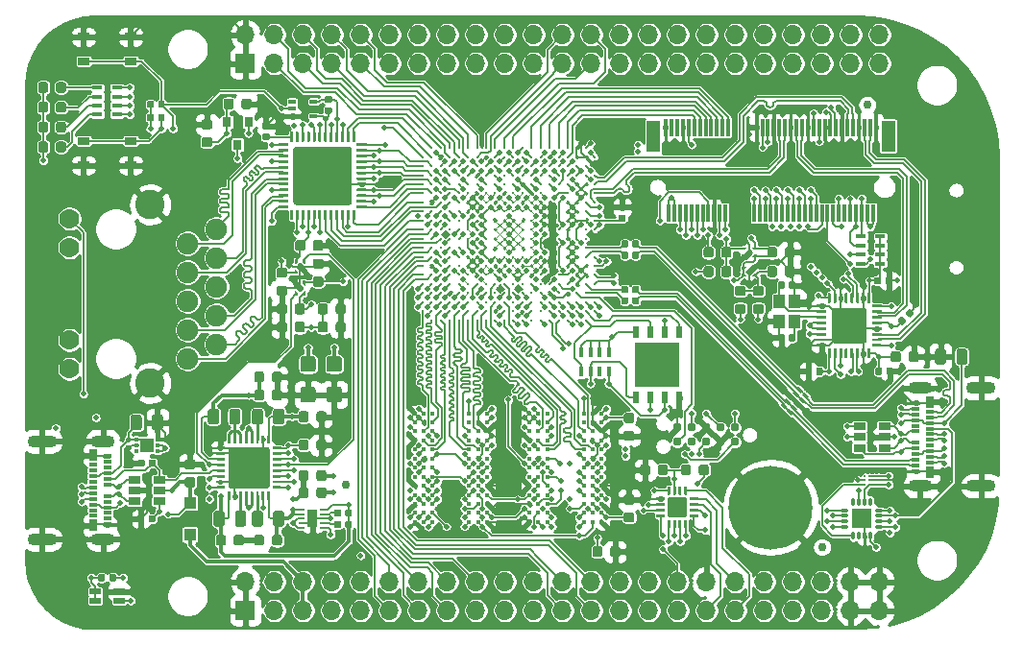
<source format=gtl>
G04 #@! TF.GenerationSoftware,KiCad,Pcbnew,5.1.5+dfsg1-2build2*
G04 #@! TF.CreationDate,2020-05-01T00:48:46-07:00*
G04 #@! TF.ProjectId,logicbone,6c6f6769-6362-46f6-9e65-2e6b69636164,rev?*
G04 #@! TF.SameCoordinates,Original*
G04 #@! TF.FileFunction,Copper,L1,Top*
G04 #@! TF.FilePolarity,Positive*
%FSLAX46Y46*%
G04 Gerber Fmt 4.6, Leading zero omitted, Abs format (unit mm)*
G04 Created by KiCad (PCBNEW 5.1.5+dfsg1-2build2) date 2020-05-01 00:48:46*
%MOMM*%
%LPD*%
G04 APERTURE LIST*
%ADD10O,2.600000X1.100000*%
%ADD11O,2.100000X1.100000*%
%ADD12R,0.700000X0.300000*%
%ADD13R,0.700000X1.000000*%
%ADD14C,1.900000*%
%ADD15C,2.600000*%
%ADD16C,1.770000*%
%ADD17R,1.060000X0.650000*%
%ADD18C,0.215000*%
%ADD19C,0.787400*%
%ADD20C,0.100000*%
%ADD21R,0.900000X0.400000*%
%ADD22R,0.900000X1.500000*%
%ADD23R,0.500000X0.200000*%
%ADD24R,1.700000X1.700000*%
%ADD25O,1.700000X1.700000*%
%ADD26C,0.420000*%
%ADD27R,0.650000X0.400000*%
%ADD28R,1.200000X2.750000*%
%ADD29R,0.300000X1.550000*%
%ADD30R,1.050000X0.650000*%
%ADD31R,1.000000X1.150000*%
%ADD32R,0.400000X0.900000*%
%ADD33R,0.800000X0.900000*%
%ADD34R,1.100000X1.100000*%
%ADD35C,0.300000*%
%ADD36R,0.430000X0.360000*%
%ADD37R,1.150000X1.300000*%
%ADD38O,0.800000X0.300000*%
%ADD39O,0.300000X0.800000*%
%ADD40R,1.750000X1.750000*%
%ADD41C,7.400000*%
%ADD42R,0.500000X1.100000*%
%ADD43R,4.000000X4.000000*%
%ADD44R,1.000000X0.500000*%
%ADD45C,0.750000*%
%ADD46C,0.500000*%
%ADD47C,0.140000*%
%ADD48C,0.135000*%
%ADD49C,0.350000*%
%ADD50C,0.250000*%
%ADD51C,0.200000*%
%ADD52C,0.175000*%
%ADD53C,0.254000*%
G04 APERTURE END LIST*
D10*
X101770000Y-91820000D03*
X101770000Y-83180000D03*
D11*
X107130000Y-91820000D03*
X107130000Y-83180000D03*
D12*
X107540000Y-90500000D03*
X107540000Y-84500000D03*
X107540000Y-85000000D03*
X107540000Y-85500000D03*
X107540000Y-86000000D03*
X107540000Y-86500000D03*
X107540000Y-87000000D03*
X107540000Y-88000000D03*
X107540000Y-88500000D03*
X107540000Y-89000000D03*
X107540000Y-89500000D03*
X107540000Y-90000000D03*
X106240000Y-89750000D03*
X106240000Y-89250000D03*
X106240000Y-88750000D03*
X106240000Y-88250000D03*
D13*
X106240000Y-90600000D03*
X106240000Y-84400000D03*
D12*
X106240000Y-85250000D03*
X106240000Y-85750000D03*
X106240000Y-86250000D03*
X106240000Y-86750000D03*
X106240000Y-87250000D03*
X106240000Y-87750000D03*
D10*
X184530000Y-78480000D03*
X184530000Y-87120000D03*
D11*
X179170000Y-78480000D03*
X179170000Y-87120000D03*
D12*
X178760000Y-79800000D03*
X178760000Y-85800000D03*
X178760000Y-85300000D03*
X178760000Y-84800000D03*
X178760000Y-84300000D03*
X178760000Y-83800000D03*
X178760000Y-83300000D03*
X178760000Y-82300000D03*
X178760000Y-81800000D03*
X178760000Y-81300000D03*
X178760000Y-80800000D03*
X178760000Y-80300000D03*
X180060000Y-80550000D03*
X180060000Y-81050000D03*
X180060000Y-81550000D03*
X180060000Y-82050000D03*
D13*
X180060000Y-79700000D03*
X180060000Y-85900000D03*
D12*
X180060000Y-85050000D03*
X180060000Y-84550000D03*
X180060000Y-84050000D03*
X180060000Y-83550000D03*
X180060000Y-83050000D03*
X180060000Y-82550000D03*
D14*
X114600000Y-75870000D03*
X117140000Y-74600000D03*
D15*
X111300000Y-78030000D03*
X111300000Y-62280000D03*
D16*
X104190000Y-63525000D03*
X104190000Y-66065000D03*
X104190000Y-74245000D03*
X104190000Y-76785000D03*
D14*
X117140000Y-72060000D03*
X114600000Y-73330000D03*
X117140000Y-69520000D03*
X114600000Y-70790000D03*
X117140000Y-66980000D03*
X114600000Y-68250000D03*
X117140000Y-64440000D03*
X114600000Y-65710000D03*
D17*
X176000000Y-83750000D03*
X176000000Y-82800000D03*
X176000000Y-81850000D03*
X173800000Y-81850000D03*
X173800000Y-83750000D03*
X173800000Y-82800000D03*
D18*
X174300000Y-87000000D03*
X174700000Y-87000000D03*
X175100000Y-87000000D03*
X175500000Y-87000000D03*
X174300000Y-86600000D03*
X174700000Y-86600000D03*
X175100000Y-86600000D03*
X175500000Y-86600000D03*
X174300000Y-86200000D03*
X174700000Y-86200000D03*
X175100000Y-86200000D03*
X175500000Y-86200000D03*
D19*
X162840000Y-81965000D03*
X161570000Y-81965000D03*
X160300000Y-81965000D03*
X159030000Y-81965000D03*
X157760000Y-81965000D03*
X157760000Y-83235000D03*
X159030000Y-83235000D03*
X160300000Y-83235000D03*
X161570000Y-83235000D03*
X162840000Y-83235000D03*
G04 #@! TA.AperFunction,SMDPad,CuDef*
D20*
G36*
X166352691Y-67726053D02*
G01*
X166373926Y-67729203D01*
X166394750Y-67734419D01*
X166414962Y-67741651D01*
X166434368Y-67750830D01*
X166452781Y-67761866D01*
X166470024Y-67774654D01*
X166485930Y-67789070D01*
X166500346Y-67804976D01*
X166513134Y-67822219D01*
X166524170Y-67840632D01*
X166533349Y-67860038D01*
X166540581Y-67880250D01*
X166545797Y-67901074D01*
X166548947Y-67922309D01*
X166550000Y-67943750D01*
X166550000Y-68456250D01*
X166548947Y-68477691D01*
X166545797Y-68498926D01*
X166540581Y-68519750D01*
X166533349Y-68539962D01*
X166524170Y-68559368D01*
X166513134Y-68577781D01*
X166500346Y-68595024D01*
X166485930Y-68610930D01*
X166470024Y-68625346D01*
X166452781Y-68638134D01*
X166434368Y-68649170D01*
X166414962Y-68658349D01*
X166394750Y-68665581D01*
X166373926Y-68670797D01*
X166352691Y-68673947D01*
X166331250Y-68675000D01*
X165893750Y-68675000D01*
X165872309Y-68673947D01*
X165851074Y-68670797D01*
X165830250Y-68665581D01*
X165810038Y-68658349D01*
X165790632Y-68649170D01*
X165772219Y-68638134D01*
X165754976Y-68625346D01*
X165739070Y-68610930D01*
X165724654Y-68595024D01*
X165711866Y-68577781D01*
X165700830Y-68559368D01*
X165691651Y-68539962D01*
X165684419Y-68519750D01*
X165679203Y-68498926D01*
X165676053Y-68477691D01*
X165675000Y-68456250D01*
X165675000Y-67943750D01*
X165676053Y-67922309D01*
X165679203Y-67901074D01*
X165684419Y-67880250D01*
X165691651Y-67860038D01*
X165700830Y-67840632D01*
X165711866Y-67822219D01*
X165724654Y-67804976D01*
X165739070Y-67789070D01*
X165754976Y-67774654D01*
X165772219Y-67761866D01*
X165790632Y-67750830D01*
X165810038Y-67741651D01*
X165830250Y-67734419D01*
X165851074Y-67729203D01*
X165872309Y-67726053D01*
X165893750Y-67725000D01*
X166331250Y-67725000D01*
X166352691Y-67726053D01*
G37*
G04 #@! TD.AperFunction*
G04 #@! TA.AperFunction,SMDPad,CuDef*
G36*
X167927691Y-67726053D02*
G01*
X167948926Y-67729203D01*
X167969750Y-67734419D01*
X167989962Y-67741651D01*
X168009368Y-67750830D01*
X168027781Y-67761866D01*
X168045024Y-67774654D01*
X168060930Y-67789070D01*
X168075346Y-67804976D01*
X168088134Y-67822219D01*
X168099170Y-67840632D01*
X168108349Y-67860038D01*
X168115581Y-67880250D01*
X168120797Y-67901074D01*
X168123947Y-67922309D01*
X168125000Y-67943750D01*
X168125000Y-68456250D01*
X168123947Y-68477691D01*
X168120797Y-68498926D01*
X168115581Y-68519750D01*
X168108349Y-68539962D01*
X168099170Y-68559368D01*
X168088134Y-68577781D01*
X168075346Y-68595024D01*
X168060930Y-68610930D01*
X168045024Y-68625346D01*
X168027781Y-68638134D01*
X168009368Y-68649170D01*
X167989962Y-68658349D01*
X167969750Y-68665581D01*
X167948926Y-68670797D01*
X167927691Y-68673947D01*
X167906250Y-68675000D01*
X167468750Y-68675000D01*
X167447309Y-68673947D01*
X167426074Y-68670797D01*
X167405250Y-68665581D01*
X167385038Y-68658349D01*
X167365632Y-68649170D01*
X167347219Y-68638134D01*
X167329976Y-68625346D01*
X167314070Y-68610930D01*
X167299654Y-68595024D01*
X167286866Y-68577781D01*
X167275830Y-68559368D01*
X167266651Y-68539962D01*
X167259419Y-68519750D01*
X167254203Y-68498926D01*
X167251053Y-68477691D01*
X167250000Y-68456250D01*
X167250000Y-67943750D01*
X167251053Y-67922309D01*
X167254203Y-67901074D01*
X167259419Y-67880250D01*
X167266651Y-67860038D01*
X167275830Y-67840632D01*
X167286866Y-67822219D01*
X167299654Y-67804976D01*
X167314070Y-67789070D01*
X167329976Y-67774654D01*
X167347219Y-67761866D01*
X167365632Y-67750830D01*
X167385038Y-67741651D01*
X167405250Y-67734419D01*
X167426074Y-67729203D01*
X167447309Y-67726053D01*
X167468750Y-67725000D01*
X167906250Y-67725000D01*
X167927691Y-67726053D01*
G37*
G04 #@! TD.AperFunction*
D21*
X173950000Y-65900000D03*
X173950000Y-66700000D03*
X173950000Y-65100000D03*
X173950000Y-67500000D03*
X175650000Y-65100000D03*
X175650000Y-65900000D03*
X175650000Y-66700000D03*
X175650000Y-67500000D03*
G04 #@! TA.AperFunction,SMDPad,CuDef*
D20*
G36*
X178239727Y-71483989D02*
G01*
X178254045Y-71486113D01*
X178268086Y-71489630D01*
X178281715Y-71494507D01*
X178294800Y-71500696D01*
X178307216Y-71508137D01*
X178318842Y-71516760D01*
X178329567Y-71526481D01*
X178573519Y-71770433D01*
X178583240Y-71781158D01*
X178591863Y-71792784D01*
X178599304Y-71805200D01*
X178605493Y-71818285D01*
X178610370Y-71831914D01*
X178613887Y-71845955D01*
X178616011Y-71860273D01*
X178616721Y-71874731D01*
X178616011Y-71889189D01*
X178613887Y-71903507D01*
X178610370Y-71917548D01*
X178605493Y-71931177D01*
X178599304Y-71944262D01*
X178591863Y-71956678D01*
X178583240Y-71968304D01*
X178573519Y-71979029D01*
X178364923Y-72187625D01*
X178354198Y-72197346D01*
X178342572Y-72205969D01*
X178330156Y-72213410D01*
X178317071Y-72219599D01*
X178303442Y-72224476D01*
X178289401Y-72227993D01*
X178275083Y-72230117D01*
X178260625Y-72230827D01*
X178246167Y-72230117D01*
X178231849Y-72227993D01*
X178217808Y-72224476D01*
X178204179Y-72219599D01*
X178191094Y-72213410D01*
X178178678Y-72205969D01*
X178167052Y-72197346D01*
X178156327Y-72187625D01*
X177912375Y-71943673D01*
X177902654Y-71932948D01*
X177894031Y-71921322D01*
X177886590Y-71908906D01*
X177880401Y-71895821D01*
X177875524Y-71882192D01*
X177872007Y-71868151D01*
X177869883Y-71853833D01*
X177869173Y-71839375D01*
X177869883Y-71824917D01*
X177872007Y-71810599D01*
X177875524Y-71796558D01*
X177880401Y-71782929D01*
X177886590Y-71769844D01*
X177894031Y-71757428D01*
X177902654Y-71745802D01*
X177912375Y-71735077D01*
X178120971Y-71526481D01*
X178131696Y-71516760D01*
X178143322Y-71508137D01*
X178155738Y-71500696D01*
X178168823Y-71494507D01*
X178182452Y-71489630D01*
X178196493Y-71486113D01*
X178210811Y-71483989D01*
X178225269Y-71483279D01*
X178239727Y-71483989D01*
G37*
G04 #@! TD.AperFunction*
G04 #@! TA.AperFunction,SMDPad,CuDef*
G36*
X177553833Y-72169883D02*
G01*
X177568151Y-72172007D01*
X177582192Y-72175524D01*
X177595821Y-72180401D01*
X177608906Y-72186590D01*
X177621322Y-72194031D01*
X177632948Y-72202654D01*
X177643673Y-72212375D01*
X177887625Y-72456327D01*
X177897346Y-72467052D01*
X177905969Y-72478678D01*
X177913410Y-72491094D01*
X177919599Y-72504179D01*
X177924476Y-72517808D01*
X177927993Y-72531849D01*
X177930117Y-72546167D01*
X177930827Y-72560625D01*
X177930117Y-72575083D01*
X177927993Y-72589401D01*
X177924476Y-72603442D01*
X177919599Y-72617071D01*
X177913410Y-72630156D01*
X177905969Y-72642572D01*
X177897346Y-72654198D01*
X177887625Y-72664923D01*
X177679029Y-72873519D01*
X177668304Y-72883240D01*
X177656678Y-72891863D01*
X177644262Y-72899304D01*
X177631177Y-72905493D01*
X177617548Y-72910370D01*
X177603507Y-72913887D01*
X177589189Y-72916011D01*
X177574731Y-72916721D01*
X177560273Y-72916011D01*
X177545955Y-72913887D01*
X177531914Y-72910370D01*
X177518285Y-72905493D01*
X177505200Y-72899304D01*
X177492784Y-72891863D01*
X177481158Y-72883240D01*
X177470433Y-72873519D01*
X177226481Y-72629567D01*
X177216760Y-72618842D01*
X177208137Y-72607216D01*
X177200696Y-72594800D01*
X177194507Y-72581715D01*
X177189630Y-72568086D01*
X177186113Y-72554045D01*
X177183989Y-72539727D01*
X177183279Y-72525269D01*
X177183989Y-72510811D01*
X177186113Y-72496493D01*
X177189630Y-72482452D01*
X177194507Y-72468823D01*
X177200696Y-72455738D01*
X177208137Y-72443322D01*
X177216760Y-72431696D01*
X177226481Y-72420971D01*
X177435077Y-72212375D01*
X177445802Y-72202654D01*
X177457428Y-72194031D01*
X177469844Y-72186590D01*
X177482929Y-72180401D01*
X177496558Y-72175524D01*
X177510599Y-72172007D01*
X177524917Y-72169883D01*
X177539375Y-72169173D01*
X177553833Y-72169883D01*
G37*
G04 #@! TD.AperFunction*
G04 #@! TA.AperFunction,SMDPad,CuDef*
G36*
X175676958Y-76680710D02*
G01*
X175691276Y-76682834D01*
X175705317Y-76686351D01*
X175718946Y-76691228D01*
X175732031Y-76697417D01*
X175744447Y-76704858D01*
X175756073Y-76713481D01*
X175766798Y-76723202D01*
X175776519Y-76733927D01*
X175785142Y-76745553D01*
X175792583Y-76757969D01*
X175798772Y-76771054D01*
X175803649Y-76784683D01*
X175807166Y-76798724D01*
X175809290Y-76813042D01*
X175810000Y-76827500D01*
X175810000Y-77172500D01*
X175809290Y-77186958D01*
X175807166Y-77201276D01*
X175803649Y-77215317D01*
X175798772Y-77228946D01*
X175792583Y-77242031D01*
X175785142Y-77254447D01*
X175776519Y-77266073D01*
X175766798Y-77276798D01*
X175756073Y-77286519D01*
X175744447Y-77295142D01*
X175732031Y-77302583D01*
X175718946Y-77308772D01*
X175705317Y-77313649D01*
X175691276Y-77317166D01*
X175676958Y-77319290D01*
X175662500Y-77320000D01*
X175367500Y-77320000D01*
X175353042Y-77319290D01*
X175338724Y-77317166D01*
X175324683Y-77313649D01*
X175311054Y-77308772D01*
X175297969Y-77302583D01*
X175285553Y-77295142D01*
X175273927Y-77286519D01*
X175263202Y-77276798D01*
X175253481Y-77266073D01*
X175244858Y-77254447D01*
X175237417Y-77242031D01*
X175231228Y-77228946D01*
X175226351Y-77215317D01*
X175222834Y-77201276D01*
X175220710Y-77186958D01*
X175220000Y-77172500D01*
X175220000Y-76827500D01*
X175220710Y-76813042D01*
X175222834Y-76798724D01*
X175226351Y-76784683D01*
X175231228Y-76771054D01*
X175237417Y-76757969D01*
X175244858Y-76745553D01*
X175253481Y-76733927D01*
X175263202Y-76723202D01*
X175273927Y-76713481D01*
X175285553Y-76704858D01*
X175297969Y-76697417D01*
X175311054Y-76691228D01*
X175324683Y-76686351D01*
X175338724Y-76682834D01*
X175353042Y-76680710D01*
X175367500Y-76680000D01*
X175662500Y-76680000D01*
X175676958Y-76680710D01*
G37*
G04 #@! TD.AperFunction*
G04 #@! TA.AperFunction,SMDPad,CuDef*
G36*
X176646958Y-76680710D02*
G01*
X176661276Y-76682834D01*
X176675317Y-76686351D01*
X176688946Y-76691228D01*
X176702031Y-76697417D01*
X176714447Y-76704858D01*
X176726073Y-76713481D01*
X176736798Y-76723202D01*
X176746519Y-76733927D01*
X176755142Y-76745553D01*
X176762583Y-76757969D01*
X176768772Y-76771054D01*
X176773649Y-76784683D01*
X176777166Y-76798724D01*
X176779290Y-76813042D01*
X176780000Y-76827500D01*
X176780000Y-77172500D01*
X176779290Y-77186958D01*
X176777166Y-77201276D01*
X176773649Y-77215317D01*
X176768772Y-77228946D01*
X176762583Y-77242031D01*
X176755142Y-77254447D01*
X176746519Y-77266073D01*
X176736798Y-77276798D01*
X176726073Y-77286519D01*
X176714447Y-77295142D01*
X176702031Y-77302583D01*
X176688946Y-77308772D01*
X176675317Y-77313649D01*
X176661276Y-77317166D01*
X176646958Y-77319290D01*
X176632500Y-77320000D01*
X176337500Y-77320000D01*
X176323042Y-77319290D01*
X176308724Y-77317166D01*
X176294683Y-77313649D01*
X176281054Y-77308772D01*
X176267969Y-77302583D01*
X176255553Y-77295142D01*
X176243927Y-77286519D01*
X176233202Y-77276798D01*
X176223481Y-77266073D01*
X176214858Y-77254447D01*
X176207417Y-77242031D01*
X176201228Y-77228946D01*
X176196351Y-77215317D01*
X176192834Y-77201276D01*
X176190710Y-77186958D01*
X176190000Y-77172500D01*
X176190000Y-76827500D01*
X176190710Y-76813042D01*
X176192834Y-76798724D01*
X176196351Y-76784683D01*
X176201228Y-76771054D01*
X176207417Y-76757969D01*
X176214858Y-76745553D01*
X176223481Y-76733927D01*
X176233202Y-76723202D01*
X176243927Y-76713481D01*
X176255553Y-76704858D01*
X176267969Y-76697417D01*
X176281054Y-76691228D01*
X176294683Y-76686351D01*
X176308724Y-76682834D01*
X176323042Y-76680710D01*
X176337500Y-76680000D01*
X176632500Y-76680000D01*
X176646958Y-76680710D01*
G37*
G04 #@! TD.AperFunction*
G04 #@! TA.AperFunction,SMDPad,CuDef*
G36*
X174224505Y-71421204D02*
G01*
X174248773Y-71424804D01*
X174272572Y-71430765D01*
X174295671Y-71439030D01*
X174317850Y-71449520D01*
X174338893Y-71462132D01*
X174358599Y-71476747D01*
X174376777Y-71493223D01*
X174393253Y-71511401D01*
X174407868Y-71531107D01*
X174420480Y-71552150D01*
X174430970Y-71574329D01*
X174439235Y-71597428D01*
X174445196Y-71621227D01*
X174448796Y-71645495D01*
X174450000Y-71669999D01*
X174450000Y-74270001D01*
X174448796Y-74294505D01*
X174445196Y-74318773D01*
X174439235Y-74342572D01*
X174430970Y-74365671D01*
X174420480Y-74387850D01*
X174407868Y-74408893D01*
X174393253Y-74428599D01*
X174376777Y-74446777D01*
X174358599Y-74463253D01*
X174338893Y-74477868D01*
X174317850Y-74490480D01*
X174295671Y-74500970D01*
X174272572Y-74509235D01*
X174248773Y-74515196D01*
X174224505Y-74518796D01*
X174200001Y-74520000D01*
X171599999Y-74520000D01*
X171575495Y-74518796D01*
X171551227Y-74515196D01*
X171527428Y-74509235D01*
X171504329Y-74500970D01*
X171482150Y-74490480D01*
X171461107Y-74477868D01*
X171441401Y-74463253D01*
X171423223Y-74446777D01*
X171406747Y-74428599D01*
X171392132Y-74408893D01*
X171379520Y-74387850D01*
X171369030Y-74365671D01*
X171360765Y-74342572D01*
X171354804Y-74318773D01*
X171351204Y-74294505D01*
X171350000Y-74270001D01*
X171350000Y-71669999D01*
X171351204Y-71645495D01*
X171354804Y-71621227D01*
X171360765Y-71597428D01*
X171369030Y-71574329D01*
X171379520Y-71552150D01*
X171392132Y-71531107D01*
X171406747Y-71511401D01*
X171423223Y-71493223D01*
X171441401Y-71476747D01*
X171461107Y-71462132D01*
X171482150Y-71449520D01*
X171504329Y-71439030D01*
X171527428Y-71430765D01*
X171551227Y-71424804D01*
X171575495Y-71421204D01*
X171599999Y-71420000D01*
X174200001Y-71420000D01*
X174224505Y-71421204D01*
G37*
G04 #@! TD.AperFunction*
G04 #@! TA.AperFunction,SMDPad,CuDef*
G36*
X170843626Y-71095301D02*
G01*
X170849693Y-71096201D01*
X170855643Y-71097691D01*
X170861418Y-71099758D01*
X170866962Y-71102380D01*
X170872223Y-71105533D01*
X170877150Y-71109187D01*
X170881694Y-71113306D01*
X170885813Y-71117850D01*
X170889467Y-71122777D01*
X170892620Y-71128038D01*
X170895242Y-71133582D01*
X170897309Y-71139357D01*
X170898799Y-71145307D01*
X170899699Y-71151374D01*
X170900000Y-71157500D01*
X170900000Y-71282500D01*
X170899699Y-71288626D01*
X170898799Y-71294693D01*
X170897309Y-71300643D01*
X170895242Y-71306418D01*
X170892620Y-71311962D01*
X170889467Y-71317223D01*
X170885813Y-71322150D01*
X170881694Y-71326694D01*
X170877150Y-71330813D01*
X170872223Y-71334467D01*
X170866962Y-71337620D01*
X170861418Y-71340242D01*
X170855643Y-71342309D01*
X170849693Y-71343799D01*
X170843626Y-71344699D01*
X170837500Y-71345000D01*
X170087500Y-71345000D01*
X170081374Y-71344699D01*
X170075307Y-71343799D01*
X170069357Y-71342309D01*
X170063582Y-71340242D01*
X170058038Y-71337620D01*
X170052777Y-71334467D01*
X170047850Y-71330813D01*
X170043306Y-71326694D01*
X170039187Y-71322150D01*
X170035533Y-71317223D01*
X170032380Y-71311962D01*
X170029758Y-71306418D01*
X170027691Y-71300643D01*
X170026201Y-71294693D01*
X170025301Y-71288626D01*
X170025000Y-71282500D01*
X170025000Y-71157500D01*
X170025301Y-71151374D01*
X170026201Y-71145307D01*
X170027691Y-71139357D01*
X170029758Y-71133582D01*
X170032380Y-71128038D01*
X170035533Y-71122777D01*
X170039187Y-71117850D01*
X170043306Y-71113306D01*
X170047850Y-71109187D01*
X170052777Y-71105533D01*
X170058038Y-71102380D01*
X170063582Y-71099758D01*
X170069357Y-71097691D01*
X170075307Y-71096201D01*
X170081374Y-71095301D01*
X170087500Y-71095000D01*
X170837500Y-71095000D01*
X170843626Y-71095301D01*
G37*
G04 #@! TD.AperFunction*
G04 #@! TA.AperFunction,SMDPad,CuDef*
G36*
X170843626Y-71595301D02*
G01*
X170849693Y-71596201D01*
X170855643Y-71597691D01*
X170861418Y-71599758D01*
X170866962Y-71602380D01*
X170872223Y-71605533D01*
X170877150Y-71609187D01*
X170881694Y-71613306D01*
X170885813Y-71617850D01*
X170889467Y-71622777D01*
X170892620Y-71628038D01*
X170895242Y-71633582D01*
X170897309Y-71639357D01*
X170898799Y-71645307D01*
X170899699Y-71651374D01*
X170900000Y-71657500D01*
X170900000Y-71782500D01*
X170899699Y-71788626D01*
X170898799Y-71794693D01*
X170897309Y-71800643D01*
X170895242Y-71806418D01*
X170892620Y-71811962D01*
X170889467Y-71817223D01*
X170885813Y-71822150D01*
X170881694Y-71826694D01*
X170877150Y-71830813D01*
X170872223Y-71834467D01*
X170866962Y-71837620D01*
X170861418Y-71840242D01*
X170855643Y-71842309D01*
X170849693Y-71843799D01*
X170843626Y-71844699D01*
X170837500Y-71845000D01*
X170087500Y-71845000D01*
X170081374Y-71844699D01*
X170075307Y-71843799D01*
X170069357Y-71842309D01*
X170063582Y-71840242D01*
X170058038Y-71837620D01*
X170052777Y-71834467D01*
X170047850Y-71830813D01*
X170043306Y-71826694D01*
X170039187Y-71822150D01*
X170035533Y-71817223D01*
X170032380Y-71811962D01*
X170029758Y-71806418D01*
X170027691Y-71800643D01*
X170026201Y-71794693D01*
X170025301Y-71788626D01*
X170025000Y-71782500D01*
X170025000Y-71657500D01*
X170025301Y-71651374D01*
X170026201Y-71645307D01*
X170027691Y-71639357D01*
X170029758Y-71633582D01*
X170032380Y-71628038D01*
X170035533Y-71622777D01*
X170039187Y-71617850D01*
X170043306Y-71613306D01*
X170047850Y-71609187D01*
X170052777Y-71605533D01*
X170058038Y-71602380D01*
X170063582Y-71599758D01*
X170069357Y-71597691D01*
X170075307Y-71596201D01*
X170081374Y-71595301D01*
X170087500Y-71595000D01*
X170837500Y-71595000D01*
X170843626Y-71595301D01*
G37*
G04 #@! TD.AperFunction*
G04 #@! TA.AperFunction,SMDPad,CuDef*
G36*
X170843626Y-72095301D02*
G01*
X170849693Y-72096201D01*
X170855643Y-72097691D01*
X170861418Y-72099758D01*
X170866962Y-72102380D01*
X170872223Y-72105533D01*
X170877150Y-72109187D01*
X170881694Y-72113306D01*
X170885813Y-72117850D01*
X170889467Y-72122777D01*
X170892620Y-72128038D01*
X170895242Y-72133582D01*
X170897309Y-72139357D01*
X170898799Y-72145307D01*
X170899699Y-72151374D01*
X170900000Y-72157500D01*
X170900000Y-72282500D01*
X170899699Y-72288626D01*
X170898799Y-72294693D01*
X170897309Y-72300643D01*
X170895242Y-72306418D01*
X170892620Y-72311962D01*
X170889467Y-72317223D01*
X170885813Y-72322150D01*
X170881694Y-72326694D01*
X170877150Y-72330813D01*
X170872223Y-72334467D01*
X170866962Y-72337620D01*
X170861418Y-72340242D01*
X170855643Y-72342309D01*
X170849693Y-72343799D01*
X170843626Y-72344699D01*
X170837500Y-72345000D01*
X170087500Y-72345000D01*
X170081374Y-72344699D01*
X170075307Y-72343799D01*
X170069357Y-72342309D01*
X170063582Y-72340242D01*
X170058038Y-72337620D01*
X170052777Y-72334467D01*
X170047850Y-72330813D01*
X170043306Y-72326694D01*
X170039187Y-72322150D01*
X170035533Y-72317223D01*
X170032380Y-72311962D01*
X170029758Y-72306418D01*
X170027691Y-72300643D01*
X170026201Y-72294693D01*
X170025301Y-72288626D01*
X170025000Y-72282500D01*
X170025000Y-72157500D01*
X170025301Y-72151374D01*
X170026201Y-72145307D01*
X170027691Y-72139357D01*
X170029758Y-72133582D01*
X170032380Y-72128038D01*
X170035533Y-72122777D01*
X170039187Y-72117850D01*
X170043306Y-72113306D01*
X170047850Y-72109187D01*
X170052777Y-72105533D01*
X170058038Y-72102380D01*
X170063582Y-72099758D01*
X170069357Y-72097691D01*
X170075307Y-72096201D01*
X170081374Y-72095301D01*
X170087500Y-72095000D01*
X170837500Y-72095000D01*
X170843626Y-72095301D01*
G37*
G04 #@! TD.AperFunction*
G04 #@! TA.AperFunction,SMDPad,CuDef*
G36*
X170843626Y-72595301D02*
G01*
X170849693Y-72596201D01*
X170855643Y-72597691D01*
X170861418Y-72599758D01*
X170866962Y-72602380D01*
X170872223Y-72605533D01*
X170877150Y-72609187D01*
X170881694Y-72613306D01*
X170885813Y-72617850D01*
X170889467Y-72622777D01*
X170892620Y-72628038D01*
X170895242Y-72633582D01*
X170897309Y-72639357D01*
X170898799Y-72645307D01*
X170899699Y-72651374D01*
X170900000Y-72657500D01*
X170900000Y-72782500D01*
X170899699Y-72788626D01*
X170898799Y-72794693D01*
X170897309Y-72800643D01*
X170895242Y-72806418D01*
X170892620Y-72811962D01*
X170889467Y-72817223D01*
X170885813Y-72822150D01*
X170881694Y-72826694D01*
X170877150Y-72830813D01*
X170872223Y-72834467D01*
X170866962Y-72837620D01*
X170861418Y-72840242D01*
X170855643Y-72842309D01*
X170849693Y-72843799D01*
X170843626Y-72844699D01*
X170837500Y-72845000D01*
X170087500Y-72845000D01*
X170081374Y-72844699D01*
X170075307Y-72843799D01*
X170069357Y-72842309D01*
X170063582Y-72840242D01*
X170058038Y-72837620D01*
X170052777Y-72834467D01*
X170047850Y-72830813D01*
X170043306Y-72826694D01*
X170039187Y-72822150D01*
X170035533Y-72817223D01*
X170032380Y-72811962D01*
X170029758Y-72806418D01*
X170027691Y-72800643D01*
X170026201Y-72794693D01*
X170025301Y-72788626D01*
X170025000Y-72782500D01*
X170025000Y-72657500D01*
X170025301Y-72651374D01*
X170026201Y-72645307D01*
X170027691Y-72639357D01*
X170029758Y-72633582D01*
X170032380Y-72628038D01*
X170035533Y-72622777D01*
X170039187Y-72617850D01*
X170043306Y-72613306D01*
X170047850Y-72609187D01*
X170052777Y-72605533D01*
X170058038Y-72602380D01*
X170063582Y-72599758D01*
X170069357Y-72597691D01*
X170075307Y-72596201D01*
X170081374Y-72595301D01*
X170087500Y-72595000D01*
X170837500Y-72595000D01*
X170843626Y-72595301D01*
G37*
G04 #@! TD.AperFunction*
G04 #@! TA.AperFunction,SMDPad,CuDef*
G36*
X170843626Y-73095301D02*
G01*
X170849693Y-73096201D01*
X170855643Y-73097691D01*
X170861418Y-73099758D01*
X170866962Y-73102380D01*
X170872223Y-73105533D01*
X170877150Y-73109187D01*
X170881694Y-73113306D01*
X170885813Y-73117850D01*
X170889467Y-73122777D01*
X170892620Y-73128038D01*
X170895242Y-73133582D01*
X170897309Y-73139357D01*
X170898799Y-73145307D01*
X170899699Y-73151374D01*
X170900000Y-73157500D01*
X170900000Y-73282500D01*
X170899699Y-73288626D01*
X170898799Y-73294693D01*
X170897309Y-73300643D01*
X170895242Y-73306418D01*
X170892620Y-73311962D01*
X170889467Y-73317223D01*
X170885813Y-73322150D01*
X170881694Y-73326694D01*
X170877150Y-73330813D01*
X170872223Y-73334467D01*
X170866962Y-73337620D01*
X170861418Y-73340242D01*
X170855643Y-73342309D01*
X170849693Y-73343799D01*
X170843626Y-73344699D01*
X170837500Y-73345000D01*
X170087500Y-73345000D01*
X170081374Y-73344699D01*
X170075307Y-73343799D01*
X170069357Y-73342309D01*
X170063582Y-73340242D01*
X170058038Y-73337620D01*
X170052777Y-73334467D01*
X170047850Y-73330813D01*
X170043306Y-73326694D01*
X170039187Y-73322150D01*
X170035533Y-73317223D01*
X170032380Y-73311962D01*
X170029758Y-73306418D01*
X170027691Y-73300643D01*
X170026201Y-73294693D01*
X170025301Y-73288626D01*
X170025000Y-73282500D01*
X170025000Y-73157500D01*
X170025301Y-73151374D01*
X170026201Y-73145307D01*
X170027691Y-73139357D01*
X170029758Y-73133582D01*
X170032380Y-73128038D01*
X170035533Y-73122777D01*
X170039187Y-73117850D01*
X170043306Y-73113306D01*
X170047850Y-73109187D01*
X170052777Y-73105533D01*
X170058038Y-73102380D01*
X170063582Y-73099758D01*
X170069357Y-73097691D01*
X170075307Y-73096201D01*
X170081374Y-73095301D01*
X170087500Y-73095000D01*
X170837500Y-73095000D01*
X170843626Y-73095301D01*
G37*
G04 #@! TD.AperFunction*
G04 #@! TA.AperFunction,SMDPad,CuDef*
G36*
X170843626Y-73595301D02*
G01*
X170849693Y-73596201D01*
X170855643Y-73597691D01*
X170861418Y-73599758D01*
X170866962Y-73602380D01*
X170872223Y-73605533D01*
X170877150Y-73609187D01*
X170881694Y-73613306D01*
X170885813Y-73617850D01*
X170889467Y-73622777D01*
X170892620Y-73628038D01*
X170895242Y-73633582D01*
X170897309Y-73639357D01*
X170898799Y-73645307D01*
X170899699Y-73651374D01*
X170900000Y-73657500D01*
X170900000Y-73782500D01*
X170899699Y-73788626D01*
X170898799Y-73794693D01*
X170897309Y-73800643D01*
X170895242Y-73806418D01*
X170892620Y-73811962D01*
X170889467Y-73817223D01*
X170885813Y-73822150D01*
X170881694Y-73826694D01*
X170877150Y-73830813D01*
X170872223Y-73834467D01*
X170866962Y-73837620D01*
X170861418Y-73840242D01*
X170855643Y-73842309D01*
X170849693Y-73843799D01*
X170843626Y-73844699D01*
X170837500Y-73845000D01*
X170087500Y-73845000D01*
X170081374Y-73844699D01*
X170075307Y-73843799D01*
X170069357Y-73842309D01*
X170063582Y-73840242D01*
X170058038Y-73837620D01*
X170052777Y-73834467D01*
X170047850Y-73830813D01*
X170043306Y-73826694D01*
X170039187Y-73822150D01*
X170035533Y-73817223D01*
X170032380Y-73811962D01*
X170029758Y-73806418D01*
X170027691Y-73800643D01*
X170026201Y-73794693D01*
X170025301Y-73788626D01*
X170025000Y-73782500D01*
X170025000Y-73657500D01*
X170025301Y-73651374D01*
X170026201Y-73645307D01*
X170027691Y-73639357D01*
X170029758Y-73633582D01*
X170032380Y-73628038D01*
X170035533Y-73622777D01*
X170039187Y-73617850D01*
X170043306Y-73613306D01*
X170047850Y-73609187D01*
X170052777Y-73605533D01*
X170058038Y-73602380D01*
X170063582Y-73599758D01*
X170069357Y-73597691D01*
X170075307Y-73596201D01*
X170081374Y-73595301D01*
X170087500Y-73595000D01*
X170837500Y-73595000D01*
X170843626Y-73595301D01*
G37*
G04 #@! TD.AperFunction*
G04 #@! TA.AperFunction,SMDPad,CuDef*
G36*
X170843626Y-74095301D02*
G01*
X170849693Y-74096201D01*
X170855643Y-74097691D01*
X170861418Y-74099758D01*
X170866962Y-74102380D01*
X170872223Y-74105533D01*
X170877150Y-74109187D01*
X170881694Y-74113306D01*
X170885813Y-74117850D01*
X170889467Y-74122777D01*
X170892620Y-74128038D01*
X170895242Y-74133582D01*
X170897309Y-74139357D01*
X170898799Y-74145307D01*
X170899699Y-74151374D01*
X170900000Y-74157500D01*
X170900000Y-74282500D01*
X170899699Y-74288626D01*
X170898799Y-74294693D01*
X170897309Y-74300643D01*
X170895242Y-74306418D01*
X170892620Y-74311962D01*
X170889467Y-74317223D01*
X170885813Y-74322150D01*
X170881694Y-74326694D01*
X170877150Y-74330813D01*
X170872223Y-74334467D01*
X170866962Y-74337620D01*
X170861418Y-74340242D01*
X170855643Y-74342309D01*
X170849693Y-74343799D01*
X170843626Y-74344699D01*
X170837500Y-74345000D01*
X170087500Y-74345000D01*
X170081374Y-74344699D01*
X170075307Y-74343799D01*
X170069357Y-74342309D01*
X170063582Y-74340242D01*
X170058038Y-74337620D01*
X170052777Y-74334467D01*
X170047850Y-74330813D01*
X170043306Y-74326694D01*
X170039187Y-74322150D01*
X170035533Y-74317223D01*
X170032380Y-74311962D01*
X170029758Y-74306418D01*
X170027691Y-74300643D01*
X170026201Y-74294693D01*
X170025301Y-74288626D01*
X170025000Y-74282500D01*
X170025000Y-74157500D01*
X170025301Y-74151374D01*
X170026201Y-74145307D01*
X170027691Y-74139357D01*
X170029758Y-74133582D01*
X170032380Y-74128038D01*
X170035533Y-74122777D01*
X170039187Y-74117850D01*
X170043306Y-74113306D01*
X170047850Y-74109187D01*
X170052777Y-74105533D01*
X170058038Y-74102380D01*
X170063582Y-74099758D01*
X170069357Y-74097691D01*
X170075307Y-74096201D01*
X170081374Y-74095301D01*
X170087500Y-74095000D01*
X170837500Y-74095000D01*
X170843626Y-74095301D01*
G37*
G04 #@! TD.AperFunction*
G04 #@! TA.AperFunction,SMDPad,CuDef*
G36*
X170843626Y-74595301D02*
G01*
X170849693Y-74596201D01*
X170855643Y-74597691D01*
X170861418Y-74599758D01*
X170866962Y-74602380D01*
X170872223Y-74605533D01*
X170877150Y-74609187D01*
X170881694Y-74613306D01*
X170885813Y-74617850D01*
X170889467Y-74622777D01*
X170892620Y-74628038D01*
X170895242Y-74633582D01*
X170897309Y-74639357D01*
X170898799Y-74645307D01*
X170899699Y-74651374D01*
X170900000Y-74657500D01*
X170900000Y-74782500D01*
X170899699Y-74788626D01*
X170898799Y-74794693D01*
X170897309Y-74800643D01*
X170895242Y-74806418D01*
X170892620Y-74811962D01*
X170889467Y-74817223D01*
X170885813Y-74822150D01*
X170881694Y-74826694D01*
X170877150Y-74830813D01*
X170872223Y-74834467D01*
X170866962Y-74837620D01*
X170861418Y-74840242D01*
X170855643Y-74842309D01*
X170849693Y-74843799D01*
X170843626Y-74844699D01*
X170837500Y-74845000D01*
X170087500Y-74845000D01*
X170081374Y-74844699D01*
X170075307Y-74843799D01*
X170069357Y-74842309D01*
X170063582Y-74840242D01*
X170058038Y-74837620D01*
X170052777Y-74834467D01*
X170047850Y-74830813D01*
X170043306Y-74826694D01*
X170039187Y-74822150D01*
X170035533Y-74817223D01*
X170032380Y-74811962D01*
X170029758Y-74806418D01*
X170027691Y-74800643D01*
X170026201Y-74794693D01*
X170025301Y-74788626D01*
X170025000Y-74782500D01*
X170025000Y-74657500D01*
X170025301Y-74651374D01*
X170026201Y-74645307D01*
X170027691Y-74639357D01*
X170029758Y-74633582D01*
X170032380Y-74628038D01*
X170035533Y-74622777D01*
X170039187Y-74617850D01*
X170043306Y-74613306D01*
X170047850Y-74609187D01*
X170052777Y-74605533D01*
X170058038Y-74602380D01*
X170063582Y-74599758D01*
X170069357Y-74597691D01*
X170075307Y-74596201D01*
X170081374Y-74595301D01*
X170087500Y-74595000D01*
X170837500Y-74595000D01*
X170843626Y-74595301D01*
G37*
G04 #@! TD.AperFunction*
G04 #@! TA.AperFunction,SMDPad,CuDef*
G36*
X171218626Y-74970301D02*
G01*
X171224693Y-74971201D01*
X171230643Y-74972691D01*
X171236418Y-74974758D01*
X171241962Y-74977380D01*
X171247223Y-74980533D01*
X171252150Y-74984187D01*
X171256694Y-74988306D01*
X171260813Y-74992850D01*
X171264467Y-74997777D01*
X171267620Y-75003038D01*
X171270242Y-75008582D01*
X171272309Y-75014357D01*
X171273799Y-75020307D01*
X171274699Y-75026374D01*
X171275000Y-75032500D01*
X171275000Y-75782500D01*
X171274699Y-75788626D01*
X171273799Y-75794693D01*
X171272309Y-75800643D01*
X171270242Y-75806418D01*
X171267620Y-75811962D01*
X171264467Y-75817223D01*
X171260813Y-75822150D01*
X171256694Y-75826694D01*
X171252150Y-75830813D01*
X171247223Y-75834467D01*
X171241962Y-75837620D01*
X171236418Y-75840242D01*
X171230643Y-75842309D01*
X171224693Y-75843799D01*
X171218626Y-75844699D01*
X171212500Y-75845000D01*
X171087500Y-75845000D01*
X171081374Y-75844699D01*
X171075307Y-75843799D01*
X171069357Y-75842309D01*
X171063582Y-75840242D01*
X171058038Y-75837620D01*
X171052777Y-75834467D01*
X171047850Y-75830813D01*
X171043306Y-75826694D01*
X171039187Y-75822150D01*
X171035533Y-75817223D01*
X171032380Y-75811962D01*
X171029758Y-75806418D01*
X171027691Y-75800643D01*
X171026201Y-75794693D01*
X171025301Y-75788626D01*
X171025000Y-75782500D01*
X171025000Y-75032500D01*
X171025301Y-75026374D01*
X171026201Y-75020307D01*
X171027691Y-75014357D01*
X171029758Y-75008582D01*
X171032380Y-75003038D01*
X171035533Y-74997777D01*
X171039187Y-74992850D01*
X171043306Y-74988306D01*
X171047850Y-74984187D01*
X171052777Y-74980533D01*
X171058038Y-74977380D01*
X171063582Y-74974758D01*
X171069357Y-74972691D01*
X171075307Y-74971201D01*
X171081374Y-74970301D01*
X171087500Y-74970000D01*
X171212500Y-74970000D01*
X171218626Y-74970301D01*
G37*
G04 #@! TD.AperFunction*
G04 #@! TA.AperFunction,SMDPad,CuDef*
G36*
X171718626Y-74970301D02*
G01*
X171724693Y-74971201D01*
X171730643Y-74972691D01*
X171736418Y-74974758D01*
X171741962Y-74977380D01*
X171747223Y-74980533D01*
X171752150Y-74984187D01*
X171756694Y-74988306D01*
X171760813Y-74992850D01*
X171764467Y-74997777D01*
X171767620Y-75003038D01*
X171770242Y-75008582D01*
X171772309Y-75014357D01*
X171773799Y-75020307D01*
X171774699Y-75026374D01*
X171775000Y-75032500D01*
X171775000Y-75782500D01*
X171774699Y-75788626D01*
X171773799Y-75794693D01*
X171772309Y-75800643D01*
X171770242Y-75806418D01*
X171767620Y-75811962D01*
X171764467Y-75817223D01*
X171760813Y-75822150D01*
X171756694Y-75826694D01*
X171752150Y-75830813D01*
X171747223Y-75834467D01*
X171741962Y-75837620D01*
X171736418Y-75840242D01*
X171730643Y-75842309D01*
X171724693Y-75843799D01*
X171718626Y-75844699D01*
X171712500Y-75845000D01*
X171587500Y-75845000D01*
X171581374Y-75844699D01*
X171575307Y-75843799D01*
X171569357Y-75842309D01*
X171563582Y-75840242D01*
X171558038Y-75837620D01*
X171552777Y-75834467D01*
X171547850Y-75830813D01*
X171543306Y-75826694D01*
X171539187Y-75822150D01*
X171535533Y-75817223D01*
X171532380Y-75811962D01*
X171529758Y-75806418D01*
X171527691Y-75800643D01*
X171526201Y-75794693D01*
X171525301Y-75788626D01*
X171525000Y-75782500D01*
X171525000Y-75032500D01*
X171525301Y-75026374D01*
X171526201Y-75020307D01*
X171527691Y-75014357D01*
X171529758Y-75008582D01*
X171532380Y-75003038D01*
X171535533Y-74997777D01*
X171539187Y-74992850D01*
X171543306Y-74988306D01*
X171547850Y-74984187D01*
X171552777Y-74980533D01*
X171558038Y-74977380D01*
X171563582Y-74974758D01*
X171569357Y-74972691D01*
X171575307Y-74971201D01*
X171581374Y-74970301D01*
X171587500Y-74970000D01*
X171712500Y-74970000D01*
X171718626Y-74970301D01*
G37*
G04 #@! TD.AperFunction*
G04 #@! TA.AperFunction,SMDPad,CuDef*
G36*
X172218626Y-74970301D02*
G01*
X172224693Y-74971201D01*
X172230643Y-74972691D01*
X172236418Y-74974758D01*
X172241962Y-74977380D01*
X172247223Y-74980533D01*
X172252150Y-74984187D01*
X172256694Y-74988306D01*
X172260813Y-74992850D01*
X172264467Y-74997777D01*
X172267620Y-75003038D01*
X172270242Y-75008582D01*
X172272309Y-75014357D01*
X172273799Y-75020307D01*
X172274699Y-75026374D01*
X172275000Y-75032500D01*
X172275000Y-75782500D01*
X172274699Y-75788626D01*
X172273799Y-75794693D01*
X172272309Y-75800643D01*
X172270242Y-75806418D01*
X172267620Y-75811962D01*
X172264467Y-75817223D01*
X172260813Y-75822150D01*
X172256694Y-75826694D01*
X172252150Y-75830813D01*
X172247223Y-75834467D01*
X172241962Y-75837620D01*
X172236418Y-75840242D01*
X172230643Y-75842309D01*
X172224693Y-75843799D01*
X172218626Y-75844699D01*
X172212500Y-75845000D01*
X172087500Y-75845000D01*
X172081374Y-75844699D01*
X172075307Y-75843799D01*
X172069357Y-75842309D01*
X172063582Y-75840242D01*
X172058038Y-75837620D01*
X172052777Y-75834467D01*
X172047850Y-75830813D01*
X172043306Y-75826694D01*
X172039187Y-75822150D01*
X172035533Y-75817223D01*
X172032380Y-75811962D01*
X172029758Y-75806418D01*
X172027691Y-75800643D01*
X172026201Y-75794693D01*
X172025301Y-75788626D01*
X172025000Y-75782500D01*
X172025000Y-75032500D01*
X172025301Y-75026374D01*
X172026201Y-75020307D01*
X172027691Y-75014357D01*
X172029758Y-75008582D01*
X172032380Y-75003038D01*
X172035533Y-74997777D01*
X172039187Y-74992850D01*
X172043306Y-74988306D01*
X172047850Y-74984187D01*
X172052777Y-74980533D01*
X172058038Y-74977380D01*
X172063582Y-74974758D01*
X172069357Y-74972691D01*
X172075307Y-74971201D01*
X172081374Y-74970301D01*
X172087500Y-74970000D01*
X172212500Y-74970000D01*
X172218626Y-74970301D01*
G37*
G04 #@! TD.AperFunction*
G04 #@! TA.AperFunction,SMDPad,CuDef*
G36*
X172718626Y-74970301D02*
G01*
X172724693Y-74971201D01*
X172730643Y-74972691D01*
X172736418Y-74974758D01*
X172741962Y-74977380D01*
X172747223Y-74980533D01*
X172752150Y-74984187D01*
X172756694Y-74988306D01*
X172760813Y-74992850D01*
X172764467Y-74997777D01*
X172767620Y-75003038D01*
X172770242Y-75008582D01*
X172772309Y-75014357D01*
X172773799Y-75020307D01*
X172774699Y-75026374D01*
X172775000Y-75032500D01*
X172775000Y-75782500D01*
X172774699Y-75788626D01*
X172773799Y-75794693D01*
X172772309Y-75800643D01*
X172770242Y-75806418D01*
X172767620Y-75811962D01*
X172764467Y-75817223D01*
X172760813Y-75822150D01*
X172756694Y-75826694D01*
X172752150Y-75830813D01*
X172747223Y-75834467D01*
X172741962Y-75837620D01*
X172736418Y-75840242D01*
X172730643Y-75842309D01*
X172724693Y-75843799D01*
X172718626Y-75844699D01*
X172712500Y-75845000D01*
X172587500Y-75845000D01*
X172581374Y-75844699D01*
X172575307Y-75843799D01*
X172569357Y-75842309D01*
X172563582Y-75840242D01*
X172558038Y-75837620D01*
X172552777Y-75834467D01*
X172547850Y-75830813D01*
X172543306Y-75826694D01*
X172539187Y-75822150D01*
X172535533Y-75817223D01*
X172532380Y-75811962D01*
X172529758Y-75806418D01*
X172527691Y-75800643D01*
X172526201Y-75794693D01*
X172525301Y-75788626D01*
X172525000Y-75782500D01*
X172525000Y-75032500D01*
X172525301Y-75026374D01*
X172526201Y-75020307D01*
X172527691Y-75014357D01*
X172529758Y-75008582D01*
X172532380Y-75003038D01*
X172535533Y-74997777D01*
X172539187Y-74992850D01*
X172543306Y-74988306D01*
X172547850Y-74984187D01*
X172552777Y-74980533D01*
X172558038Y-74977380D01*
X172563582Y-74974758D01*
X172569357Y-74972691D01*
X172575307Y-74971201D01*
X172581374Y-74970301D01*
X172587500Y-74970000D01*
X172712500Y-74970000D01*
X172718626Y-74970301D01*
G37*
G04 #@! TD.AperFunction*
G04 #@! TA.AperFunction,SMDPad,CuDef*
G36*
X173218626Y-74970301D02*
G01*
X173224693Y-74971201D01*
X173230643Y-74972691D01*
X173236418Y-74974758D01*
X173241962Y-74977380D01*
X173247223Y-74980533D01*
X173252150Y-74984187D01*
X173256694Y-74988306D01*
X173260813Y-74992850D01*
X173264467Y-74997777D01*
X173267620Y-75003038D01*
X173270242Y-75008582D01*
X173272309Y-75014357D01*
X173273799Y-75020307D01*
X173274699Y-75026374D01*
X173275000Y-75032500D01*
X173275000Y-75782500D01*
X173274699Y-75788626D01*
X173273799Y-75794693D01*
X173272309Y-75800643D01*
X173270242Y-75806418D01*
X173267620Y-75811962D01*
X173264467Y-75817223D01*
X173260813Y-75822150D01*
X173256694Y-75826694D01*
X173252150Y-75830813D01*
X173247223Y-75834467D01*
X173241962Y-75837620D01*
X173236418Y-75840242D01*
X173230643Y-75842309D01*
X173224693Y-75843799D01*
X173218626Y-75844699D01*
X173212500Y-75845000D01*
X173087500Y-75845000D01*
X173081374Y-75844699D01*
X173075307Y-75843799D01*
X173069357Y-75842309D01*
X173063582Y-75840242D01*
X173058038Y-75837620D01*
X173052777Y-75834467D01*
X173047850Y-75830813D01*
X173043306Y-75826694D01*
X173039187Y-75822150D01*
X173035533Y-75817223D01*
X173032380Y-75811962D01*
X173029758Y-75806418D01*
X173027691Y-75800643D01*
X173026201Y-75794693D01*
X173025301Y-75788626D01*
X173025000Y-75782500D01*
X173025000Y-75032500D01*
X173025301Y-75026374D01*
X173026201Y-75020307D01*
X173027691Y-75014357D01*
X173029758Y-75008582D01*
X173032380Y-75003038D01*
X173035533Y-74997777D01*
X173039187Y-74992850D01*
X173043306Y-74988306D01*
X173047850Y-74984187D01*
X173052777Y-74980533D01*
X173058038Y-74977380D01*
X173063582Y-74974758D01*
X173069357Y-74972691D01*
X173075307Y-74971201D01*
X173081374Y-74970301D01*
X173087500Y-74970000D01*
X173212500Y-74970000D01*
X173218626Y-74970301D01*
G37*
G04 #@! TD.AperFunction*
G04 #@! TA.AperFunction,SMDPad,CuDef*
G36*
X173718626Y-74970301D02*
G01*
X173724693Y-74971201D01*
X173730643Y-74972691D01*
X173736418Y-74974758D01*
X173741962Y-74977380D01*
X173747223Y-74980533D01*
X173752150Y-74984187D01*
X173756694Y-74988306D01*
X173760813Y-74992850D01*
X173764467Y-74997777D01*
X173767620Y-75003038D01*
X173770242Y-75008582D01*
X173772309Y-75014357D01*
X173773799Y-75020307D01*
X173774699Y-75026374D01*
X173775000Y-75032500D01*
X173775000Y-75782500D01*
X173774699Y-75788626D01*
X173773799Y-75794693D01*
X173772309Y-75800643D01*
X173770242Y-75806418D01*
X173767620Y-75811962D01*
X173764467Y-75817223D01*
X173760813Y-75822150D01*
X173756694Y-75826694D01*
X173752150Y-75830813D01*
X173747223Y-75834467D01*
X173741962Y-75837620D01*
X173736418Y-75840242D01*
X173730643Y-75842309D01*
X173724693Y-75843799D01*
X173718626Y-75844699D01*
X173712500Y-75845000D01*
X173587500Y-75845000D01*
X173581374Y-75844699D01*
X173575307Y-75843799D01*
X173569357Y-75842309D01*
X173563582Y-75840242D01*
X173558038Y-75837620D01*
X173552777Y-75834467D01*
X173547850Y-75830813D01*
X173543306Y-75826694D01*
X173539187Y-75822150D01*
X173535533Y-75817223D01*
X173532380Y-75811962D01*
X173529758Y-75806418D01*
X173527691Y-75800643D01*
X173526201Y-75794693D01*
X173525301Y-75788626D01*
X173525000Y-75782500D01*
X173525000Y-75032500D01*
X173525301Y-75026374D01*
X173526201Y-75020307D01*
X173527691Y-75014357D01*
X173529758Y-75008582D01*
X173532380Y-75003038D01*
X173535533Y-74997777D01*
X173539187Y-74992850D01*
X173543306Y-74988306D01*
X173547850Y-74984187D01*
X173552777Y-74980533D01*
X173558038Y-74977380D01*
X173563582Y-74974758D01*
X173569357Y-74972691D01*
X173575307Y-74971201D01*
X173581374Y-74970301D01*
X173587500Y-74970000D01*
X173712500Y-74970000D01*
X173718626Y-74970301D01*
G37*
G04 #@! TD.AperFunction*
G04 #@! TA.AperFunction,SMDPad,CuDef*
G36*
X174218626Y-74970301D02*
G01*
X174224693Y-74971201D01*
X174230643Y-74972691D01*
X174236418Y-74974758D01*
X174241962Y-74977380D01*
X174247223Y-74980533D01*
X174252150Y-74984187D01*
X174256694Y-74988306D01*
X174260813Y-74992850D01*
X174264467Y-74997777D01*
X174267620Y-75003038D01*
X174270242Y-75008582D01*
X174272309Y-75014357D01*
X174273799Y-75020307D01*
X174274699Y-75026374D01*
X174275000Y-75032500D01*
X174275000Y-75782500D01*
X174274699Y-75788626D01*
X174273799Y-75794693D01*
X174272309Y-75800643D01*
X174270242Y-75806418D01*
X174267620Y-75811962D01*
X174264467Y-75817223D01*
X174260813Y-75822150D01*
X174256694Y-75826694D01*
X174252150Y-75830813D01*
X174247223Y-75834467D01*
X174241962Y-75837620D01*
X174236418Y-75840242D01*
X174230643Y-75842309D01*
X174224693Y-75843799D01*
X174218626Y-75844699D01*
X174212500Y-75845000D01*
X174087500Y-75845000D01*
X174081374Y-75844699D01*
X174075307Y-75843799D01*
X174069357Y-75842309D01*
X174063582Y-75840242D01*
X174058038Y-75837620D01*
X174052777Y-75834467D01*
X174047850Y-75830813D01*
X174043306Y-75826694D01*
X174039187Y-75822150D01*
X174035533Y-75817223D01*
X174032380Y-75811962D01*
X174029758Y-75806418D01*
X174027691Y-75800643D01*
X174026201Y-75794693D01*
X174025301Y-75788626D01*
X174025000Y-75782500D01*
X174025000Y-75032500D01*
X174025301Y-75026374D01*
X174026201Y-75020307D01*
X174027691Y-75014357D01*
X174029758Y-75008582D01*
X174032380Y-75003038D01*
X174035533Y-74997777D01*
X174039187Y-74992850D01*
X174043306Y-74988306D01*
X174047850Y-74984187D01*
X174052777Y-74980533D01*
X174058038Y-74977380D01*
X174063582Y-74974758D01*
X174069357Y-74972691D01*
X174075307Y-74971201D01*
X174081374Y-74970301D01*
X174087500Y-74970000D01*
X174212500Y-74970000D01*
X174218626Y-74970301D01*
G37*
G04 #@! TD.AperFunction*
G04 #@! TA.AperFunction,SMDPad,CuDef*
G36*
X174718626Y-74970301D02*
G01*
X174724693Y-74971201D01*
X174730643Y-74972691D01*
X174736418Y-74974758D01*
X174741962Y-74977380D01*
X174747223Y-74980533D01*
X174752150Y-74984187D01*
X174756694Y-74988306D01*
X174760813Y-74992850D01*
X174764467Y-74997777D01*
X174767620Y-75003038D01*
X174770242Y-75008582D01*
X174772309Y-75014357D01*
X174773799Y-75020307D01*
X174774699Y-75026374D01*
X174775000Y-75032500D01*
X174775000Y-75782500D01*
X174774699Y-75788626D01*
X174773799Y-75794693D01*
X174772309Y-75800643D01*
X174770242Y-75806418D01*
X174767620Y-75811962D01*
X174764467Y-75817223D01*
X174760813Y-75822150D01*
X174756694Y-75826694D01*
X174752150Y-75830813D01*
X174747223Y-75834467D01*
X174741962Y-75837620D01*
X174736418Y-75840242D01*
X174730643Y-75842309D01*
X174724693Y-75843799D01*
X174718626Y-75844699D01*
X174712500Y-75845000D01*
X174587500Y-75845000D01*
X174581374Y-75844699D01*
X174575307Y-75843799D01*
X174569357Y-75842309D01*
X174563582Y-75840242D01*
X174558038Y-75837620D01*
X174552777Y-75834467D01*
X174547850Y-75830813D01*
X174543306Y-75826694D01*
X174539187Y-75822150D01*
X174535533Y-75817223D01*
X174532380Y-75811962D01*
X174529758Y-75806418D01*
X174527691Y-75800643D01*
X174526201Y-75794693D01*
X174525301Y-75788626D01*
X174525000Y-75782500D01*
X174525000Y-75032500D01*
X174525301Y-75026374D01*
X174526201Y-75020307D01*
X174527691Y-75014357D01*
X174529758Y-75008582D01*
X174532380Y-75003038D01*
X174535533Y-74997777D01*
X174539187Y-74992850D01*
X174543306Y-74988306D01*
X174547850Y-74984187D01*
X174552777Y-74980533D01*
X174558038Y-74977380D01*
X174563582Y-74974758D01*
X174569357Y-74972691D01*
X174575307Y-74971201D01*
X174581374Y-74970301D01*
X174587500Y-74970000D01*
X174712500Y-74970000D01*
X174718626Y-74970301D01*
G37*
G04 #@! TD.AperFunction*
G04 #@! TA.AperFunction,SMDPad,CuDef*
G36*
X175718626Y-74595301D02*
G01*
X175724693Y-74596201D01*
X175730643Y-74597691D01*
X175736418Y-74599758D01*
X175741962Y-74602380D01*
X175747223Y-74605533D01*
X175752150Y-74609187D01*
X175756694Y-74613306D01*
X175760813Y-74617850D01*
X175764467Y-74622777D01*
X175767620Y-74628038D01*
X175770242Y-74633582D01*
X175772309Y-74639357D01*
X175773799Y-74645307D01*
X175774699Y-74651374D01*
X175775000Y-74657500D01*
X175775000Y-74782500D01*
X175774699Y-74788626D01*
X175773799Y-74794693D01*
X175772309Y-74800643D01*
X175770242Y-74806418D01*
X175767620Y-74811962D01*
X175764467Y-74817223D01*
X175760813Y-74822150D01*
X175756694Y-74826694D01*
X175752150Y-74830813D01*
X175747223Y-74834467D01*
X175741962Y-74837620D01*
X175736418Y-74840242D01*
X175730643Y-74842309D01*
X175724693Y-74843799D01*
X175718626Y-74844699D01*
X175712500Y-74845000D01*
X174962500Y-74845000D01*
X174956374Y-74844699D01*
X174950307Y-74843799D01*
X174944357Y-74842309D01*
X174938582Y-74840242D01*
X174933038Y-74837620D01*
X174927777Y-74834467D01*
X174922850Y-74830813D01*
X174918306Y-74826694D01*
X174914187Y-74822150D01*
X174910533Y-74817223D01*
X174907380Y-74811962D01*
X174904758Y-74806418D01*
X174902691Y-74800643D01*
X174901201Y-74794693D01*
X174900301Y-74788626D01*
X174900000Y-74782500D01*
X174900000Y-74657500D01*
X174900301Y-74651374D01*
X174901201Y-74645307D01*
X174902691Y-74639357D01*
X174904758Y-74633582D01*
X174907380Y-74628038D01*
X174910533Y-74622777D01*
X174914187Y-74617850D01*
X174918306Y-74613306D01*
X174922850Y-74609187D01*
X174927777Y-74605533D01*
X174933038Y-74602380D01*
X174938582Y-74599758D01*
X174944357Y-74597691D01*
X174950307Y-74596201D01*
X174956374Y-74595301D01*
X174962500Y-74595000D01*
X175712500Y-74595000D01*
X175718626Y-74595301D01*
G37*
G04 #@! TD.AperFunction*
G04 #@! TA.AperFunction,SMDPad,CuDef*
G36*
X175718626Y-74095301D02*
G01*
X175724693Y-74096201D01*
X175730643Y-74097691D01*
X175736418Y-74099758D01*
X175741962Y-74102380D01*
X175747223Y-74105533D01*
X175752150Y-74109187D01*
X175756694Y-74113306D01*
X175760813Y-74117850D01*
X175764467Y-74122777D01*
X175767620Y-74128038D01*
X175770242Y-74133582D01*
X175772309Y-74139357D01*
X175773799Y-74145307D01*
X175774699Y-74151374D01*
X175775000Y-74157500D01*
X175775000Y-74282500D01*
X175774699Y-74288626D01*
X175773799Y-74294693D01*
X175772309Y-74300643D01*
X175770242Y-74306418D01*
X175767620Y-74311962D01*
X175764467Y-74317223D01*
X175760813Y-74322150D01*
X175756694Y-74326694D01*
X175752150Y-74330813D01*
X175747223Y-74334467D01*
X175741962Y-74337620D01*
X175736418Y-74340242D01*
X175730643Y-74342309D01*
X175724693Y-74343799D01*
X175718626Y-74344699D01*
X175712500Y-74345000D01*
X174962500Y-74345000D01*
X174956374Y-74344699D01*
X174950307Y-74343799D01*
X174944357Y-74342309D01*
X174938582Y-74340242D01*
X174933038Y-74337620D01*
X174927777Y-74334467D01*
X174922850Y-74330813D01*
X174918306Y-74326694D01*
X174914187Y-74322150D01*
X174910533Y-74317223D01*
X174907380Y-74311962D01*
X174904758Y-74306418D01*
X174902691Y-74300643D01*
X174901201Y-74294693D01*
X174900301Y-74288626D01*
X174900000Y-74282500D01*
X174900000Y-74157500D01*
X174900301Y-74151374D01*
X174901201Y-74145307D01*
X174902691Y-74139357D01*
X174904758Y-74133582D01*
X174907380Y-74128038D01*
X174910533Y-74122777D01*
X174914187Y-74117850D01*
X174918306Y-74113306D01*
X174922850Y-74109187D01*
X174927777Y-74105533D01*
X174933038Y-74102380D01*
X174938582Y-74099758D01*
X174944357Y-74097691D01*
X174950307Y-74096201D01*
X174956374Y-74095301D01*
X174962500Y-74095000D01*
X175712500Y-74095000D01*
X175718626Y-74095301D01*
G37*
G04 #@! TD.AperFunction*
G04 #@! TA.AperFunction,SMDPad,CuDef*
G36*
X175718626Y-73595301D02*
G01*
X175724693Y-73596201D01*
X175730643Y-73597691D01*
X175736418Y-73599758D01*
X175741962Y-73602380D01*
X175747223Y-73605533D01*
X175752150Y-73609187D01*
X175756694Y-73613306D01*
X175760813Y-73617850D01*
X175764467Y-73622777D01*
X175767620Y-73628038D01*
X175770242Y-73633582D01*
X175772309Y-73639357D01*
X175773799Y-73645307D01*
X175774699Y-73651374D01*
X175775000Y-73657500D01*
X175775000Y-73782500D01*
X175774699Y-73788626D01*
X175773799Y-73794693D01*
X175772309Y-73800643D01*
X175770242Y-73806418D01*
X175767620Y-73811962D01*
X175764467Y-73817223D01*
X175760813Y-73822150D01*
X175756694Y-73826694D01*
X175752150Y-73830813D01*
X175747223Y-73834467D01*
X175741962Y-73837620D01*
X175736418Y-73840242D01*
X175730643Y-73842309D01*
X175724693Y-73843799D01*
X175718626Y-73844699D01*
X175712500Y-73845000D01*
X174962500Y-73845000D01*
X174956374Y-73844699D01*
X174950307Y-73843799D01*
X174944357Y-73842309D01*
X174938582Y-73840242D01*
X174933038Y-73837620D01*
X174927777Y-73834467D01*
X174922850Y-73830813D01*
X174918306Y-73826694D01*
X174914187Y-73822150D01*
X174910533Y-73817223D01*
X174907380Y-73811962D01*
X174904758Y-73806418D01*
X174902691Y-73800643D01*
X174901201Y-73794693D01*
X174900301Y-73788626D01*
X174900000Y-73782500D01*
X174900000Y-73657500D01*
X174900301Y-73651374D01*
X174901201Y-73645307D01*
X174902691Y-73639357D01*
X174904758Y-73633582D01*
X174907380Y-73628038D01*
X174910533Y-73622777D01*
X174914187Y-73617850D01*
X174918306Y-73613306D01*
X174922850Y-73609187D01*
X174927777Y-73605533D01*
X174933038Y-73602380D01*
X174938582Y-73599758D01*
X174944357Y-73597691D01*
X174950307Y-73596201D01*
X174956374Y-73595301D01*
X174962500Y-73595000D01*
X175712500Y-73595000D01*
X175718626Y-73595301D01*
G37*
G04 #@! TD.AperFunction*
G04 #@! TA.AperFunction,SMDPad,CuDef*
G36*
X175718626Y-73095301D02*
G01*
X175724693Y-73096201D01*
X175730643Y-73097691D01*
X175736418Y-73099758D01*
X175741962Y-73102380D01*
X175747223Y-73105533D01*
X175752150Y-73109187D01*
X175756694Y-73113306D01*
X175760813Y-73117850D01*
X175764467Y-73122777D01*
X175767620Y-73128038D01*
X175770242Y-73133582D01*
X175772309Y-73139357D01*
X175773799Y-73145307D01*
X175774699Y-73151374D01*
X175775000Y-73157500D01*
X175775000Y-73282500D01*
X175774699Y-73288626D01*
X175773799Y-73294693D01*
X175772309Y-73300643D01*
X175770242Y-73306418D01*
X175767620Y-73311962D01*
X175764467Y-73317223D01*
X175760813Y-73322150D01*
X175756694Y-73326694D01*
X175752150Y-73330813D01*
X175747223Y-73334467D01*
X175741962Y-73337620D01*
X175736418Y-73340242D01*
X175730643Y-73342309D01*
X175724693Y-73343799D01*
X175718626Y-73344699D01*
X175712500Y-73345000D01*
X174962500Y-73345000D01*
X174956374Y-73344699D01*
X174950307Y-73343799D01*
X174944357Y-73342309D01*
X174938582Y-73340242D01*
X174933038Y-73337620D01*
X174927777Y-73334467D01*
X174922850Y-73330813D01*
X174918306Y-73326694D01*
X174914187Y-73322150D01*
X174910533Y-73317223D01*
X174907380Y-73311962D01*
X174904758Y-73306418D01*
X174902691Y-73300643D01*
X174901201Y-73294693D01*
X174900301Y-73288626D01*
X174900000Y-73282500D01*
X174900000Y-73157500D01*
X174900301Y-73151374D01*
X174901201Y-73145307D01*
X174902691Y-73139357D01*
X174904758Y-73133582D01*
X174907380Y-73128038D01*
X174910533Y-73122777D01*
X174914187Y-73117850D01*
X174918306Y-73113306D01*
X174922850Y-73109187D01*
X174927777Y-73105533D01*
X174933038Y-73102380D01*
X174938582Y-73099758D01*
X174944357Y-73097691D01*
X174950307Y-73096201D01*
X174956374Y-73095301D01*
X174962500Y-73095000D01*
X175712500Y-73095000D01*
X175718626Y-73095301D01*
G37*
G04 #@! TD.AperFunction*
G04 #@! TA.AperFunction,SMDPad,CuDef*
G36*
X175718626Y-72595301D02*
G01*
X175724693Y-72596201D01*
X175730643Y-72597691D01*
X175736418Y-72599758D01*
X175741962Y-72602380D01*
X175747223Y-72605533D01*
X175752150Y-72609187D01*
X175756694Y-72613306D01*
X175760813Y-72617850D01*
X175764467Y-72622777D01*
X175767620Y-72628038D01*
X175770242Y-72633582D01*
X175772309Y-72639357D01*
X175773799Y-72645307D01*
X175774699Y-72651374D01*
X175775000Y-72657500D01*
X175775000Y-72782500D01*
X175774699Y-72788626D01*
X175773799Y-72794693D01*
X175772309Y-72800643D01*
X175770242Y-72806418D01*
X175767620Y-72811962D01*
X175764467Y-72817223D01*
X175760813Y-72822150D01*
X175756694Y-72826694D01*
X175752150Y-72830813D01*
X175747223Y-72834467D01*
X175741962Y-72837620D01*
X175736418Y-72840242D01*
X175730643Y-72842309D01*
X175724693Y-72843799D01*
X175718626Y-72844699D01*
X175712500Y-72845000D01*
X174962500Y-72845000D01*
X174956374Y-72844699D01*
X174950307Y-72843799D01*
X174944357Y-72842309D01*
X174938582Y-72840242D01*
X174933038Y-72837620D01*
X174927777Y-72834467D01*
X174922850Y-72830813D01*
X174918306Y-72826694D01*
X174914187Y-72822150D01*
X174910533Y-72817223D01*
X174907380Y-72811962D01*
X174904758Y-72806418D01*
X174902691Y-72800643D01*
X174901201Y-72794693D01*
X174900301Y-72788626D01*
X174900000Y-72782500D01*
X174900000Y-72657500D01*
X174900301Y-72651374D01*
X174901201Y-72645307D01*
X174902691Y-72639357D01*
X174904758Y-72633582D01*
X174907380Y-72628038D01*
X174910533Y-72622777D01*
X174914187Y-72617850D01*
X174918306Y-72613306D01*
X174922850Y-72609187D01*
X174927777Y-72605533D01*
X174933038Y-72602380D01*
X174938582Y-72599758D01*
X174944357Y-72597691D01*
X174950307Y-72596201D01*
X174956374Y-72595301D01*
X174962500Y-72595000D01*
X175712500Y-72595000D01*
X175718626Y-72595301D01*
G37*
G04 #@! TD.AperFunction*
G04 #@! TA.AperFunction,SMDPad,CuDef*
G36*
X175718626Y-72095301D02*
G01*
X175724693Y-72096201D01*
X175730643Y-72097691D01*
X175736418Y-72099758D01*
X175741962Y-72102380D01*
X175747223Y-72105533D01*
X175752150Y-72109187D01*
X175756694Y-72113306D01*
X175760813Y-72117850D01*
X175764467Y-72122777D01*
X175767620Y-72128038D01*
X175770242Y-72133582D01*
X175772309Y-72139357D01*
X175773799Y-72145307D01*
X175774699Y-72151374D01*
X175775000Y-72157500D01*
X175775000Y-72282500D01*
X175774699Y-72288626D01*
X175773799Y-72294693D01*
X175772309Y-72300643D01*
X175770242Y-72306418D01*
X175767620Y-72311962D01*
X175764467Y-72317223D01*
X175760813Y-72322150D01*
X175756694Y-72326694D01*
X175752150Y-72330813D01*
X175747223Y-72334467D01*
X175741962Y-72337620D01*
X175736418Y-72340242D01*
X175730643Y-72342309D01*
X175724693Y-72343799D01*
X175718626Y-72344699D01*
X175712500Y-72345000D01*
X174962500Y-72345000D01*
X174956374Y-72344699D01*
X174950307Y-72343799D01*
X174944357Y-72342309D01*
X174938582Y-72340242D01*
X174933038Y-72337620D01*
X174927777Y-72334467D01*
X174922850Y-72330813D01*
X174918306Y-72326694D01*
X174914187Y-72322150D01*
X174910533Y-72317223D01*
X174907380Y-72311962D01*
X174904758Y-72306418D01*
X174902691Y-72300643D01*
X174901201Y-72294693D01*
X174900301Y-72288626D01*
X174900000Y-72282500D01*
X174900000Y-72157500D01*
X174900301Y-72151374D01*
X174901201Y-72145307D01*
X174902691Y-72139357D01*
X174904758Y-72133582D01*
X174907380Y-72128038D01*
X174910533Y-72122777D01*
X174914187Y-72117850D01*
X174918306Y-72113306D01*
X174922850Y-72109187D01*
X174927777Y-72105533D01*
X174933038Y-72102380D01*
X174938582Y-72099758D01*
X174944357Y-72097691D01*
X174950307Y-72096201D01*
X174956374Y-72095301D01*
X174962500Y-72095000D01*
X175712500Y-72095000D01*
X175718626Y-72095301D01*
G37*
G04 #@! TD.AperFunction*
G04 #@! TA.AperFunction,SMDPad,CuDef*
G36*
X175718626Y-71595301D02*
G01*
X175724693Y-71596201D01*
X175730643Y-71597691D01*
X175736418Y-71599758D01*
X175741962Y-71602380D01*
X175747223Y-71605533D01*
X175752150Y-71609187D01*
X175756694Y-71613306D01*
X175760813Y-71617850D01*
X175764467Y-71622777D01*
X175767620Y-71628038D01*
X175770242Y-71633582D01*
X175772309Y-71639357D01*
X175773799Y-71645307D01*
X175774699Y-71651374D01*
X175775000Y-71657500D01*
X175775000Y-71782500D01*
X175774699Y-71788626D01*
X175773799Y-71794693D01*
X175772309Y-71800643D01*
X175770242Y-71806418D01*
X175767620Y-71811962D01*
X175764467Y-71817223D01*
X175760813Y-71822150D01*
X175756694Y-71826694D01*
X175752150Y-71830813D01*
X175747223Y-71834467D01*
X175741962Y-71837620D01*
X175736418Y-71840242D01*
X175730643Y-71842309D01*
X175724693Y-71843799D01*
X175718626Y-71844699D01*
X175712500Y-71845000D01*
X174962500Y-71845000D01*
X174956374Y-71844699D01*
X174950307Y-71843799D01*
X174944357Y-71842309D01*
X174938582Y-71840242D01*
X174933038Y-71837620D01*
X174927777Y-71834467D01*
X174922850Y-71830813D01*
X174918306Y-71826694D01*
X174914187Y-71822150D01*
X174910533Y-71817223D01*
X174907380Y-71811962D01*
X174904758Y-71806418D01*
X174902691Y-71800643D01*
X174901201Y-71794693D01*
X174900301Y-71788626D01*
X174900000Y-71782500D01*
X174900000Y-71657500D01*
X174900301Y-71651374D01*
X174901201Y-71645307D01*
X174902691Y-71639357D01*
X174904758Y-71633582D01*
X174907380Y-71628038D01*
X174910533Y-71622777D01*
X174914187Y-71617850D01*
X174918306Y-71613306D01*
X174922850Y-71609187D01*
X174927777Y-71605533D01*
X174933038Y-71602380D01*
X174938582Y-71599758D01*
X174944357Y-71597691D01*
X174950307Y-71596201D01*
X174956374Y-71595301D01*
X174962500Y-71595000D01*
X175712500Y-71595000D01*
X175718626Y-71595301D01*
G37*
G04 #@! TD.AperFunction*
G04 #@! TA.AperFunction,SMDPad,CuDef*
G36*
X175718626Y-71095301D02*
G01*
X175724693Y-71096201D01*
X175730643Y-71097691D01*
X175736418Y-71099758D01*
X175741962Y-71102380D01*
X175747223Y-71105533D01*
X175752150Y-71109187D01*
X175756694Y-71113306D01*
X175760813Y-71117850D01*
X175764467Y-71122777D01*
X175767620Y-71128038D01*
X175770242Y-71133582D01*
X175772309Y-71139357D01*
X175773799Y-71145307D01*
X175774699Y-71151374D01*
X175775000Y-71157500D01*
X175775000Y-71282500D01*
X175774699Y-71288626D01*
X175773799Y-71294693D01*
X175772309Y-71300643D01*
X175770242Y-71306418D01*
X175767620Y-71311962D01*
X175764467Y-71317223D01*
X175760813Y-71322150D01*
X175756694Y-71326694D01*
X175752150Y-71330813D01*
X175747223Y-71334467D01*
X175741962Y-71337620D01*
X175736418Y-71340242D01*
X175730643Y-71342309D01*
X175724693Y-71343799D01*
X175718626Y-71344699D01*
X175712500Y-71345000D01*
X174962500Y-71345000D01*
X174956374Y-71344699D01*
X174950307Y-71343799D01*
X174944357Y-71342309D01*
X174938582Y-71340242D01*
X174933038Y-71337620D01*
X174927777Y-71334467D01*
X174922850Y-71330813D01*
X174918306Y-71326694D01*
X174914187Y-71322150D01*
X174910533Y-71317223D01*
X174907380Y-71311962D01*
X174904758Y-71306418D01*
X174902691Y-71300643D01*
X174901201Y-71294693D01*
X174900301Y-71288626D01*
X174900000Y-71282500D01*
X174900000Y-71157500D01*
X174900301Y-71151374D01*
X174901201Y-71145307D01*
X174902691Y-71139357D01*
X174904758Y-71133582D01*
X174907380Y-71128038D01*
X174910533Y-71122777D01*
X174914187Y-71117850D01*
X174918306Y-71113306D01*
X174922850Y-71109187D01*
X174927777Y-71105533D01*
X174933038Y-71102380D01*
X174938582Y-71099758D01*
X174944357Y-71097691D01*
X174950307Y-71096201D01*
X174956374Y-71095301D01*
X174962500Y-71095000D01*
X175712500Y-71095000D01*
X175718626Y-71095301D01*
G37*
G04 #@! TD.AperFunction*
G04 #@! TA.AperFunction,SMDPad,CuDef*
G36*
X174718626Y-70095301D02*
G01*
X174724693Y-70096201D01*
X174730643Y-70097691D01*
X174736418Y-70099758D01*
X174741962Y-70102380D01*
X174747223Y-70105533D01*
X174752150Y-70109187D01*
X174756694Y-70113306D01*
X174760813Y-70117850D01*
X174764467Y-70122777D01*
X174767620Y-70128038D01*
X174770242Y-70133582D01*
X174772309Y-70139357D01*
X174773799Y-70145307D01*
X174774699Y-70151374D01*
X174775000Y-70157500D01*
X174775000Y-70907500D01*
X174774699Y-70913626D01*
X174773799Y-70919693D01*
X174772309Y-70925643D01*
X174770242Y-70931418D01*
X174767620Y-70936962D01*
X174764467Y-70942223D01*
X174760813Y-70947150D01*
X174756694Y-70951694D01*
X174752150Y-70955813D01*
X174747223Y-70959467D01*
X174741962Y-70962620D01*
X174736418Y-70965242D01*
X174730643Y-70967309D01*
X174724693Y-70968799D01*
X174718626Y-70969699D01*
X174712500Y-70970000D01*
X174587500Y-70970000D01*
X174581374Y-70969699D01*
X174575307Y-70968799D01*
X174569357Y-70967309D01*
X174563582Y-70965242D01*
X174558038Y-70962620D01*
X174552777Y-70959467D01*
X174547850Y-70955813D01*
X174543306Y-70951694D01*
X174539187Y-70947150D01*
X174535533Y-70942223D01*
X174532380Y-70936962D01*
X174529758Y-70931418D01*
X174527691Y-70925643D01*
X174526201Y-70919693D01*
X174525301Y-70913626D01*
X174525000Y-70907500D01*
X174525000Y-70157500D01*
X174525301Y-70151374D01*
X174526201Y-70145307D01*
X174527691Y-70139357D01*
X174529758Y-70133582D01*
X174532380Y-70128038D01*
X174535533Y-70122777D01*
X174539187Y-70117850D01*
X174543306Y-70113306D01*
X174547850Y-70109187D01*
X174552777Y-70105533D01*
X174558038Y-70102380D01*
X174563582Y-70099758D01*
X174569357Y-70097691D01*
X174575307Y-70096201D01*
X174581374Y-70095301D01*
X174587500Y-70095000D01*
X174712500Y-70095000D01*
X174718626Y-70095301D01*
G37*
G04 #@! TD.AperFunction*
G04 #@! TA.AperFunction,SMDPad,CuDef*
G36*
X174218626Y-70095301D02*
G01*
X174224693Y-70096201D01*
X174230643Y-70097691D01*
X174236418Y-70099758D01*
X174241962Y-70102380D01*
X174247223Y-70105533D01*
X174252150Y-70109187D01*
X174256694Y-70113306D01*
X174260813Y-70117850D01*
X174264467Y-70122777D01*
X174267620Y-70128038D01*
X174270242Y-70133582D01*
X174272309Y-70139357D01*
X174273799Y-70145307D01*
X174274699Y-70151374D01*
X174275000Y-70157500D01*
X174275000Y-70907500D01*
X174274699Y-70913626D01*
X174273799Y-70919693D01*
X174272309Y-70925643D01*
X174270242Y-70931418D01*
X174267620Y-70936962D01*
X174264467Y-70942223D01*
X174260813Y-70947150D01*
X174256694Y-70951694D01*
X174252150Y-70955813D01*
X174247223Y-70959467D01*
X174241962Y-70962620D01*
X174236418Y-70965242D01*
X174230643Y-70967309D01*
X174224693Y-70968799D01*
X174218626Y-70969699D01*
X174212500Y-70970000D01*
X174087500Y-70970000D01*
X174081374Y-70969699D01*
X174075307Y-70968799D01*
X174069357Y-70967309D01*
X174063582Y-70965242D01*
X174058038Y-70962620D01*
X174052777Y-70959467D01*
X174047850Y-70955813D01*
X174043306Y-70951694D01*
X174039187Y-70947150D01*
X174035533Y-70942223D01*
X174032380Y-70936962D01*
X174029758Y-70931418D01*
X174027691Y-70925643D01*
X174026201Y-70919693D01*
X174025301Y-70913626D01*
X174025000Y-70907500D01*
X174025000Y-70157500D01*
X174025301Y-70151374D01*
X174026201Y-70145307D01*
X174027691Y-70139357D01*
X174029758Y-70133582D01*
X174032380Y-70128038D01*
X174035533Y-70122777D01*
X174039187Y-70117850D01*
X174043306Y-70113306D01*
X174047850Y-70109187D01*
X174052777Y-70105533D01*
X174058038Y-70102380D01*
X174063582Y-70099758D01*
X174069357Y-70097691D01*
X174075307Y-70096201D01*
X174081374Y-70095301D01*
X174087500Y-70095000D01*
X174212500Y-70095000D01*
X174218626Y-70095301D01*
G37*
G04 #@! TD.AperFunction*
G04 #@! TA.AperFunction,SMDPad,CuDef*
G36*
X173718626Y-70095301D02*
G01*
X173724693Y-70096201D01*
X173730643Y-70097691D01*
X173736418Y-70099758D01*
X173741962Y-70102380D01*
X173747223Y-70105533D01*
X173752150Y-70109187D01*
X173756694Y-70113306D01*
X173760813Y-70117850D01*
X173764467Y-70122777D01*
X173767620Y-70128038D01*
X173770242Y-70133582D01*
X173772309Y-70139357D01*
X173773799Y-70145307D01*
X173774699Y-70151374D01*
X173775000Y-70157500D01*
X173775000Y-70907500D01*
X173774699Y-70913626D01*
X173773799Y-70919693D01*
X173772309Y-70925643D01*
X173770242Y-70931418D01*
X173767620Y-70936962D01*
X173764467Y-70942223D01*
X173760813Y-70947150D01*
X173756694Y-70951694D01*
X173752150Y-70955813D01*
X173747223Y-70959467D01*
X173741962Y-70962620D01*
X173736418Y-70965242D01*
X173730643Y-70967309D01*
X173724693Y-70968799D01*
X173718626Y-70969699D01*
X173712500Y-70970000D01*
X173587500Y-70970000D01*
X173581374Y-70969699D01*
X173575307Y-70968799D01*
X173569357Y-70967309D01*
X173563582Y-70965242D01*
X173558038Y-70962620D01*
X173552777Y-70959467D01*
X173547850Y-70955813D01*
X173543306Y-70951694D01*
X173539187Y-70947150D01*
X173535533Y-70942223D01*
X173532380Y-70936962D01*
X173529758Y-70931418D01*
X173527691Y-70925643D01*
X173526201Y-70919693D01*
X173525301Y-70913626D01*
X173525000Y-70907500D01*
X173525000Y-70157500D01*
X173525301Y-70151374D01*
X173526201Y-70145307D01*
X173527691Y-70139357D01*
X173529758Y-70133582D01*
X173532380Y-70128038D01*
X173535533Y-70122777D01*
X173539187Y-70117850D01*
X173543306Y-70113306D01*
X173547850Y-70109187D01*
X173552777Y-70105533D01*
X173558038Y-70102380D01*
X173563582Y-70099758D01*
X173569357Y-70097691D01*
X173575307Y-70096201D01*
X173581374Y-70095301D01*
X173587500Y-70095000D01*
X173712500Y-70095000D01*
X173718626Y-70095301D01*
G37*
G04 #@! TD.AperFunction*
G04 #@! TA.AperFunction,SMDPad,CuDef*
G36*
X173218626Y-70095301D02*
G01*
X173224693Y-70096201D01*
X173230643Y-70097691D01*
X173236418Y-70099758D01*
X173241962Y-70102380D01*
X173247223Y-70105533D01*
X173252150Y-70109187D01*
X173256694Y-70113306D01*
X173260813Y-70117850D01*
X173264467Y-70122777D01*
X173267620Y-70128038D01*
X173270242Y-70133582D01*
X173272309Y-70139357D01*
X173273799Y-70145307D01*
X173274699Y-70151374D01*
X173275000Y-70157500D01*
X173275000Y-70907500D01*
X173274699Y-70913626D01*
X173273799Y-70919693D01*
X173272309Y-70925643D01*
X173270242Y-70931418D01*
X173267620Y-70936962D01*
X173264467Y-70942223D01*
X173260813Y-70947150D01*
X173256694Y-70951694D01*
X173252150Y-70955813D01*
X173247223Y-70959467D01*
X173241962Y-70962620D01*
X173236418Y-70965242D01*
X173230643Y-70967309D01*
X173224693Y-70968799D01*
X173218626Y-70969699D01*
X173212500Y-70970000D01*
X173087500Y-70970000D01*
X173081374Y-70969699D01*
X173075307Y-70968799D01*
X173069357Y-70967309D01*
X173063582Y-70965242D01*
X173058038Y-70962620D01*
X173052777Y-70959467D01*
X173047850Y-70955813D01*
X173043306Y-70951694D01*
X173039187Y-70947150D01*
X173035533Y-70942223D01*
X173032380Y-70936962D01*
X173029758Y-70931418D01*
X173027691Y-70925643D01*
X173026201Y-70919693D01*
X173025301Y-70913626D01*
X173025000Y-70907500D01*
X173025000Y-70157500D01*
X173025301Y-70151374D01*
X173026201Y-70145307D01*
X173027691Y-70139357D01*
X173029758Y-70133582D01*
X173032380Y-70128038D01*
X173035533Y-70122777D01*
X173039187Y-70117850D01*
X173043306Y-70113306D01*
X173047850Y-70109187D01*
X173052777Y-70105533D01*
X173058038Y-70102380D01*
X173063582Y-70099758D01*
X173069357Y-70097691D01*
X173075307Y-70096201D01*
X173081374Y-70095301D01*
X173087500Y-70095000D01*
X173212500Y-70095000D01*
X173218626Y-70095301D01*
G37*
G04 #@! TD.AperFunction*
G04 #@! TA.AperFunction,SMDPad,CuDef*
G36*
X172718626Y-70095301D02*
G01*
X172724693Y-70096201D01*
X172730643Y-70097691D01*
X172736418Y-70099758D01*
X172741962Y-70102380D01*
X172747223Y-70105533D01*
X172752150Y-70109187D01*
X172756694Y-70113306D01*
X172760813Y-70117850D01*
X172764467Y-70122777D01*
X172767620Y-70128038D01*
X172770242Y-70133582D01*
X172772309Y-70139357D01*
X172773799Y-70145307D01*
X172774699Y-70151374D01*
X172775000Y-70157500D01*
X172775000Y-70907500D01*
X172774699Y-70913626D01*
X172773799Y-70919693D01*
X172772309Y-70925643D01*
X172770242Y-70931418D01*
X172767620Y-70936962D01*
X172764467Y-70942223D01*
X172760813Y-70947150D01*
X172756694Y-70951694D01*
X172752150Y-70955813D01*
X172747223Y-70959467D01*
X172741962Y-70962620D01*
X172736418Y-70965242D01*
X172730643Y-70967309D01*
X172724693Y-70968799D01*
X172718626Y-70969699D01*
X172712500Y-70970000D01*
X172587500Y-70970000D01*
X172581374Y-70969699D01*
X172575307Y-70968799D01*
X172569357Y-70967309D01*
X172563582Y-70965242D01*
X172558038Y-70962620D01*
X172552777Y-70959467D01*
X172547850Y-70955813D01*
X172543306Y-70951694D01*
X172539187Y-70947150D01*
X172535533Y-70942223D01*
X172532380Y-70936962D01*
X172529758Y-70931418D01*
X172527691Y-70925643D01*
X172526201Y-70919693D01*
X172525301Y-70913626D01*
X172525000Y-70907500D01*
X172525000Y-70157500D01*
X172525301Y-70151374D01*
X172526201Y-70145307D01*
X172527691Y-70139357D01*
X172529758Y-70133582D01*
X172532380Y-70128038D01*
X172535533Y-70122777D01*
X172539187Y-70117850D01*
X172543306Y-70113306D01*
X172547850Y-70109187D01*
X172552777Y-70105533D01*
X172558038Y-70102380D01*
X172563582Y-70099758D01*
X172569357Y-70097691D01*
X172575307Y-70096201D01*
X172581374Y-70095301D01*
X172587500Y-70095000D01*
X172712500Y-70095000D01*
X172718626Y-70095301D01*
G37*
G04 #@! TD.AperFunction*
G04 #@! TA.AperFunction,SMDPad,CuDef*
G36*
X172218626Y-70095301D02*
G01*
X172224693Y-70096201D01*
X172230643Y-70097691D01*
X172236418Y-70099758D01*
X172241962Y-70102380D01*
X172247223Y-70105533D01*
X172252150Y-70109187D01*
X172256694Y-70113306D01*
X172260813Y-70117850D01*
X172264467Y-70122777D01*
X172267620Y-70128038D01*
X172270242Y-70133582D01*
X172272309Y-70139357D01*
X172273799Y-70145307D01*
X172274699Y-70151374D01*
X172275000Y-70157500D01*
X172275000Y-70907500D01*
X172274699Y-70913626D01*
X172273799Y-70919693D01*
X172272309Y-70925643D01*
X172270242Y-70931418D01*
X172267620Y-70936962D01*
X172264467Y-70942223D01*
X172260813Y-70947150D01*
X172256694Y-70951694D01*
X172252150Y-70955813D01*
X172247223Y-70959467D01*
X172241962Y-70962620D01*
X172236418Y-70965242D01*
X172230643Y-70967309D01*
X172224693Y-70968799D01*
X172218626Y-70969699D01*
X172212500Y-70970000D01*
X172087500Y-70970000D01*
X172081374Y-70969699D01*
X172075307Y-70968799D01*
X172069357Y-70967309D01*
X172063582Y-70965242D01*
X172058038Y-70962620D01*
X172052777Y-70959467D01*
X172047850Y-70955813D01*
X172043306Y-70951694D01*
X172039187Y-70947150D01*
X172035533Y-70942223D01*
X172032380Y-70936962D01*
X172029758Y-70931418D01*
X172027691Y-70925643D01*
X172026201Y-70919693D01*
X172025301Y-70913626D01*
X172025000Y-70907500D01*
X172025000Y-70157500D01*
X172025301Y-70151374D01*
X172026201Y-70145307D01*
X172027691Y-70139357D01*
X172029758Y-70133582D01*
X172032380Y-70128038D01*
X172035533Y-70122777D01*
X172039187Y-70117850D01*
X172043306Y-70113306D01*
X172047850Y-70109187D01*
X172052777Y-70105533D01*
X172058038Y-70102380D01*
X172063582Y-70099758D01*
X172069357Y-70097691D01*
X172075307Y-70096201D01*
X172081374Y-70095301D01*
X172087500Y-70095000D01*
X172212500Y-70095000D01*
X172218626Y-70095301D01*
G37*
G04 #@! TD.AperFunction*
G04 #@! TA.AperFunction,SMDPad,CuDef*
G36*
X171718626Y-70095301D02*
G01*
X171724693Y-70096201D01*
X171730643Y-70097691D01*
X171736418Y-70099758D01*
X171741962Y-70102380D01*
X171747223Y-70105533D01*
X171752150Y-70109187D01*
X171756694Y-70113306D01*
X171760813Y-70117850D01*
X171764467Y-70122777D01*
X171767620Y-70128038D01*
X171770242Y-70133582D01*
X171772309Y-70139357D01*
X171773799Y-70145307D01*
X171774699Y-70151374D01*
X171775000Y-70157500D01*
X171775000Y-70907500D01*
X171774699Y-70913626D01*
X171773799Y-70919693D01*
X171772309Y-70925643D01*
X171770242Y-70931418D01*
X171767620Y-70936962D01*
X171764467Y-70942223D01*
X171760813Y-70947150D01*
X171756694Y-70951694D01*
X171752150Y-70955813D01*
X171747223Y-70959467D01*
X171741962Y-70962620D01*
X171736418Y-70965242D01*
X171730643Y-70967309D01*
X171724693Y-70968799D01*
X171718626Y-70969699D01*
X171712500Y-70970000D01*
X171587500Y-70970000D01*
X171581374Y-70969699D01*
X171575307Y-70968799D01*
X171569357Y-70967309D01*
X171563582Y-70965242D01*
X171558038Y-70962620D01*
X171552777Y-70959467D01*
X171547850Y-70955813D01*
X171543306Y-70951694D01*
X171539187Y-70947150D01*
X171535533Y-70942223D01*
X171532380Y-70936962D01*
X171529758Y-70931418D01*
X171527691Y-70925643D01*
X171526201Y-70919693D01*
X171525301Y-70913626D01*
X171525000Y-70907500D01*
X171525000Y-70157500D01*
X171525301Y-70151374D01*
X171526201Y-70145307D01*
X171527691Y-70139357D01*
X171529758Y-70133582D01*
X171532380Y-70128038D01*
X171535533Y-70122777D01*
X171539187Y-70117850D01*
X171543306Y-70113306D01*
X171547850Y-70109187D01*
X171552777Y-70105533D01*
X171558038Y-70102380D01*
X171563582Y-70099758D01*
X171569357Y-70097691D01*
X171575307Y-70096201D01*
X171581374Y-70095301D01*
X171587500Y-70095000D01*
X171712500Y-70095000D01*
X171718626Y-70095301D01*
G37*
G04 #@! TD.AperFunction*
G04 #@! TA.AperFunction,SMDPad,CuDef*
G36*
X171218626Y-70095301D02*
G01*
X171224693Y-70096201D01*
X171230643Y-70097691D01*
X171236418Y-70099758D01*
X171241962Y-70102380D01*
X171247223Y-70105533D01*
X171252150Y-70109187D01*
X171256694Y-70113306D01*
X171260813Y-70117850D01*
X171264467Y-70122777D01*
X171267620Y-70128038D01*
X171270242Y-70133582D01*
X171272309Y-70139357D01*
X171273799Y-70145307D01*
X171274699Y-70151374D01*
X171275000Y-70157500D01*
X171275000Y-70907500D01*
X171274699Y-70913626D01*
X171273799Y-70919693D01*
X171272309Y-70925643D01*
X171270242Y-70931418D01*
X171267620Y-70936962D01*
X171264467Y-70942223D01*
X171260813Y-70947150D01*
X171256694Y-70951694D01*
X171252150Y-70955813D01*
X171247223Y-70959467D01*
X171241962Y-70962620D01*
X171236418Y-70965242D01*
X171230643Y-70967309D01*
X171224693Y-70968799D01*
X171218626Y-70969699D01*
X171212500Y-70970000D01*
X171087500Y-70970000D01*
X171081374Y-70969699D01*
X171075307Y-70968799D01*
X171069357Y-70967309D01*
X171063582Y-70965242D01*
X171058038Y-70962620D01*
X171052777Y-70959467D01*
X171047850Y-70955813D01*
X171043306Y-70951694D01*
X171039187Y-70947150D01*
X171035533Y-70942223D01*
X171032380Y-70936962D01*
X171029758Y-70931418D01*
X171027691Y-70925643D01*
X171026201Y-70919693D01*
X171025301Y-70913626D01*
X171025000Y-70907500D01*
X171025000Y-70157500D01*
X171025301Y-70151374D01*
X171026201Y-70145307D01*
X171027691Y-70139357D01*
X171029758Y-70133582D01*
X171032380Y-70128038D01*
X171035533Y-70122777D01*
X171039187Y-70117850D01*
X171043306Y-70113306D01*
X171047850Y-70109187D01*
X171052777Y-70105533D01*
X171058038Y-70102380D01*
X171063582Y-70099758D01*
X171069357Y-70097691D01*
X171075307Y-70096201D01*
X171081374Y-70095301D01*
X171087500Y-70095000D01*
X171212500Y-70095000D01*
X171218626Y-70095301D01*
G37*
G04 #@! TD.AperFunction*
G04 #@! TA.AperFunction,SMDPad,CuDef*
G36*
X169476958Y-76680710D02*
G01*
X169491276Y-76682834D01*
X169505317Y-76686351D01*
X169518946Y-76691228D01*
X169532031Y-76697417D01*
X169544447Y-76704858D01*
X169556073Y-76713481D01*
X169566798Y-76723202D01*
X169576519Y-76733927D01*
X169585142Y-76745553D01*
X169592583Y-76757969D01*
X169598772Y-76771054D01*
X169603649Y-76784683D01*
X169607166Y-76798724D01*
X169609290Y-76813042D01*
X169610000Y-76827500D01*
X169610000Y-77172500D01*
X169609290Y-77186958D01*
X169607166Y-77201276D01*
X169603649Y-77215317D01*
X169598772Y-77228946D01*
X169592583Y-77242031D01*
X169585142Y-77254447D01*
X169576519Y-77266073D01*
X169566798Y-77276798D01*
X169556073Y-77286519D01*
X169544447Y-77295142D01*
X169532031Y-77302583D01*
X169518946Y-77308772D01*
X169505317Y-77313649D01*
X169491276Y-77317166D01*
X169476958Y-77319290D01*
X169462500Y-77320000D01*
X169167500Y-77320000D01*
X169153042Y-77319290D01*
X169138724Y-77317166D01*
X169124683Y-77313649D01*
X169111054Y-77308772D01*
X169097969Y-77302583D01*
X169085553Y-77295142D01*
X169073927Y-77286519D01*
X169063202Y-77276798D01*
X169053481Y-77266073D01*
X169044858Y-77254447D01*
X169037417Y-77242031D01*
X169031228Y-77228946D01*
X169026351Y-77215317D01*
X169022834Y-77201276D01*
X169020710Y-77186958D01*
X169020000Y-77172500D01*
X169020000Y-76827500D01*
X169020710Y-76813042D01*
X169022834Y-76798724D01*
X169026351Y-76784683D01*
X169031228Y-76771054D01*
X169037417Y-76757969D01*
X169044858Y-76745553D01*
X169053481Y-76733927D01*
X169063202Y-76723202D01*
X169073927Y-76713481D01*
X169085553Y-76704858D01*
X169097969Y-76697417D01*
X169111054Y-76691228D01*
X169124683Y-76686351D01*
X169138724Y-76682834D01*
X169153042Y-76680710D01*
X169167500Y-76680000D01*
X169462500Y-76680000D01*
X169476958Y-76680710D01*
G37*
G04 #@! TD.AperFunction*
G04 #@! TA.AperFunction,SMDPad,CuDef*
G36*
X170446958Y-76680710D02*
G01*
X170461276Y-76682834D01*
X170475317Y-76686351D01*
X170488946Y-76691228D01*
X170502031Y-76697417D01*
X170514447Y-76704858D01*
X170526073Y-76713481D01*
X170536798Y-76723202D01*
X170546519Y-76733927D01*
X170555142Y-76745553D01*
X170562583Y-76757969D01*
X170568772Y-76771054D01*
X170573649Y-76784683D01*
X170577166Y-76798724D01*
X170579290Y-76813042D01*
X170580000Y-76827500D01*
X170580000Y-77172500D01*
X170579290Y-77186958D01*
X170577166Y-77201276D01*
X170573649Y-77215317D01*
X170568772Y-77228946D01*
X170562583Y-77242031D01*
X170555142Y-77254447D01*
X170546519Y-77266073D01*
X170536798Y-77276798D01*
X170526073Y-77286519D01*
X170514447Y-77295142D01*
X170502031Y-77302583D01*
X170488946Y-77308772D01*
X170475317Y-77313649D01*
X170461276Y-77317166D01*
X170446958Y-77319290D01*
X170432500Y-77320000D01*
X170137500Y-77320000D01*
X170123042Y-77319290D01*
X170108724Y-77317166D01*
X170094683Y-77313649D01*
X170081054Y-77308772D01*
X170067969Y-77302583D01*
X170055553Y-77295142D01*
X170043927Y-77286519D01*
X170033202Y-77276798D01*
X170023481Y-77266073D01*
X170014858Y-77254447D01*
X170007417Y-77242031D01*
X170001228Y-77228946D01*
X169996351Y-77215317D01*
X169992834Y-77201276D01*
X169990710Y-77186958D01*
X169990000Y-77172500D01*
X169990000Y-76827500D01*
X169990710Y-76813042D01*
X169992834Y-76798724D01*
X169996351Y-76784683D01*
X170001228Y-76771054D01*
X170007417Y-76757969D01*
X170014858Y-76745553D01*
X170023481Y-76733927D01*
X170033202Y-76723202D01*
X170043927Y-76713481D01*
X170055553Y-76704858D01*
X170067969Y-76697417D01*
X170081054Y-76691228D01*
X170094683Y-76686351D01*
X170108724Y-76682834D01*
X170123042Y-76680710D01*
X170137500Y-76680000D01*
X170432500Y-76680000D01*
X170446958Y-76680710D01*
G37*
G04 #@! TD.AperFunction*
G04 #@! TA.AperFunction,SMDPad,CuDef*
G36*
X124300000Y-67100000D02*
G01*
X124300000Y-67320000D01*
X124120000Y-67500000D01*
X124050000Y-67500000D01*
X124050000Y-67100000D01*
X124300000Y-67100000D01*
G37*
G04 #@! TD.AperFunction*
G04 #@! TA.AperFunction,SMDPad,CuDef*
G36*
X124300000Y-68180000D02*
G01*
X124300000Y-68400000D01*
X124050000Y-68400000D01*
X124050000Y-67930000D01*
X124300000Y-68180000D01*
G37*
G04 #@! TD.AperFunction*
G04 #@! TA.AperFunction,SMDPad,CuDef*
G36*
X124839411Y-67750000D02*
G01*
X124500000Y-68089411D01*
X124160589Y-67750000D01*
X124500000Y-67410589D01*
X124839411Y-67750000D01*
G37*
G04 #@! TD.AperFunction*
G04 #@! TA.AperFunction,SMDPad,CuDef*
G36*
X124880000Y-68000000D02*
G01*
X124950000Y-68000000D01*
X124950000Y-68400000D01*
X124700000Y-68400000D01*
X124700000Y-68180000D01*
X124880000Y-68000000D01*
G37*
G04 #@! TD.AperFunction*
G04 #@! TA.AperFunction,SMDPad,CuDef*
G36*
X124950000Y-67100000D02*
G01*
X124950000Y-67500000D01*
X124880000Y-67500000D01*
X124700000Y-67320000D01*
X124700000Y-67100000D01*
X124950000Y-67100000D01*
G37*
G04 #@! TD.AperFunction*
G04 #@! TA.AperFunction,SMDPad,CuDef*
G36*
X128849503Y-57176204D02*
G01*
X128873772Y-57179804D01*
X128897570Y-57185765D01*
X128920670Y-57194030D01*
X128942849Y-57204520D01*
X128963892Y-57217133D01*
X128983598Y-57231748D01*
X129001776Y-57248224D01*
X129018252Y-57266402D01*
X129032867Y-57286108D01*
X129045480Y-57307151D01*
X129055970Y-57329330D01*
X129064235Y-57352430D01*
X129070196Y-57376228D01*
X129073796Y-57400497D01*
X129075000Y-57425001D01*
X129075000Y-62074999D01*
X129073796Y-62099503D01*
X129070196Y-62123772D01*
X129064235Y-62147570D01*
X129055970Y-62170670D01*
X129045480Y-62192849D01*
X129032867Y-62213892D01*
X129018252Y-62233598D01*
X129001776Y-62251776D01*
X128983598Y-62268252D01*
X128963892Y-62282867D01*
X128942849Y-62295480D01*
X128920670Y-62305970D01*
X128897570Y-62314235D01*
X128873772Y-62320196D01*
X128849503Y-62323796D01*
X128824999Y-62325000D01*
X124175001Y-62325000D01*
X124150497Y-62323796D01*
X124126228Y-62320196D01*
X124102430Y-62314235D01*
X124079330Y-62305970D01*
X124057151Y-62295480D01*
X124036108Y-62282867D01*
X124016402Y-62268252D01*
X123998224Y-62251776D01*
X123981748Y-62233598D01*
X123967133Y-62213892D01*
X123954520Y-62192849D01*
X123944030Y-62170670D01*
X123935765Y-62147570D01*
X123929804Y-62123772D01*
X123926204Y-62099503D01*
X123925000Y-62074999D01*
X123925000Y-57425001D01*
X123926204Y-57400497D01*
X123929804Y-57376228D01*
X123935765Y-57352430D01*
X123944030Y-57329330D01*
X123954520Y-57307151D01*
X123967133Y-57286108D01*
X123981748Y-57266402D01*
X123998224Y-57248224D01*
X124016402Y-57231748D01*
X124036108Y-57217133D01*
X124057151Y-57204520D01*
X124079330Y-57194030D01*
X124102430Y-57185765D01*
X124126228Y-57179804D01*
X124150497Y-57176204D01*
X124175001Y-57175000D01*
X128824999Y-57175000D01*
X128849503Y-57176204D01*
G37*
G04 #@! TD.AperFunction*
G04 #@! TA.AperFunction,SMDPad,CuDef*
G36*
X123443626Y-56875301D02*
G01*
X123449693Y-56876201D01*
X123455643Y-56877691D01*
X123461418Y-56879758D01*
X123466962Y-56882380D01*
X123472223Y-56885533D01*
X123477150Y-56889187D01*
X123481694Y-56893306D01*
X123485813Y-56897850D01*
X123489467Y-56902777D01*
X123492620Y-56908038D01*
X123495242Y-56913582D01*
X123497309Y-56919357D01*
X123498799Y-56925307D01*
X123499699Y-56931374D01*
X123500000Y-56937500D01*
X123500000Y-57062500D01*
X123499699Y-57068626D01*
X123498799Y-57074693D01*
X123497309Y-57080643D01*
X123495242Y-57086418D01*
X123492620Y-57091962D01*
X123489467Y-57097223D01*
X123485813Y-57102150D01*
X123481694Y-57106694D01*
X123477150Y-57110813D01*
X123472223Y-57114467D01*
X123466962Y-57117620D01*
X123461418Y-57120242D01*
X123455643Y-57122309D01*
X123449693Y-57123799D01*
X123443626Y-57124699D01*
X123437500Y-57125000D01*
X122687500Y-57125000D01*
X122681374Y-57124699D01*
X122675307Y-57123799D01*
X122669357Y-57122309D01*
X122663582Y-57120242D01*
X122658038Y-57117620D01*
X122652777Y-57114467D01*
X122647850Y-57110813D01*
X122643306Y-57106694D01*
X122639187Y-57102150D01*
X122635533Y-57097223D01*
X122632380Y-57091962D01*
X122629758Y-57086418D01*
X122627691Y-57080643D01*
X122626201Y-57074693D01*
X122625301Y-57068626D01*
X122625000Y-57062500D01*
X122625000Y-56937500D01*
X122625301Y-56931374D01*
X122626201Y-56925307D01*
X122627691Y-56919357D01*
X122629758Y-56913582D01*
X122632380Y-56908038D01*
X122635533Y-56902777D01*
X122639187Y-56897850D01*
X122643306Y-56893306D01*
X122647850Y-56889187D01*
X122652777Y-56885533D01*
X122658038Y-56882380D01*
X122663582Y-56879758D01*
X122669357Y-56877691D01*
X122675307Y-56876201D01*
X122681374Y-56875301D01*
X122687500Y-56875000D01*
X123437500Y-56875000D01*
X123443626Y-56875301D01*
G37*
G04 #@! TD.AperFunction*
G04 #@! TA.AperFunction,SMDPad,CuDef*
G36*
X123443626Y-57375301D02*
G01*
X123449693Y-57376201D01*
X123455643Y-57377691D01*
X123461418Y-57379758D01*
X123466962Y-57382380D01*
X123472223Y-57385533D01*
X123477150Y-57389187D01*
X123481694Y-57393306D01*
X123485813Y-57397850D01*
X123489467Y-57402777D01*
X123492620Y-57408038D01*
X123495242Y-57413582D01*
X123497309Y-57419357D01*
X123498799Y-57425307D01*
X123499699Y-57431374D01*
X123500000Y-57437500D01*
X123500000Y-57562500D01*
X123499699Y-57568626D01*
X123498799Y-57574693D01*
X123497309Y-57580643D01*
X123495242Y-57586418D01*
X123492620Y-57591962D01*
X123489467Y-57597223D01*
X123485813Y-57602150D01*
X123481694Y-57606694D01*
X123477150Y-57610813D01*
X123472223Y-57614467D01*
X123466962Y-57617620D01*
X123461418Y-57620242D01*
X123455643Y-57622309D01*
X123449693Y-57623799D01*
X123443626Y-57624699D01*
X123437500Y-57625000D01*
X122687500Y-57625000D01*
X122681374Y-57624699D01*
X122675307Y-57623799D01*
X122669357Y-57622309D01*
X122663582Y-57620242D01*
X122658038Y-57617620D01*
X122652777Y-57614467D01*
X122647850Y-57610813D01*
X122643306Y-57606694D01*
X122639187Y-57602150D01*
X122635533Y-57597223D01*
X122632380Y-57591962D01*
X122629758Y-57586418D01*
X122627691Y-57580643D01*
X122626201Y-57574693D01*
X122625301Y-57568626D01*
X122625000Y-57562500D01*
X122625000Y-57437500D01*
X122625301Y-57431374D01*
X122626201Y-57425307D01*
X122627691Y-57419357D01*
X122629758Y-57413582D01*
X122632380Y-57408038D01*
X122635533Y-57402777D01*
X122639187Y-57397850D01*
X122643306Y-57393306D01*
X122647850Y-57389187D01*
X122652777Y-57385533D01*
X122658038Y-57382380D01*
X122663582Y-57379758D01*
X122669357Y-57377691D01*
X122675307Y-57376201D01*
X122681374Y-57375301D01*
X122687500Y-57375000D01*
X123437500Y-57375000D01*
X123443626Y-57375301D01*
G37*
G04 #@! TD.AperFunction*
G04 #@! TA.AperFunction,SMDPad,CuDef*
G36*
X123443626Y-57875301D02*
G01*
X123449693Y-57876201D01*
X123455643Y-57877691D01*
X123461418Y-57879758D01*
X123466962Y-57882380D01*
X123472223Y-57885533D01*
X123477150Y-57889187D01*
X123481694Y-57893306D01*
X123485813Y-57897850D01*
X123489467Y-57902777D01*
X123492620Y-57908038D01*
X123495242Y-57913582D01*
X123497309Y-57919357D01*
X123498799Y-57925307D01*
X123499699Y-57931374D01*
X123500000Y-57937500D01*
X123500000Y-58062500D01*
X123499699Y-58068626D01*
X123498799Y-58074693D01*
X123497309Y-58080643D01*
X123495242Y-58086418D01*
X123492620Y-58091962D01*
X123489467Y-58097223D01*
X123485813Y-58102150D01*
X123481694Y-58106694D01*
X123477150Y-58110813D01*
X123472223Y-58114467D01*
X123466962Y-58117620D01*
X123461418Y-58120242D01*
X123455643Y-58122309D01*
X123449693Y-58123799D01*
X123443626Y-58124699D01*
X123437500Y-58125000D01*
X122687500Y-58125000D01*
X122681374Y-58124699D01*
X122675307Y-58123799D01*
X122669357Y-58122309D01*
X122663582Y-58120242D01*
X122658038Y-58117620D01*
X122652777Y-58114467D01*
X122647850Y-58110813D01*
X122643306Y-58106694D01*
X122639187Y-58102150D01*
X122635533Y-58097223D01*
X122632380Y-58091962D01*
X122629758Y-58086418D01*
X122627691Y-58080643D01*
X122626201Y-58074693D01*
X122625301Y-58068626D01*
X122625000Y-58062500D01*
X122625000Y-57937500D01*
X122625301Y-57931374D01*
X122626201Y-57925307D01*
X122627691Y-57919357D01*
X122629758Y-57913582D01*
X122632380Y-57908038D01*
X122635533Y-57902777D01*
X122639187Y-57897850D01*
X122643306Y-57893306D01*
X122647850Y-57889187D01*
X122652777Y-57885533D01*
X122658038Y-57882380D01*
X122663582Y-57879758D01*
X122669357Y-57877691D01*
X122675307Y-57876201D01*
X122681374Y-57875301D01*
X122687500Y-57875000D01*
X123437500Y-57875000D01*
X123443626Y-57875301D01*
G37*
G04 #@! TD.AperFunction*
G04 #@! TA.AperFunction,SMDPad,CuDef*
G36*
X123443626Y-58375301D02*
G01*
X123449693Y-58376201D01*
X123455643Y-58377691D01*
X123461418Y-58379758D01*
X123466962Y-58382380D01*
X123472223Y-58385533D01*
X123477150Y-58389187D01*
X123481694Y-58393306D01*
X123485813Y-58397850D01*
X123489467Y-58402777D01*
X123492620Y-58408038D01*
X123495242Y-58413582D01*
X123497309Y-58419357D01*
X123498799Y-58425307D01*
X123499699Y-58431374D01*
X123500000Y-58437500D01*
X123500000Y-58562500D01*
X123499699Y-58568626D01*
X123498799Y-58574693D01*
X123497309Y-58580643D01*
X123495242Y-58586418D01*
X123492620Y-58591962D01*
X123489467Y-58597223D01*
X123485813Y-58602150D01*
X123481694Y-58606694D01*
X123477150Y-58610813D01*
X123472223Y-58614467D01*
X123466962Y-58617620D01*
X123461418Y-58620242D01*
X123455643Y-58622309D01*
X123449693Y-58623799D01*
X123443626Y-58624699D01*
X123437500Y-58625000D01*
X122687500Y-58625000D01*
X122681374Y-58624699D01*
X122675307Y-58623799D01*
X122669357Y-58622309D01*
X122663582Y-58620242D01*
X122658038Y-58617620D01*
X122652777Y-58614467D01*
X122647850Y-58610813D01*
X122643306Y-58606694D01*
X122639187Y-58602150D01*
X122635533Y-58597223D01*
X122632380Y-58591962D01*
X122629758Y-58586418D01*
X122627691Y-58580643D01*
X122626201Y-58574693D01*
X122625301Y-58568626D01*
X122625000Y-58562500D01*
X122625000Y-58437500D01*
X122625301Y-58431374D01*
X122626201Y-58425307D01*
X122627691Y-58419357D01*
X122629758Y-58413582D01*
X122632380Y-58408038D01*
X122635533Y-58402777D01*
X122639187Y-58397850D01*
X122643306Y-58393306D01*
X122647850Y-58389187D01*
X122652777Y-58385533D01*
X122658038Y-58382380D01*
X122663582Y-58379758D01*
X122669357Y-58377691D01*
X122675307Y-58376201D01*
X122681374Y-58375301D01*
X122687500Y-58375000D01*
X123437500Y-58375000D01*
X123443626Y-58375301D01*
G37*
G04 #@! TD.AperFunction*
G04 #@! TA.AperFunction,SMDPad,CuDef*
G36*
X123443626Y-58875301D02*
G01*
X123449693Y-58876201D01*
X123455643Y-58877691D01*
X123461418Y-58879758D01*
X123466962Y-58882380D01*
X123472223Y-58885533D01*
X123477150Y-58889187D01*
X123481694Y-58893306D01*
X123485813Y-58897850D01*
X123489467Y-58902777D01*
X123492620Y-58908038D01*
X123495242Y-58913582D01*
X123497309Y-58919357D01*
X123498799Y-58925307D01*
X123499699Y-58931374D01*
X123500000Y-58937500D01*
X123500000Y-59062500D01*
X123499699Y-59068626D01*
X123498799Y-59074693D01*
X123497309Y-59080643D01*
X123495242Y-59086418D01*
X123492620Y-59091962D01*
X123489467Y-59097223D01*
X123485813Y-59102150D01*
X123481694Y-59106694D01*
X123477150Y-59110813D01*
X123472223Y-59114467D01*
X123466962Y-59117620D01*
X123461418Y-59120242D01*
X123455643Y-59122309D01*
X123449693Y-59123799D01*
X123443626Y-59124699D01*
X123437500Y-59125000D01*
X122687500Y-59125000D01*
X122681374Y-59124699D01*
X122675307Y-59123799D01*
X122669357Y-59122309D01*
X122663582Y-59120242D01*
X122658038Y-59117620D01*
X122652777Y-59114467D01*
X122647850Y-59110813D01*
X122643306Y-59106694D01*
X122639187Y-59102150D01*
X122635533Y-59097223D01*
X122632380Y-59091962D01*
X122629758Y-59086418D01*
X122627691Y-59080643D01*
X122626201Y-59074693D01*
X122625301Y-59068626D01*
X122625000Y-59062500D01*
X122625000Y-58937500D01*
X122625301Y-58931374D01*
X122626201Y-58925307D01*
X122627691Y-58919357D01*
X122629758Y-58913582D01*
X122632380Y-58908038D01*
X122635533Y-58902777D01*
X122639187Y-58897850D01*
X122643306Y-58893306D01*
X122647850Y-58889187D01*
X122652777Y-58885533D01*
X122658038Y-58882380D01*
X122663582Y-58879758D01*
X122669357Y-58877691D01*
X122675307Y-58876201D01*
X122681374Y-58875301D01*
X122687500Y-58875000D01*
X123437500Y-58875000D01*
X123443626Y-58875301D01*
G37*
G04 #@! TD.AperFunction*
G04 #@! TA.AperFunction,SMDPad,CuDef*
G36*
X123443626Y-59375301D02*
G01*
X123449693Y-59376201D01*
X123455643Y-59377691D01*
X123461418Y-59379758D01*
X123466962Y-59382380D01*
X123472223Y-59385533D01*
X123477150Y-59389187D01*
X123481694Y-59393306D01*
X123485813Y-59397850D01*
X123489467Y-59402777D01*
X123492620Y-59408038D01*
X123495242Y-59413582D01*
X123497309Y-59419357D01*
X123498799Y-59425307D01*
X123499699Y-59431374D01*
X123500000Y-59437500D01*
X123500000Y-59562500D01*
X123499699Y-59568626D01*
X123498799Y-59574693D01*
X123497309Y-59580643D01*
X123495242Y-59586418D01*
X123492620Y-59591962D01*
X123489467Y-59597223D01*
X123485813Y-59602150D01*
X123481694Y-59606694D01*
X123477150Y-59610813D01*
X123472223Y-59614467D01*
X123466962Y-59617620D01*
X123461418Y-59620242D01*
X123455643Y-59622309D01*
X123449693Y-59623799D01*
X123443626Y-59624699D01*
X123437500Y-59625000D01*
X122687500Y-59625000D01*
X122681374Y-59624699D01*
X122675307Y-59623799D01*
X122669357Y-59622309D01*
X122663582Y-59620242D01*
X122658038Y-59617620D01*
X122652777Y-59614467D01*
X122647850Y-59610813D01*
X122643306Y-59606694D01*
X122639187Y-59602150D01*
X122635533Y-59597223D01*
X122632380Y-59591962D01*
X122629758Y-59586418D01*
X122627691Y-59580643D01*
X122626201Y-59574693D01*
X122625301Y-59568626D01*
X122625000Y-59562500D01*
X122625000Y-59437500D01*
X122625301Y-59431374D01*
X122626201Y-59425307D01*
X122627691Y-59419357D01*
X122629758Y-59413582D01*
X122632380Y-59408038D01*
X122635533Y-59402777D01*
X122639187Y-59397850D01*
X122643306Y-59393306D01*
X122647850Y-59389187D01*
X122652777Y-59385533D01*
X122658038Y-59382380D01*
X122663582Y-59379758D01*
X122669357Y-59377691D01*
X122675307Y-59376201D01*
X122681374Y-59375301D01*
X122687500Y-59375000D01*
X123437500Y-59375000D01*
X123443626Y-59375301D01*
G37*
G04 #@! TD.AperFunction*
G04 #@! TA.AperFunction,SMDPad,CuDef*
G36*
X123443626Y-59875301D02*
G01*
X123449693Y-59876201D01*
X123455643Y-59877691D01*
X123461418Y-59879758D01*
X123466962Y-59882380D01*
X123472223Y-59885533D01*
X123477150Y-59889187D01*
X123481694Y-59893306D01*
X123485813Y-59897850D01*
X123489467Y-59902777D01*
X123492620Y-59908038D01*
X123495242Y-59913582D01*
X123497309Y-59919357D01*
X123498799Y-59925307D01*
X123499699Y-59931374D01*
X123500000Y-59937500D01*
X123500000Y-60062500D01*
X123499699Y-60068626D01*
X123498799Y-60074693D01*
X123497309Y-60080643D01*
X123495242Y-60086418D01*
X123492620Y-60091962D01*
X123489467Y-60097223D01*
X123485813Y-60102150D01*
X123481694Y-60106694D01*
X123477150Y-60110813D01*
X123472223Y-60114467D01*
X123466962Y-60117620D01*
X123461418Y-60120242D01*
X123455643Y-60122309D01*
X123449693Y-60123799D01*
X123443626Y-60124699D01*
X123437500Y-60125000D01*
X122687500Y-60125000D01*
X122681374Y-60124699D01*
X122675307Y-60123799D01*
X122669357Y-60122309D01*
X122663582Y-60120242D01*
X122658038Y-60117620D01*
X122652777Y-60114467D01*
X122647850Y-60110813D01*
X122643306Y-60106694D01*
X122639187Y-60102150D01*
X122635533Y-60097223D01*
X122632380Y-60091962D01*
X122629758Y-60086418D01*
X122627691Y-60080643D01*
X122626201Y-60074693D01*
X122625301Y-60068626D01*
X122625000Y-60062500D01*
X122625000Y-59937500D01*
X122625301Y-59931374D01*
X122626201Y-59925307D01*
X122627691Y-59919357D01*
X122629758Y-59913582D01*
X122632380Y-59908038D01*
X122635533Y-59902777D01*
X122639187Y-59897850D01*
X122643306Y-59893306D01*
X122647850Y-59889187D01*
X122652777Y-59885533D01*
X122658038Y-59882380D01*
X122663582Y-59879758D01*
X122669357Y-59877691D01*
X122675307Y-59876201D01*
X122681374Y-59875301D01*
X122687500Y-59875000D01*
X123437500Y-59875000D01*
X123443626Y-59875301D01*
G37*
G04 #@! TD.AperFunction*
G04 #@! TA.AperFunction,SMDPad,CuDef*
G36*
X123443626Y-60375301D02*
G01*
X123449693Y-60376201D01*
X123455643Y-60377691D01*
X123461418Y-60379758D01*
X123466962Y-60382380D01*
X123472223Y-60385533D01*
X123477150Y-60389187D01*
X123481694Y-60393306D01*
X123485813Y-60397850D01*
X123489467Y-60402777D01*
X123492620Y-60408038D01*
X123495242Y-60413582D01*
X123497309Y-60419357D01*
X123498799Y-60425307D01*
X123499699Y-60431374D01*
X123500000Y-60437500D01*
X123500000Y-60562500D01*
X123499699Y-60568626D01*
X123498799Y-60574693D01*
X123497309Y-60580643D01*
X123495242Y-60586418D01*
X123492620Y-60591962D01*
X123489467Y-60597223D01*
X123485813Y-60602150D01*
X123481694Y-60606694D01*
X123477150Y-60610813D01*
X123472223Y-60614467D01*
X123466962Y-60617620D01*
X123461418Y-60620242D01*
X123455643Y-60622309D01*
X123449693Y-60623799D01*
X123443626Y-60624699D01*
X123437500Y-60625000D01*
X122687500Y-60625000D01*
X122681374Y-60624699D01*
X122675307Y-60623799D01*
X122669357Y-60622309D01*
X122663582Y-60620242D01*
X122658038Y-60617620D01*
X122652777Y-60614467D01*
X122647850Y-60610813D01*
X122643306Y-60606694D01*
X122639187Y-60602150D01*
X122635533Y-60597223D01*
X122632380Y-60591962D01*
X122629758Y-60586418D01*
X122627691Y-60580643D01*
X122626201Y-60574693D01*
X122625301Y-60568626D01*
X122625000Y-60562500D01*
X122625000Y-60437500D01*
X122625301Y-60431374D01*
X122626201Y-60425307D01*
X122627691Y-60419357D01*
X122629758Y-60413582D01*
X122632380Y-60408038D01*
X122635533Y-60402777D01*
X122639187Y-60397850D01*
X122643306Y-60393306D01*
X122647850Y-60389187D01*
X122652777Y-60385533D01*
X122658038Y-60382380D01*
X122663582Y-60379758D01*
X122669357Y-60377691D01*
X122675307Y-60376201D01*
X122681374Y-60375301D01*
X122687500Y-60375000D01*
X123437500Y-60375000D01*
X123443626Y-60375301D01*
G37*
G04 #@! TD.AperFunction*
G04 #@! TA.AperFunction,SMDPad,CuDef*
G36*
X123443626Y-60875301D02*
G01*
X123449693Y-60876201D01*
X123455643Y-60877691D01*
X123461418Y-60879758D01*
X123466962Y-60882380D01*
X123472223Y-60885533D01*
X123477150Y-60889187D01*
X123481694Y-60893306D01*
X123485813Y-60897850D01*
X123489467Y-60902777D01*
X123492620Y-60908038D01*
X123495242Y-60913582D01*
X123497309Y-60919357D01*
X123498799Y-60925307D01*
X123499699Y-60931374D01*
X123500000Y-60937500D01*
X123500000Y-61062500D01*
X123499699Y-61068626D01*
X123498799Y-61074693D01*
X123497309Y-61080643D01*
X123495242Y-61086418D01*
X123492620Y-61091962D01*
X123489467Y-61097223D01*
X123485813Y-61102150D01*
X123481694Y-61106694D01*
X123477150Y-61110813D01*
X123472223Y-61114467D01*
X123466962Y-61117620D01*
X123461418Y-61120242D01*
X123455643Y-61122309D01*
X123449693Y-61123799D01*
X123443626Y-61124699D01*
X123437500Y-61125000D01*
X122687500Y-61125000D01*
X122681374Y-61124699D01*
X122675307Y-61123799D01*
X122669357Y-61122309D01*
X122663582Y-61120242D01*
X122658038Y-61117620D01*
X122652777Y-61114467D01*
X122647850Y-61110813D01*
X122643306Y-61106694D01*
X122639187Y-61102150D01*
X122635533Y-61097223D01*
X122632380Y-61091962D01*
X122629758Y-61086418D01*
X122627691Y-61080643D01*
X122626201Y-61074693D01*
X122625301Y-61068626D01*
X122625000Y-61062500D01*
X122625000Y-60937500D01*
X122625301Y-60931374D01*
X122626201Y-60925307D01*
X122627691Y-60919357D01*
X122629758Y-60913582D01*
X122632380Y-60908038D01*
X122635533Y-60902777D01*
X122639187Y-60897850D01*
X122643306Y-60893306D01*
X122647850Y-60889187D01*
X122652777Y-60885533D01*
X122658038Y-60882380D01*
X122663582Y-60879758D01*
X122669357Y-60877691D01*
X122675307Y-60876201D01*
X122681374Y-60875301D01*
X122687500Y-60875000D01*
X123437500Y-60875000D01*
X123443626Y-60875301D01*
G37*
G04 #@! TD.AperFunction*
G04 #@! TA.AperFunction,SMDPad,CuDef*
G36*
X123443626Y-61375301D02*
G01*
X123449693Y-61376201D01*
X123455643Y-61377691D01*
X123461418Y-61379758D01*
X123466962Y-61382380D01*
X123472223Y-61385533D01*
X123477150Y-61389187D01*
X123481694Y-61393306D01*
X123485813Y-61397850D01*
X123489467Y-61402777D01*
X123492620Y-61408038D01*
X123495242Y-61413582D01*
X123497309Y-61419357D01*
X123498799Y-61425307D01*
X123499699Y-61431374D01*
X123500000Y-61437500D01*
X123500000Y-61562500D01*
X123499699Y-61568626D01*
X123498799Y-61574693D01*
X123497309Y-61580643D01*
X123495242Y-61586418D01*
X123492620Y-61591962D01*
X123489467Y-61597223D01*
X123485813Y-61602150D01*
X123481694Y-61606694D01*
X123477150Y-61610813D01*
X123472223Y-61614467D01*
X123466962Y-61617620D01*
X123461418Y-61620242D01*
X123455643Y-61622309D01*
X123449693Y-61623799D01*
X123443626Y-61624699D01*
X123437500Y-61625000D01*
X122687500Y-61625000D01*
X122681374Y-61624699D01*
X122675307Y-61623799D01*
X122669357Y-61622309D01*
X122663582Y-61620242D01*
X122658038Y-61617620D01*
X122652777Y-61614467D01*
X122647850Y-61610813D01*
X122643306Y-61606694D01*
X122639187Y-61602150D01*
X122635533Y-61597223D01*
X122632380Y-61591962D01*
X122629758Y-61586418D01*
X122627691Y-61580643D01*
X122626201Y-61574693D01*
X122625301Y-61568626D01*
X122625000Y-61562500D01*
X122625000Y-61437500D01*
X122625301Y-61431374D01*
X122626201Y-61425307D01*
X122627691Y-61419357D01*
X122629758Y-61413582D01*
X122632380Y-61408038D01*
X122635533Y-61402777D01*
X122639187Y-61397850D01*
X122643306Y-61393306D01*
X122647850Y-61389187D01*
X122652777Y-61385533D01*
X122658038Y-61382380D01*
X122663582Y-61379758D01*
X122669357Y-61377691D01*
X122675307Y-61376201D01*
X122681374Y-61375301D01*
X122687500Y-61375000D01*
X123437500Y-61375000D01*
X123443626Y-61375301D01*
G37*
G04 #@! TD.AperFunction*
G04 #@! TA.AperFunction,SMDPad,CuDef*
G36*
X123443626Y-61875301D02*
G01*
X123449693Y-61876201D01*
X123455643Y-61877691D01*
X123461418Y-61879758D01*
X123466962Y-61882380D01*
X123472223Y-61885533D01*
X123477150Y-61889187D01*
X123481694Y-61893306D01*
X123485813Y-61897850D01*
X123489467Y-61902777D01*
X123492620Y-61908038D01*
X123495242Y-61913582D01*
X123497309Y-61919357D01*
X123498799Y-61925307D01*
X123499699Y-61931374D01*
X123500000Y-61937500D01*
X123500000Y-62062500D01*
X123499699Y-62068626D01*
X123498799Y-62074693D01*
X123497309Y-62080643D01*
X123495242Y-62086418D01*
X123492620Y-62091962D01*
X123489467Y-62097223D01*
X123485813Y-62102150D01*
X123481694Y-62106694D01*
X123477150Y-62110813D01*
X123472223Y-62114467D01*
X123466962Y-62117620D01*
X123461418Y-62120242D01*
X123455643Y-62122309D01*
X123449693Y-62123799D01*
X123443626Y-62124699D01*
X123437500Y-62125000D01*
X122687500Y-62125000D01*
X122681374Y-62124699D01*
X122675307Y-62123799D01*
X122669357Y-62122309D01*
X122663582Y-62120242D01*
X122658038Y-62117620D01*
X122652777Y-62114467D01*
X122647850Y-62110813D01*
X122643306Y-62106694D01*
X122639187Y-62102150D01*
X122635533Y-62097223D01*
X122632380Y-62091962D01*
X122629758Y-62086418D01*
X122627691Y-62080643D01*
X122626201Y-62074693D01*
X122625301Y-62068626D01*
X122625000Y-62062500D01*
X122625000Y-61937500D01*
X122625301Y-61931374D01*
X122626201Y-61925307D01*
X122627691Y-61919357D01*
X122629758Y-61913582D01*
X122632380Y-61908038D01*
X122635533Y-61902777D01*
X122639187Y-61897850D01*
X122643306Y-61893306D01*
X122647850Y-61889187D01*
X122652777Y-61885533D01*
X122658038Y-61882380D01*
X122663582Y-61879758D01*
X122669357Y-61877691D01*
X122675307Y-61876201D01*
X122681374Y-61875301D01*
X122687500Y-61875000D01*
X123437500Y-61875000D01*
X123443626Y-61875301D01*
G37*
G04 #@! TD.AperFunction*
G04 #@! TA.AperFunction,SMDPad,CuDef*
G36*
X123443626Y-62375301D02*
G01*
X123449693Y-62376201D01*
X123455643Y-62377691D01*
X123461418Y-62379758D01*
X123466962Y-62382380D01*
X123472223Y-62385533D01*
X123477150Y-62389187D01*
X123481694Y-62393306D01*
X123485813Y-62397850D01*
X123489467Y-62402777D01*
X123492620Y-62408038D01*
X123495242Y-62413582D01*
X123497309Y-62419357D01*
X123498799Y-62425307D01*
X123499699Y-62431374D01*
X123500000Y-62437500D01*
X123500000Y-62562500D01*
X123499699Y-62568626D01*
X123498799Y-62574693D01*
X123497309Y-62580643D01*
X123495242Y-62586418D01*
X123492620Y-62591962D01*
X123489467Y-62597223D01*
X123485813Y-62602150D01*
X123481694Y-62606694D01*
X123477150Y-62610813D01*
X123472223Y-62614467D01*
X123466962Y-62617620D01*
X123461418Y-62620242D01*
X123455643Y-62622309D01*
X123449693Y-62623799D01*
X123443626Y-62624699D01*
X123437500Y-62625000D01*
X122687500Y-62625000D01*
X122681374Y-62624699D01*
X122675307Y-62623799D01*
X122669357Y-62622309D01*
X122663582Y-62620242D01*
X122658038Y-62617620D01*
X122652777Y-62614467D01*
X122647850Y-62610813D01*
X122643306Y-62606694D01*
X122639187Y-62602150D01*
X122635533Y-62597223D01*
X122632380Y-62591962D01*
X122629758Y-62586418D01*
X122627691Y-62580643D01*
X122626201Y-62574693D01*
X122625301Y-62568626D01*
X122625000Y-62562500D01*
X122625000Y-62437500D01*
X122625301Y-62431374D01*
X122626201Y-62425307D01*
X122627691Y-62419357D01*
X122629758Y-62413582D01*
X122632380Y-62408038D01*
X122635533Y-62402777D01*
X122639187Y-62397850D01*
X122643306Y-62393306D01*
X122647850Y-62389187D01*
X122652777Y-62385533D01*
X122658038Y-62382380D01*
X122663582Y-62379758D01*
X122669357Y-62377691D01*
X122675307Y-62376201D01*
X122681374Y-62375301D01*
X122687500Y-62375000D01*
X123437500Y-62375000D01*
X123443626Y-62375301D01*
G37*
G04 #@! TD.AperFunction*
G04 #@! TA.AperFunction,SMDPad,CuDef*
G36*
X123818626Y-62750301D02*
G01*
X123824693Y-62751201D01*
X123830643Y-62752691D01*
X123836418Y-62754758D01*
X123841962Y-62757380D01*
X123847223Y-62760533D01*
X123852150Y-62764187D01*
X123856694Y-62768306D01*
X123860813Y-62772850D01*
X123864467Y-62777777D01*
X123867620Y-62783038D01*
X123870242Y-62788582D01*
X123872309Y-62794357D01*
X123873799Y-62800307D01*
X123874699Y-62806374D01*
X123875000Y-62812500D01*
X123875000Y-63562500D01*
X123874699Y-63568626D01*
X123873799Y-63574693D01*
X123872309Y-63580643D01*
X123870242Y-63586418D01*
X123867620Y-63591962D01*
X123864467Y-63597223D01*
X123860813Y-63602150D01*
X123856694Y-63606694D01*
X123852150Y-63610813D01*
X123847223Y-63614467D01*
X123841962Y-63617620D01*
X123836418Y-63620242D01*
X123830643Y-63622309D01*
X123824693Y-63623799D01*
X123818626Y-63624699D01*
X123812500Y-63625000D01*
X123687500Y-63625000D01*
X123681374Y-63624699D01*
X123675307Y-63623799D01*
X123669357Y-63622309D01*
X123663582Y-63620242D01*
X123658038Y-63617620D01*
X123652777Y-63614467D01*
X123647850Y-63610813D01*
X123643306Y-63606694D01*
X123639187Y-63602150D01*
X123635533Y-63597223D01*
X123632380Y-63591962D01*
X123629758Y-63586418D01*
X123627691Y-63580643D01*
X123626201Y-63574693D01*
X123625301Y-63568626D01*
X123625000Y-63562500D01*
X123625000Y-62812500D01*
X123625301Y-62806374D01*
X123626201Y-62800307D01*
X123627691Y-62794357D01*
X123629758Y-62788582D01*
X123632380Y-62783038D01*
X123635533Y-62777777D01*
X123639187Y-62772850D01*
X123643306Y-62768306D01*
X123647850Y-62764187D01*
X123652777Y-62760533D01*
X123658038Y-62757380D01*
X123663582Y-62754758D01*
X123669357Y-62752691D01*
X123675307Y-62751201D01*
X123681374Y-62750301D01*
X123687500Y-62750000D01*
X123812500Y-62750000D01*
X123818626Y-62750301D01*
G37*
G04 #@! TD.AperFunction*
G04 #@! TA.AperFunction,SMDPad,CuDef*
G36*
X124318626Y-62750301D02*
G01*
X124324693Y-62751201D01*
X124330643Y-62752691D01*
X124336418Y-62754758D01*
X124341962Y-62757380D01*
X124347223Y-62760533D01*
X124352150Y-62764187D01*
X124356694Y-62768306D01*
X124360813Y-62772850D01*
X124364467Y-62777777D01*
X124367620Y-62783038D01*
X124370242Y-62788582D01*
X124372309Y-62794357D01*
X124373799Y-62800307D01*
X124374699Y-62806374D01*
X124375000Y-62812500D01*
X124375000Y-63562500D01*
X124374699Y-63568626D01*
X124373799Y-63574693D01*
X124372309Y-63580643D01*
X124370242Y-63586418D01*
X124367620Y-63591962D01*
X124364467Y-63597223D01*
X124360813Y-63602150D01*
X124356694Y-63606694D01*
X124352150Y-63610813D01*
X124347223Y-63614467D01*
X124341962Y-63617620D01*
X124336418Y-63620242D01*
X124330643Y-63622309D01*
X124324693Y-63623799D01*
X124318626Y-63624699D01*
X124312500Y-63625000D01*
X124187500Y-63625000D01*
X124181374Y-63624699D01*
X124175307Y-63623799D01*
X124169357Y-63622309D01*
X124163582Y-63620242D01*
X124158038Y-63617620D01*
X124152777Y-63614467D01*
X124147850Y-63610813D01*
X124143306Y-63606694D01*
X124139187Y-63602150D01*
X124135533Y-63597223D01*
X124132380Y-63591962D01*
X124129758Y-63586418D01*
X124127691Y-63580643D01*
X124126201Y-63574693D01*
X124125301Y-63568626D01*
X124125000Y-63562500D01*
X124125000Y-62812500D01*
X124125301Y-62806374D01*
X124126201Y-62800307D01*
X124127691Y-62794357D01*
X124129758Y-62788582D01*
X124132380Y-62783038D01*
X124135533Y-62777777D01*
X124139187Y-62772850D01*
X124143306Y-62768306D01*
X124147850Y-62764187D01*
X124152777Y-62760533D01*
X124158038Y-62757380D01*
X124163582Y-62754758D01*
X124169357Y-62752691D01*
X124175307Y-62751201D01*
X124181374Y-62750301D01*
X124187500Y-62750000D01*
X124312500Y-62750000D01*
X124318626Y-62750301D01*
G37*
G04 #@! TD.AperFunction*
G04 #@! TA.AperFunction,SMDPad,CuDef*
G36*
X124818626Y-62750301D02*
G01*
X124824693Y-62751201D01*
X124830643Y-62752691D01*
X124836418Y-62754758D01*
X124841962Y-62757380D01*
X124847223Y-62760533D01*
X124852150Y-62764187D01*
X124856694Y-62768306D01*
X124860813Y-62772850D01*
X124864467Y-62777777D01*
X124867620Y-62783038D01*
X124870242Y-62788582D01*
X124872309Y-62794357D01*
X124873799Y-62800307D01*
X124874699Y-62806374D01*
X124875000Y-62812500D01*
X124875000Y-63562500D01*
X124874699Y-63568626D01*
X124873799Y-63574693D01*
X124872309Y-63580643D01*
X124870242Y-63586418D01*
X124867620Y-63591962D01*
X124864467Y-63597223D01*
X124860813Y-63602150D01*
X124856694Y-63606694D01*
X124852150Y-63610813D01*
X124847223Y-63614467D01*
X124841962Y-63617620D01*
X124836418Y-63620242D01*
X124830643Y-63622309D01*
X124824693Y-63623799D01*
X124818626Y-63624699D01*
X124812500Y-63625000D01*
X124687500Y-63625000D01*
X124681374Y-63624699D01*
X124675307Y-63623799D01*
X124669357Y-63622309D01*
X124663582Y-63620242D01*
X124658038Y-63617620D01*
X124652777Y-63614467D01*
X124647850Y-63610813D01*
X124643306Y-63606694D01*
X124639187Y-63602150D01*
X124635533Y-63597223D01*
X124632380Y-63591962D01*
X124629758Y-63586418D01*
X124627691Y-63580643D01*
X124626201Y-63574693D01*
X124625301Y-63568626D01*
X124625000Y-63562500D01*
X124625000Y-62812500D01*
X124625301Y-62806374D01*
X124626201Y-62800307D01*
X124627691Y-62794357D01*
X124629758Y-62788582D01*
X124632380Y-62783038D01*
X124635533Y-62777777D01*
X124639187Y-62772850D01*
X124643306Y-62768306D01*
X124647850Y-62764187D01*
X124652777Y-62760533D01*
X124658038Y-62757380D01*
X124663582Y-62754758D01*
X124669357Y-62752691D01*
X124675307Y-62751201D01*
X124681374Y-62750301D01*
X124687500Y-62750000D01*
X124812500Y-62750000D01*
X124818626Y-62750301D01*
G37*
G04 #@! TD.AperFunction*
G04 #@! TA.AperFunction,SMDPad,CuDef*
G36*
X125318626Y-62750301D02*
G01*
X125324693Y-62751201D01*
X125330643Y-62752691D01*
X125336418Y-62754758D01*
X125341962Y-62757380D01*
X125347223Y-62760533D01*
X125352150Y-62764187D01*
X125356694Y-62768306D01*
X125360813Y-62772850D01*
X125364467Y-62777777D01*
X125367620Y-62783038D01*
X125370242Y-62788582D01*
X125372309Y-62794357D01*
X125373799Y-62800307D01*
X125374699Y-62806374D01*
X125375000Y-62812500D01*
X125375000Y-63562500D01*
X125374699Y-63568626D01*
X125373799Y-63574693D01*
X125372309Y-63580643D01*
X125370242Y-63586418D01*
X125367620Y-63591962D01*
X125364467Y-63597223D01*
X125360813Y-63602150D01*
X125356694Y-63606694D01*
X125352150Y-63610813D01*
X125347223Y-63614467D01*
X125341962Y-63617620D01*
X125336418Y-63620242D01*
X125330643Y-63622309D01*
X125324693Y-63623799D01*
X125318626Y-63624699D01*
X125312500Y-63625000D01*
X125187500Y-63625000D01*
X125181374Y-63624699D01*
X125175307Y-63623799D01*
X125169357Y-63622309D01*
X125163582Y-63620242D01*
X125158038Y-63617620D01*
X125152777Y-63614467D01*
X125147850Y-63610813D01*
X125143306Y-63606694D01*
X125139187Y-63602150D01*
X125135533Y-63597223D01*
X125132380Y-63591962D01*
X125129758Y-63586418D01*
X125127691Y-63580643D01*
X125126201Y-63574693D01*
X125125301Y-63568626D01*
X125125000Y-63562500D01*
X125125000Y-62812500D01*
X125125301Y-62806374D01*
X125126201Y-62800307D01*
X125127691Y-62794357D01*
X125129758Y-62788582D01*
X125132380Y-62783038D01*
X125135533Y-62777777D01*
X125139187Y-62772850D01*
X125143306Y-62768306D01*
X125147850Y-62764187D01*
X125152777Y-62760533D01*
X125158038Y-62757380D01*
X125163582Y-62754758D01*
X125169357Y-62752691D01*
X125175307Y-62751201D01*
X125181374Y-62750301D01*
X125187500Y-62750000D01*
X125312500Y-62750000D01*
X125318626Y-62750301D01*
G37*
G04 #@! TD.AperFunction*
G04 #@! TA.AperFunction,SMDPad,CuDef*
G36*
X125818626Y-62750301D02*
G01*
X125824693Y-62751201D01*
X125830643Y-62752691D01*
X125836418Y-62754758D01*
X125841962Y-62757380D01*
X125847223Y-62760533D01*
X125852150Y-62764187D01*
X125856694Y-62768306D01*
X125860813Y-62772850D01*
X125864467Y-62777777D01*
X125867620Y-62783038D01*
X125870242Y-62788582D01*
X125872309Y-62794357D01*
X125873799Y-62800307D01*
X125874699Y-62806374D01*
X125875000Y-62812500D01*
X125875000Y-63562500D01*
X125874699Y-63568626D01*
X125873799Y-63574693D01*
X125872309Y-63580643D01*
X125870242Y-63586418D01*
X125867620Y-63591962D01*
X125864467Y-63597223D01*
X125860813Y-63602150D01*
X125856694Y-63606694D01*
X125852150Y-63610813D01*
X125847223Y-63614467D01*
X125841962Y-63617620D01*
X125836418Y-63620242D01*
X125830643Y-63622309D01*
X125824693Y-63623799D01*
X125818626Y-63624699D01*
X125812500Y-63625000D01*
X125687500Y-63625000D01*
X125681374Y-63624699D01*
X125675307Y-63623799D01*
X125669357Y-63622309D01*
X125663582Y-63620242D01*
X125658038Y-63617620D01*
X125652777Y-63614467D01*
X125647850Y-63610813D01*
X125643306Y-63606694D01*
X125639187Y-63602150D01*
X125635533Y-63597223D01*
X125632380Y-63591962D01*
X125629758Y-63586418D01*
X125627691Y-63580643D01*
X125626201Y-63574693D01*
X125625301Y-63568626D01*
X125625000Y-63562500D01*
X125625000Y-62812500D01*
X125625301Y-62806374D01*
X125626201Y-62800307D01*
X125627691Y-62794357D01*
X125629758Y-62788582D01*
X125632380Y-62783038D01*
X125635533Y-62777777D01*
X125639187Y-62772850D01*
X125643306Y-62768306D01*
X125647850Y-62764187D01*
X125652777Y-62760533D01*
X125658038Y-62757380D01*
X125663582Y-62754758D01*
X125669357Y-62752691D01*
X125675307Y-62751201D01*
X125681374Y-62750301D01*
X125687500Y-62750000D01*
X125812500Y-62750000D01*
X125818626Y-62750301D01*
G37*
G04 #@! TD.AperFunction*
G04 #@! TA.AperFunction,SMDPad,CuDef*
G36*
X126318626Y-62750301D02*
G01*
X126324693Y-62751201D01*
X126330643Y-62752691D01*
X126336418Y-62754758D01*
X126341962Y-62757380D01*
X126347223Y-62760533D01*
X126352150Y-62764187D01*
X126356694Y-62768306D01*
X126360813Y-62772850D01*
X126364467Y-62777777D01*
X126367620Y-62783038D01*
X126370242Y-62788582D01*
X126372309Y-62794357D01*
X126373799Y-62800307D01*
X126374699Y-62806374D01*
X126375000Y-62812500D01*
X126375000Y-63562500D01*
X126374699Y-63568626D01*
X126373799Y-63574693D01*
X126372309Y-63580643D01*
X126370242Y-63586418D01*
X126367620Y-63591962D01*
X126364467Y-63597223D01*
X126360813Y-63602150D01*
X126356694Y-63606694D01*
X126352150Y-63610813D01*
X126347223Y-63614467D01*
X126341962Y-63617620D01*
X126336418Y-63620242D01*
X126330643Y-63622309D01*
X126324693Y-63623799D01*
X126318626Y-63624699D01*
X126312500Y-63625000D01*
X126187500Y-63625000D01*
X126181374Y-63624699D01*
X126175307Y-63623799D01*
X126169357Y-63622309D01*
X126163582Y-63620242D01*
X126158038Y-63617620D01*
X126152777Y-63614467D01*
X126147850Y-63610813D01*
X126143306Y-63606694D01*
X126139187Y-63602150D01*
X126135533Y-63597223D01*
X126132380Y-63591962D01*
X126129758Y-63586418D01*
X126127691Y-63580643D01*
X126126201Y-63574693D01*
X126125301Y-63568626D01*
X126125000Y-63562500D01*
X126125000Y-62812500D01*
X126125301Y-62806374D01*
X126126201Y-62800307D01*
X126127691Y-62794357D01*
X126129758Y-62788582D01*
X126132380Y-62783038D01*
X126135533Y-62777777D01*
X126139187Y-62772850D01*
X126143306Y-62768306D01*
X126147850Y-62764187D01*
X126152777Y-62760533D01*
X126158038Y-62757380D01*
X126163582Y-62754758D01*
X126169357Y-62752691D01*
X126175307Y-62751201D01*
X126181374Y-62750301D01*
X126187500Y-62750000D01*
X126312500Y-62750000D01*
X126318626Y-62750301D01*
G37*
G04 #@! TD.AperFunction*
G04 #@! TA.AperFunction,SMDPad,CuDef*
G36*
X126818626Y-62750301D02*
G01*
X126824693Y-62751201D01*
X126830643Y-62752691D01*
X126836418Y-62754758D01*
X126841962Y-62757380D01*
X126847223Y-62760533D01*
X126852150Y-62764187D01*
X126856694Y-62768306D01*
X126860813Y-62772850D01*
X126864467Y-62777777D01*
X126867620Y-62783038D01*
X126870242Y-62788582D01*
X126872309Y-62794357D01*
X126873799Y-62800307D01*
X126874699Y-62806374D01*
X126875000Y-62812500D01*
X126875000Y-63562500D01*
X126874699Y-63568626D01*
X126873799Y-63574693D01*
X126872309Y-63580643D01*
X126870242Y-63586418D01*
X126867620Y-63591962D01*
X126864467Y-63597223D01*
X126860813Y-63602150D01*
X126856694Y-63606694D01*
X126852150Y-63610813D01*
X126847223Y-63614467D01*
X126841962Y-63617620D01*
X126836418Y-63620242D01*
X126830643Y-63622309D01*
X126824693Y-63623799D01*
X126818626Y-63624699D01*
X126812500Y-63625000D01*
X126687500Y-63625000D01*
X126681374Y-63624699D01*
X126675307Y-63623799D01*
X126669357Y-63622309D01*
X126663582Y-63620242D01*
X126658038Y-63617620D01*
X126652777Y-63614467D01*
X126647850Y-63610813D01*
X126643306Y-63606694D01*
X126639187Y-63602150D01*
X126635533Y-63597223D01*
X126632380Y-63591962D01*
X126629758Y-63586418D01*
X126627691Y-63580643D01*
X126626201Y-63574693D01*
X126625301Y-63568626D01*
X126625000Y-63562500D01*
X126625000Y-62812500D01*
X126625301Y-62806374D01*
X126626201Y-62800307D01*
X126627691Y-62794357D01*
X126629758Y-62788582D01*
X126632380Y-62783038D01*
X126635533Y-62777777D01*
X126639187Y-62772850D01*
X126643306Y-62768306D01*
X126647850Y-62764187D01*
X126652777Y-62760533D01*
X126658038Y-62757380D01*
X126663582Y-62754758D01*
X126669357Y-62752691D01*
X126675307Y-62751201D01*
X126681374Y-62750301D01*
X126687500Y-62750000D01*
X126812500Y-62750000D01*
X126818626Y-62750301D01*
G37*
G04 #@! TD.AperFunction*
G04 #@! TA.AperFunction,SMDPad,CuDef*
G36*
X127318626Y-62750301D02*
G01*
X127324693Y-62751201D01*
X127330643Y-62752691D01*
X127336418Y-62754758D01*
X127341962Y-62757380D01*
X127347223Y-62760533D01*
X127352150Y-62764187D01*
X127356694Y-62768306D01*
X127360813Y-62772850D01*
X127364467Y-62777777D01*
X127367620Y-62783038D01*
X127370242Y-62788582D01*
X127372309Y-62794357D01*
X127373799Y-62800307D01*
X127374699Y-62806374D01*
X127375000Y-62812500D01*
X127375000Y-63562500D01*
X127374699Y-63568626D01*
X127373799Y-63574693D01*
X127372309Y-63580643D01*
X127370242Y-63586418D01*
X127367620Y-63591962D01*
X127364467Y-63597223D01*
X127360813Y-63602150D01*
X127356694Y-63606694D01*
X127352150Y-63610813D01*
X127347223Y-63614467D01*
X127341962Y-63617620D01*
X127336418Y-63620242D01*
X127330643Y-63622309D01*
X127324693Y-63623799D01*
X127318626Y-63624699D01*
X127312500Y-63625000D01*
X127187500Y-63625000D01*
X127181374Y-63624699D01*
X127175307Y-63623799D01*
X127169357Y-63622309D01*
X127163582Y-63620242D01*
X127158038Y-63617620D01*
X127152777Y-63614467D01*
X127147850Y-63610813D01*
X127143306Y-63606694D01*
X127139187Y-63602150D01*
X127135533Y-63597223D01*
X127132380Y-63591962D01*
X127129758Y-63586418D01*
X127127691Y-63580643D01*
X127126201Y-63574693D01*
X127125301Y-63568626D01*
X127125000Y-63562500D01*
X127125000Y-62812500D01*
X127125301Y-62806374D01*
X127126201Y-62800307D01*
X127127691Y-62794357D01*
X127129758Y-62788582D01*
X127132380Y-62783038D01*
X127135533Y-62777777D01*
X127139187Y-62772850D01*
X127143306Y-62768306D01*
X127147850Y-62764187D01*
X127152777Y-62760533D01*
X127158038Y-62757380D01*
X127163582Y-62754758D01*
X127169357Y-62752691D01*
X127175307Y-62751201D01*
X127181374Y-62750301D01*
X127187500Y-62750000D01*
X127312500Y-62750000D01*
X127318626Y-62750301D01*
G37*
G04 #@! TD.AperFunction*
G04 #@! TA.AperFunction,SMDPad,CuDef*
G36*
X127818626Y-62750301D02*
G01*
X127824693Y-62751201D01*
X127830643Y-62752691D01*
X127836418Y-62754758D01*
X127841962Y-62757380D01*
X127847223Y-62760533D01*
X127852150Y-62764187D01*
X127856694Y-62768306D01*
X127860813Y-62772850D01*
X127864467Y-62777777D01*
X127867620Y-62783038D01*
X127870242Y-62788582D01*
X127872309Y-62794357D01*
X127873799Y-62800307D01*
X127874699Y-62806374D01*
X127875000Y-62812500D01*
X127875000Y-63562500D01*
X127874699Y-63568626D01*
X127873799Y-63574693D01*
X127872309Y-63580643D01*
X127870242Y-63586418D01*
X127867620Y-63591962D01*
X127864467Y-63597223D01*
X127860813Y-63602150D01*
X127856694Y-63606694D01*
X127852150Y-63610813D01*
X127847223Y-63614467D01*
X127841962Y-63617620D01*
X127836418Y-63620242D01*
X127830643Y-63622309D01*
X127824693Y-63623799D01*
X127818626Y-63624699D01*
X127812500Y-63625000D01*
X127687500Y-63625000D01*
X127681374Y-63624699D01*
X127675307Y-63623799D01*
X127669357Y-63622309D01*
X127663582Y-63620242D01*
X127658038Y-63617620D01*
X127652777Y-63614467D01*
X127647850Y-63610813D01*
X127643306Y-63606694D01*
X127639187Y-63602150D01*
X127635533Y-63597223D01*
X127632380Y-63591962D01*
X127629758Y-63586418D01*
X127627691Y-63580643D01*
X127626201Y-63574693D01*
X127625301Y-63568626D01*
X127625000Y-63562500D01*
X127625000Y-62812500D01*
X127625301Y-62806374D01*
X127626201Y-62800307D01*
X127627691Y-62794357D01*
X127629758Y-62788582D01*
X127632380Y-62783038D01*
X127635533Y-62777777D01*
X127639187Y-62772850D01*
X127643306Y-62768306D01*
X127647850Y-62764187D01*
X127652777Y-62760533D01*
X127658038Y-62757380D01*
X127663582Y-62754758D01*
X127669357Y-62752691D01*
X127675307Y-62751201D01*
X127681374Y-62750301D01*
X127687500Y-62750000D01*
X127812500Y-62750000D01*
X127818626Y-62750301D01*
G37*
G04 #@! TD.AperFunction*
G04 #@! TA.AperFunction,SMDPad,CuDef*
G36*
X128318626Y-62750301D02*
G01*
X128324693Y-62751201D01*
X128330643Y-62752691D01*
X128336418Y-62754758D01*
X128341962Y-62757380D01*
X128347223Y-62760533D01*
X128352150Y-62764187D01*
X128356694Y-62768306D01*
X128360813Y-62772850D01*
X128364467Y-62777777D01*
X128367620Y-62783038D01*
X128370242Y-62788582D01*
X128372309Y-62794357D01*
X128373799Y-62800307D01*
X128374699Y-62806374D01*
X128375000Y-62812500D01*
X128375000Y-63562500D01*
X128374699Y-63568626D01*
X128373799Y-63574693D01*
X128372309Y-63580643D01*
X128370242Y-63586418D01*
X128367620Y-63591962D01*
X128364467Y-63597223D01*
X128360813Y-63602150D01*
X128356694Y-63606694D01*
X128352150Y-63610813D01*
X128347223Y-63614467D01*
X128341962Y-63617620D01*
X128336418Y-63620242D01*
X128330643Y-63622309D01*
X128324693Y-63623799D01*
X128318626Y-63624699D01*
X128312500Y-63625000D01*
X128187500Y-63625000D01*
X128181374Y-63624699D01*
X128175307Y-63623799D01*
X128169357Y-63622309D01*
X128163582Y-63620242D01*
X128158038Y-63617620D01*
X128152777Y-63614467D01*
X128147850Y-63610813D01*
X128143306Y-63606694D01*
X128139187Y-63602150D01*
X128135533Y-63597223D01*
X128132380Y-63591962D01*
X128129758Y-63586418D01*
X128127691Y-63580643D01*
X128126201Y-63574693D01*
X128125301Y-63568626D01*
X128125000Y-63562500D01*
X128125000Y-62812500D01*
X128125301Y-62806374D01*
X128126201Y-62800307D01*
X128127691Y-62794357D01*
X128129758Y-62788582D01*
X128132380Y-62783038D01*
X128135533Y-62777777D01*
X128139187Y-62772850D01*
X128143306Y-62768306D01*
X128147850Y-62764187D01*
X128152777Y-62760533D01*
X128158038Y-62757380D01*
X128163582Y-62754758D01*
X128169357Y-62752691D01*
X128175307Y-62751201D01*
X128181374Y-62750301D01*
X128187500Y-62750000D01*
X128312500Y-62750000D01*
X128318626Y-62750301D01*
G37*
G04 #@! TD.AperFunction*
G04 #@! TA.AperFunction,SMDPad,CuDef*
G36*
X128818626Y-62750301D02*
G01*
X128824693Y-62751201D01*
X128830643Y-62752691D01*
X128836418Y-62754758D01*
X128841962Y-62757380D01*
X128847223Y-62760533D01*
X128852150Y-62764187D01*
X128856694Y-62768306D01*
X128860813Y-62772850D01*
X128864467Y-62777777D01*
X128867620Y-62783038D01*
X128870242Y-62788582D01*
X128872309Y-62794357D01*
X128873799Y-62800307D01*
X128874699Y-62806374D01*
X128875000Y-62812500D01*
X128875000Y-63562500D01*
X128874699Y-63568626D01*
X128873799Y-63574693D01*
X128872309Y-63580643D01*
X128870242Y-63586418D01*
X128867620Y-63591962D01*
X128864467Y-63597223D01*
X128860813Y-63602150D01*
X128856694Y-63606694D01*
X128852150Y-63610813D01*
X128847223Y-63614467D01*
X128841962Y-63617620D01*
X128836418Y-63620242D01*
X128830643Y-63622309D01*
X128824693Y-63623799D01*
X128818626Y-63624699D01*
X128812500Y-63625000D01*
X128687500Y-63625000D01*
X128681374Y-63624699D01*
X128675307Y-63623799D01*
X128669357Y-63622309D01*
X128663582Y-63620242D01*
X128658038Y-63617620D01*
X128652777Y-63614467D01*
X128647850Y-63610813D01*
X128643306Y-63606694D01*
X128639187Y-63602150D01*
X128635533Y-63597223D01*
X128632380Y-63591962D01*
X128629758Y-63586418D01*
X128627691Y-63580643D01*
X128626201Y-63574693D01*
X128625301Y-63568626D01*
X128625000Y-63562500D01*
X128625000Y-62812500D01*
X128625301Y-62806374D01*
X128626201Y-62800307D01*
X128627691Y-62794357D01*
X128629758Y-62788582D01*
X128632380Y-62783038D01*
X128635533Y-62777777D01*
X128639187Y-62772850D01*
X128643306Y-62768306D01*
X128647850Y-62764187D01*
X128652777Y-62760533D01*
X128658038Y-62757380D01*
X128663582Y-62754758D01*
X128669357Y-62752691D01*
X128675307Y-62751201D01*
X128681374Y-62750301D01*
X128687500Y-62750000D01*
X128812500Y-62750000D01*
X128818626Y-62750301D01*
G37*
G04 #@! TD.AperFunction*
G04 #@! TA.AperFunction,SMDPad,CuDef*
G36*
X129318626Y-62750301D02*
G01*
X129324693Y-62751201D01*
X129330643Y-62752691D01*
X129336418Y-62754758D01*
X129341962Y-62757380D01*
X129347223Y-62760533D01*
X129352150Y-62764187D01*
X129356694Y-62768306D01*
X129360813Y-62772850D01*
X129364467Y-62777777D01*
X129367620Y-62783038D01*
X129370242Y-62788582D01*
X129372309Y-62794357D01*
X129373799Y-62800307D01*
X129374699Y-62806374D01*
X129375000Y-62812500D01*
X129375000Y-63562500D01*
X129374699Y-63568626D01*
X129373799Y-63574693D01*
X129372309Y-63580643D01*
X129370242Y-63586418D01*
X129367620Y-63591962D01*
X129364467Y-63597223D01*
X129360813Y-63602150D01*
X129356694Y-63606694D01*
X129352150Y-63610813D01*
X129347223Y-63614467D01*
X129341962Y-63617620D01*
X129336418Y-63620242D01*
X129330643Y-63622309D01*
X129324693Y-63623799D01*
X129318626Y-63624699D01*
X129312500Y-63625000D01*
X129187500Y-63625000D01*
X129181374Y-63624699D01*
X129175307Y-63623799D01*
X129169357Y-63622309D01*
X129163582Y-63620242D01*
X129158038Y-63617620D01*
X129152777Y-63614467D01*
X129147850Y-63610813D01*
X129143306Y-63606694D01*
X129139187Y-63602150D01*
X129135533Y-63597223D01*
X129132380Y-63591962D01*
X129129758Y-63586418D01*
X129127691Y-63580643D01*
X129126201Y-63574693D01*
X129125301Y-63568626D01*
X129125000Y-63562500D01*
X129125000Y-62812500D01*
X129125301Y-62806374D01*
X129126201Y-62800307D01*
X129127691Y-62794357D01*
X129129758Y-62788582D01*
X129132380Y-62783038D01*
X129135533Y-62777777D01*
X129139187Y-62772850D01*
X129143306Y-62768306D01*
X129147850Y-62764187D01*
X129152777Y-62760533D01*
X129158038Y-62757380D01*
X129163582Y-62754758D01*
X129169357Y-62752691D01*
X129175307Y-62751201D01*
X129181374Y-62750301D01*
X129187500Y-62750000D01*
X129312500Y-62750000D01*
X129318626Y-62750301D01*
G37*
G04 #@! TD.AperFunction*
G04 #@! TA.AperFunction,SMDPad,CuDef*
G36*
X130318626Y-62375301D02*
G01*
X130324693Y-62376201D01*
X130330643Y-62377691D01*
X130336418Y-62379758D01*
X130341962Y-62382380D01*
X130347223Y-62385533D01*
X130352150Y-62389187D01*
X130356694Y-62393306D01*
X130360813Y-62397850D01*
X130364467Y-62402777D01*
X130367620Y-62408038D01*
X130370242Y-62413582D01*
X130372309Y-62419357D01*
X130373799Y-62425307D01*
X130374699Y-62431374D01*
X130375000Y-62437500D01*
X130375000Y-62562500D01*
X130374699Y-62568626D01*
X130373799Y-62574693D01*
X130372309Y-62580643D01*
X130370242Y-62586418D01*
X130367620Y-62591962D01*
X130364467Y-62597223D01*
X130360813Y-62602150D01*
X130356694Y-62606694D01*
X130352150Y-62610813D01*
X130347223Y-62614467D01*
X130341962Y-62617620D01*
X130336418Y-62620242D01*
X130330643Y-62622309D01*
X130324693Y-62623799D01*
X130318626Y-62624699D01*
X130312500Y-62625000D01*
X129562500Y-62625000D01*
X129556374Y-62624699D01*
X129550307Y-62623799D01*
X129544357Y-62622309D01*
X129538582Y-62620242D01*
X129533038Y-62617620D01*
X129527777Y-62614467D01*
X129522850Y-62610813D01*
X129518306Y-62606694D01*
X129514187Y-62602150D01*
X129510533Y-62597223D01*
X129507380Y-62591962D01*
X129504758Y-62586418D01*
X129502691Y-62580643D01*
X129501201Y-62574693D01*
X129500301Y-62568626D01*
X129500000Y-62562500D01*
X129500000Y-62437500D01*
X129500301Y-62431374D01*
X129501201Y-62425307D01*
X129502691Y-62419357D01*
X129504758Y-62413582D01*
X129507380Y-62408038D01*
X129510533Y-62402777D01*
X129514187Y-62397850D01*
X129518306Y-62393306D01*
X129522850Y-62389187D01*
X129527777Y-62385533D01*
X129533038Y-62382380D01*
X129538582Y-62379758D01*
X129544357Y-62377691D01*
X129550307Y-62376201D01*
X129556374Y-62375301D01*
X129562500Y-62375000D01*
X130312500Y-62375000D01*
X130318626Y-62375301D01*
G37*
G04 #@! TD.AperFunction*
G04 #@! TA.AperFunction,SMDPad,CuDef*
G36*
X130318626Y-61875301D02*
G01*
X130324693Y-61876201D01*
X130330643Y-61877691D01*
X130336418Y-61879758D01*
X130341962Y-61882380D01*
X130347223Y-61885533D01*
X130352150Y-61889187D01*
X130356694Y-61893306D01*
X130360813Y-61897850D01*
X130364467Y-61902777D01*
X130367620Y-61908038D01*
X130370242Y-61913582D01*
X130372309Y-61919357D01*
X130373799Y-61925307D01*
X130374699Y-61931374D01*
X130375000Y-61937500D01*
X130375000Y-62062500D01*
X130374699Y-62068626D01*
X130373799Y-62074693D01*
X130372309Y-62080643D01*
X130370242Y-62086418D01*
X130367620Y-62091962D01*
X130364467Y-62097223D01*
X130360813Y-62102150D01*
X130356694Y-62106694D01*
X130352150Y-62110813D01*
X130347223Y-62114467D01*
X130341962Y-62117620D01*
X130336418Y-62120242D01*
X130330643Y-62122309D01*
X130324693Y-62123799D01*
X130318626Y-62124699D01*
X130312500Y-62125000D01*
X129562500Y-62125000D01*
X129556374Y-62124699D01*
X129550307Y-62123799D01*
X129544357Y-62122309D01*
X129538582Y-62120242D01*
X129533038Y-62117620D01*
X129527777Y-62114467D01*
X129522850Y-62110813D01*
X129518306Y-62106694D01*
X129514187Y-62102150D01*
X129510533Y-62097223D01*
X129507380Y-62091962D01*
X129504758Y-62086418D01*
X129502691Y-62080643D01*
X129501201Y-62074693D01*
X129500301Y-62068626D01*
X129500000Y-62062500D01*
X129500000Y-61937500D01*
X129500301Y-61931374D01*
X129501201Y-61925307D01*
X129502691Y-61919357D01*
X129504758Y-61913582D01*
X129507380Y-61908038D01*
X129510533Y-61902777D01*
X129514187Y-61897850D01*
X129518306Y-61893306D01*
X129522850Y-61889187D01*
X129527777Y-61885533D01*
X129533038Y-61882380D01*
X129538582Y-61879758D01*
X129544357Y-61877691D01*
X129550307Y-61876201D01*
X129556374Y-61875301D01*
X129562500Y-61875000D01*
X130312500Y-61875000D01*
X130318626Y-61875301D01*
G37*
G04 #@! TD.AperFunction*
G04 #@! TA.AperFunction,SMDPad,CuDef*
G36*
X130318626Y-61375301D02*
G01*
X130324693Y-61376201D01*
X130330643Y-61377691D01*
X130336418Y-61379758D01*
X130341962Y-61382380D01*
X130347223Y-61385533D01*
X130352150Y-61389187D01*
X130356694Y-61393306D01*
X130360813Y-61397850D01*
X130364467Y-61402777D01*
X130367620Y-61408038D01*
X130370242Y-61413582D01*
X130372309Y-61419357D01*
X130373799Y-61425307D01*
X130374699Y-61431374D01*
X130375000Y-61437500D01*
X130375000Y-61562500D01*
X130374699Y-61568626D01*
X130373799Y-61574693D01*
X130372309Y-61580643D01*
X130370242Y-61586418D01*
X130367620Y-61591962D01*
X130364467Y-61597223D01*
X130360813Y-61602150D01*
X130356694Y-61606694D01*
X130352150Y-61610813D01*
X130347223Y-61614467D01*
X130341962Y-61617620D01*
X130336418Y-61620242D01*
X130330643Y-61622309D01*
X130324693Y-61623799D01*
X130318626Y-61624699D01*
X130312500Y-61625000D01*
X129562500Y-61625000D01*
X129556374Y-61624699D01*
X129550307Y-61623799D01*
X129544357Y-61622309D01*
X129538582Y-61620242D01*
X129533038Y-61617620D01*
X129527777Y-61614467D01*
X129522850Y-61610813D01*
X129518306Y-61606694D01*
X129514187Y-61602150D01*
X129510533Y-61597223D01*
X129507380Y-61591962D01*
X129504758Y-61586418D01*
X129502691Y-61580643D01*
X129501201Y-61574693D01*
X129500301Y-61568626D01*
X129500000Y-61562500D01*
X129500000Y-61437500D01*
X129500301Y-61431374D01*
X129501201Y-61425307D01*
X129502691Y-61419357D01*
X129504758Y-61413582D01*
X129507380Y-61408038D01*
X129510533Y-61402777D01*
X129514187Y-61397850D01*
X129518306Y-61393306D01*
X129522850Y-61389187D01*
X129527777Y-61385533D01*
X129533038Y-61382380D01*
X129538582Y-61379758D01*
X129544357Y-61377691D01*
X129550307Y-61376201D01*
X129556374Y-61375301D01*
X129562500Y-61375000D01*
X130312500Y-61375000D01*
X130318626Y-61375301D01*
G37*
G04 #@! TD.AperFunction*
G04 #@! TA.AperFunction,SMDPad,CuDef*
G36*
X130318626Y-60875301D02*
G01*
X130324693Y-60876201D01*
X130330643Y-60877691D01*
X130336418Y-60879758D01*
X130341962Y-60882380D01*
X130347223Y-60885533D01*
X130352150Y-60889187D01*
X130356694Y-60893306D01*
X130360813Y-60897850D01*
X130364467Y-60902777D01*
X130367620Y-60908038D01*
X130370242Y-60913582D01*
X130372309Y-60919357D01*
X130373799Y-60925307D01*
X130374699Y-60931374D01*
X130375000Y-60937500D01*
X130375000Y-61062500D01*
X130374699Y-61068626D01*
X130373799Y-61074693D01*
X130372309Y-61080643D01*
X130370242Y-61086418D01*
X130367620Y-61091962D01*
X130364467Y-61097223D01*
X130360813Y-61102150D01*
X130356694Y-61106694D01*
X130352150Y-61110813D01*
X130347223Y-61114467D01*
X130341962Y-61117620D01*
X130336418Y-61120242D01*
X130330643Y-61122309D01*
X130324693Y-61123799D01*
X130318626Y-61124699D01*
X130312500Y-61125000D01*
X129562500Y-61125000D01*
X129556374Y-61124699D01*
X129550307Y-61123799D01*
X129544357Y-61122309D01*
X129538582Y-61120242D01*
X129533038Y-61117620D01*
X129527777Y-61114467D01*
X129522850Y-61110813D01*
X129518306Y-61106694D01*
X129514187Y-61102150D01*
X129510533Y-61097223D01*
X129507380Y-61091962D01*
X129504758Y-61086418D01*
X129502691Y-61080643D01*
X129501201Y-61074693D01*
X129500301Y-61068626D01*
X129500000Y-61062500D01*
X129500000Y-60937500D01*
X129500301Y-60931374D01*
X129501201Y-60925307D01*
X129502691Y-60919357D01*
X129504758Y-60913582D01*
X129507380Y-60908038D01*
X129510533Y-60902777D01*
X129514187Y-60897850D01*
X129518306Y-60893306D01*
X129522850Y-60889187D01*
X129527777Y-60885533D01*
X129533038Y-60882380D01*
X129538582Y-60879758D01*
X129544357Y-60877691D01*
X129550307Y-60876201D01*
X129556374Y-60875301D01*
X129562500Y-60875000D01*
X130312500Y-60875000D01*
X130318626Y-60875301D01*
G37*
G04 #@! TD.AperFunction*
G04 #@! TA.AperFunction,SMDPad,CuDef*
G36*
X130318626Y-60375301D02*
G01*
X130324693Y-60376201D01*
X130330643Y-60377691D01*
X130336418Y-60379758D01*
X130341962Y-60382380D01*
X130347223Y-60385533D01*
X130352150Y-60389187D01*
X130356694Y-60393306D01*
X130360813Y-60397850D01*
X130364467Y-60402777D01*
X130367620Y-60408038D01*
X130370242Y-60413582D01*
X130372309Y-60419357D01*
X130373799Y-60425307D01*
X130374699Y-60431374D01*
X130375000Y-60437500D01*
X130375000Y-60562500D01*
X130374699Y-60568626D01*
X130373799Y-60574693D01*
X130372309Y-60580643D01*
X130370242Y-60586418D01*
X130367620Y-60591962D01*
X130364467Y-60597223D01*
X130360813Y-60602150D01*
X130356694Y-60606694D01*
X130352150Y-60610813D01*
X130347223Y-60614467D01*
X130341962Y-60617620D01*
X130336418Y-60620242D01*
X130330643Y-60622309D01*
X130324693Y-60623799D01*
X130318626Y-60624699D01*
X130312500Y-60625000D01*
X129562500Y-60625000D01*
X129556374Y-60624699D01*
X129550307Y-60623799D01*
X129544357Y-60622309D01*
X129538582Y-60620242D01*
X129533038Y-60617620D01*
X129527777Y-60614467D01*
X129522850Y-60610813D01*
X129518306Y-60606694D01*
X129514187Y-60602150D01*
X129510533Y-60597223D01*
X129507380Y-60591962D01*
X129504758Y-60586418D01*
X129502691Y-60580643D01*
X129501201Y-60574693D01*
X129500301Y-60568626D01*
X129500000Y-60562500D01*
X129500000Y-60437500D01*
X129500301Y-60431374D01*
X129501201Y-60425307D01*
X129502691Y-60419357D01*
X129504758Y-60413582D01*
X129507380Y-60408038D01*
X129510533Y-60402777D01*
X129514187Y-60397850D01*
X129518306Y-60393306D01*
X129522850Y-60389187D01*
X129527777Y-60385533D01*
X129533038Y-60382380D01*
X129538582Y-60379758D01*
X129544357Y-60377691D01*
X129550307Y-60376201D01*
X129556374Y-60375301D01*
X129562500Y-60375000D01*
X130312500Y-60375000D01*
X130318626Y-60375301D01*
G37*
G04 #@! TD.AperFunction*
G04 #@! TA.AperFunction,SMDPad,CuDef*
G36*
X130318626Y-59875301D02*
G01*
X130324693Y-59876201D01*
X130330643Y-59877691D01*
X130336418Y-59879758D01*
X130341962Y-59882380D01*
X130347223Y-59885533D01*
X130352150Y-59889187D01*
X130356694Y-59893306D01*
X130360813Y-59897850D01*
X130364467Y-59902777D01*
X130367620Y-59908038D01*
X130370242Y-59913582D01*
X130372309Y-59919357D01*
X130373799Y-59925307D01*
X130374699Y-59931374D01*
X130375000Y-59937500D01*
X130375000Y-60062500D01*
X130374699Y-60068626D01*
X130373799Y-60074693D01*
X130372309Y-60080643D01*
X130370242Y-60086418D01*
X130367620Y-60091962D01*
X130364467Y-60097223D01*
X130360813Y-60102150D01*
X130356694Y-60106694D01*
X130352150Y-60110813D01*
X130347223Y-60114467D01*
X130341962Y-60117620D01*
X130336418Y-60120242D01*
X130330643Y-60122309D01*
X130324693Y-60123799D01*
X130318626Y-60124699D01*
X130312500Y-60125000D01*
X129562500Y-60125000D01*
X129556374Y-60124699D01*
X129550307Y-60123799D01*
X129544357Y-60122309D01*
X129538582Y-60120242D01*
X129533038Y-60117620D01*
X129527777Y-60114467D01*
X129522850Y-60110813D01*
X129518306Y-60106694D01*
X129514187Y-60102150D01*
X129510533Y-60097223D01*
X129507380Y-60091962D01*
X129504758Y-60086418D01*
X129502691Y-60080643D01*
X129501201Y-60074693D01*
X129500301Y-60068626D01*
X129500000Y-60062500D01*
X129500000Y-59937500D01*
X129500301Y-59931374D01*
X129501201Y-59925307D01*
X129502691Y-59919357D01*
X129504758Y-59913582D01*
X129507380Y-59908038D01*
X129510533Y-59902777D01*
X129514187Y-59897850D01*
X129518306Y-59893306D01*
X129522850Y-59889187D01*
X129527777Y-59885533D01*
X129533038Y-59882380D01*
X129538582Y-59879758D01*
X129544357Y-59877691D01*
X129550307Y-59876201D01*
X129556374Y-59875301D01*
X129562500Y-59875000D01*
X130312500Y-59875000D01*
X130318626Y-59875301D01*
G37*
G04 #@! TD.AperFunction*
G04 #@! TA.AperFunction,SMDPad,CuDef*
G36*
X130318626Y-59375301D02*
G01*
X130324693Y-59376201D01*
X130330643Y-59377691D01*
X130336418Y-59379758D01*
X130341962Y-59382380D01*
X130347223Y-59385533D01*
X130352150Y-59389187D01*
X130356694Y-59393306D01*
X130360813Y-59397850D01*
X130364467Y-59402777D01*
X130367620Y-59408038D01*
X130370242Y-59413582D01*
X130372309Y-59419357D01*
X130373799Y-59425307D01*
X130374699Y-59431374D01*
X130375000Y-59437500D01*
X130375000Y-59562500D01*
X130374699Y-59568626D01*
X130373799Y-59574693D01*
X130372309Y-59580643D01*
X130370242Y-59586418D01*
X130367620Y-59591962D01*
X130364467Y-59597223D01*
X130360813Y-59602150D01*
X130356694Y-59606694D01*
X130352150Y-59610813D01*
X130347223Y-59614467D01*
X130341962Y-59617620D01*
X130336418Y-59620242D01*
X130330643Y-59622309D01*
X130324693Y-59623799D01*
X130318626Y-59624699D01*
X130312500Y-59625000D01*
X129562500Y-59625000D01*
X129556374Y-59624699D01*
X129550307Y-59623799D01*
X129544357Y-59622309D01*
X129538582Y-59620242D01*
X129533038Y-59617620D01*
X129527777Y-59614467D01*
X129522850Y-59610813D01*
X129518306Y-59606694D01*
X129514187Y-59602150D01*
X129510533Y-59597223D01*
X129507380Y-59591962D01*
X129504758Y-59586418D01*
X129502691Y-59580643D01*
X129501201Y-59574693D01*
X129500301Y-59568626D01*
X129500000Y-59562500D01*
X129500000Y-59437500D01*
X129500301Y-59431374D01*
X129501201Y-59425307D01*
X129502691Y-59419357D01*
X129504758Y-59413582D01*
X129507380Y-59408038D01*
X129510533Y-59402777D01*
X129514187Y-59397850D01*
X129518306Y-59393306D01*
X129522850Y-59389187D01*
X129527777Y-59385533D01*
X129533038Y-59382380D01*
X129538582Y-59379758D01*
X129544357Y-59377691D01*
X129550307Y-59376201D01*
X129556374Y-59375301D01*
X129562500Y-59375000D01*
X130312500Y-59375000D01*
X130318626Y-59375301D01*
G37*
G04 #@! TD.AperFunction*
G04 #@! TA.AperFunction,SMDPad,CuDef*
G36*
X130318626Y-58875301D02*
G01*
X130324693Y-58876201D01*
X130330643Y-58877691D01*
X130336418Y-58879758D01*
X130341962Y-58882380D01*
X130347223Y-58885533D01*
X130352150Y-58889187D01*
X130356694Y-58893306D01*
X130360813Y-58897850D01*
X130364467Y-58902777D01*
X130367620Y-58908038D01*
X130370242Y-58913582D01*
X130372309Y-58919357D01*
X130373799Y-58925307D01*
X130374699Y-58931374D01*
X130375000Y-58937500D01*
X130375000Y-59062500D01*
X130374699Y-59068626D01*
X130373799Y-59074693D01*
X130372309Y-59080643D01*
X130370242Y-59086418D01*
X130367620Y-59091962D01*
X130364467Y-59097223D01*
X130360813Y-59102150D01*
X130356694Y-59106694D01*
X130352150Y-59110813D01*
X130347223Y-59114467D01*
X130341962Y-59117620D01*
X130336418Y-59120242D01*
X130330643Y-59122309D01*
X130324693Y-59123799D01*
X130318626Y-59124699D01*
X130312500Y-59125000D01*
X129562500Y-59125000D01*
X129556374Y-59124699D01*
X129550307Y-59123799D01*
X129544357Y-59122309D01*
X129538582Y-59120242D01*
X129533038Y-59117620D01*
X129527777Y-59114467D01*
X129522850Y-59110813D01*
X129518306Y-59106694D01*
X129514187Y-59102150D01*
X129510533Y-59097223D01*
X129507380Y-59091962D01*
X129504758Y-59086418D01*
X129502691Y-59080643D01*
X129501201Y-59074693D01*
X129500301Y-59068626D01*
X129500000Y-59062500D01*
X129500000Y-58937500D01*
X129500301Y-58931374D01*
X129501201Y-58925307D01*
X129502691Y-58919357D01*
X129504758Y-58913582D01*
X129507380Y-58908038D01*
X129510533Y-58902777D01*
X129514187Y-58897850D01*
X129518306Y-58893306D01*
X129522850Y-58889187D01*
X129527777Y-58885533D01*
X129533038Y-58882380D01*
X129538582Y-58879758D01*
X129544357Y-58877691D01*
X129550307Y-58876201D01*
X129556374Y-58875301D01*
X129562500Y-58875000D01*
X130312500Y-58875000D01*
X130318626Y-58875301D01*
G37*
G04 #@! TD.AperFunction*
G04 #@! TA.AperFunction,SMDPad,CuDef*
G36*
X130318626Y-58375301D02*
G01*
X130324693Y-58376201D01*
X130330643Y-58377691D01*
X130336418Y-58379758D01*
X130341962Y-58382380D01*
X130347223Y-58385533D01*
X130352150Y-58389187D01*
X130356694Y-58393306D01*
X130360813Y-58397850D01*
X130364467Y-58402777D01*
X130367620Y-58408038D01*
X130370242Y-58413582D01*
X130372309Y-58419357D01*
X130373799Y-58425307D01*
X130374699Y-58431374D01*
X130375000Y-58437500D01*
X130375000Y-58562500D01*
X130374699Y-58568626D01*
X130373799Y-58574693D01*
X130372309Y-58580643D01*
X130370242Y-58586418D01*
X130367620Y-58591962D01*
X130364467Y-58597223D01*
X130360813Y-58602150D01*
X130356694Y-58606694D01*
X130352150Y-58610813D01*
X130347223Y-58614467D01*
X130341962Y-58617620D01*
X130336418Y-58620242D01*
X130330643Y-58622309D01*
X130324693Y-58623799D01*
X130318626Y-58624699D01*
X130312500Y-58625000D01*
X129562500Y-58625000D01*
X129556374Y-58624699D01*
X129550307Y-58623799D01*
X129544357Y-58622309D01*
X129538582Y-58620242D01*
X129533038Y-58617620D01*
X129527777Y-58614467D01*
X129522850Y-58610813D01*
X129518306Y-58606694D01*
X129514187Y-58602150D01*
X129510533Y-58597223D01*
X129507380Y-58591962D01*
X129504758Y-58586418D01*
X129502691Y-58580643D01*
X129501201Y-58574693D01*
X129500301Y-58568626D01*
X129500000Y-58562500D01*
X129500000Y-58437500D01*
X129500301Y-58431374D01*
X129501201Y-58425307D01*
X129502691Y-58419357D01*
X129504758Y-58413582D01*
X129507380Y-58408038D01*
X129510533Y-58402777D01*
X129514187Y-58397850D01*
X129518306Y-58393306D01*
X129522850Y-58389187D01*
X129527777Y-58385533D01*
X129533038Y-58382380D01*
X129538582Y-58379758D01*
X129544357Y-58377691D01*
X129550307Y-58376201D01*
X129556374Y-58375301D01*
X129562500Y-58375000D01*
X130312500Y-58375000D01*
X130318626Y-58375301D01*
G37*
G04 #@! TD.AperFunction*
G04 #@! TA.AperFunction,SMDPad,CuDef*
G36*
X130318626Y-57875301D02*
G01*
X130324693Y-57876201D01*
X130330643Y-57877691D01*
X130336418Y-57879758D01*
X130341962Y-57882380D01*
X130347223Y-57885533D01*
X130352150Y-57889187D01*
X130356694Y-57893306D01*
X130360813Y-57897850D01*
X130364467Y-57902777D01*
X130367620Y-57908038D01*
X130370242Y-57913582D01*
X130372309Y-57919357D01*
X130373799Y-57925307D01*
X130374699Y-57931374D01*
X130375000Y-57937500D01*
X130375000Y-58062500D01*
X130374699Y-58068626D01*
X130373799Y-58074693D01*
X130372309Y-58080643D01*
X130370242Y-58086418D01*
X130367620Y-58091962D01*
X130364467Y-58097223D01*
X130360813Y-58102150D01*
X130356694Y-58106694D01*
X130352150Y-58110813D01*
X130347223Y-58114467D01*
X130341962Y-58117620D01*
X130336418Y-58120242D01*
X130330643Y-58122309D01*
X130324693Y-58123799D01*
X130318626Y-58124699D01*
X130312500Y-58125000D01*
X129562500Y-58125000D01*
X129556374Y-58124699D01*
X129550307Y-58123799D01*
X129544357Y-58122309D01*
X129538582Y-58120242D01*
X129533038Y-58117620D01*
X129527777Y-58114467D01*
X129522850Y-58110813D01*
X129518306Y-58106694D01*
X129514187Y-58102150D01*
X129510533Y-58097223D01*
X129507380Y-58091962D01*
X129504758Y-58086418D01*
X129502691Y-58080643D01*
X129501201Y-58074693D01*
X129500301Y-58068626D01*
X129500000Y-58062500D01*
X129500000Y-57937500D01*
X129500301Y-57931374D01*
X129501201Y-57925307D01*
X129502691Y-57919357D01*
X129504758Y-57913582D01*
X129507380Y-57908038D01*
X129510533Y-57902777D01*
X129514187Y-57897850D01*
X129518306Y-57893306D01*
X129522850Y-57889187D01*
X129527777Y-57885533D01*
X129533038Y-57882380D01*
X129538582Y-57879758D01*
X129544357Y-57877691D01*
X129550307Y-57876201D01*
X129556374Y-57875301D01*
X129562500Y-57875000D01*
X130312500Y-57875000D01*
X130318626Y-57875301D01*
G37*
G04 #@! TD.AperFunction*
G04 #@! TA.AperFunction,SMDPad,CuDef*
G36*
X130318626Y-57375301D02*
G01*
X130324693Y-57376201D01*
X130330643Y-57377691D01*
X130336418Y-57379758D01*
X130341962Y-57382380D01*
X130347223Y-57385533D01*
X130352150Y-57389187D01*
X130356694Y-57393306D01*
X130360813Y-57397850D01*
X130364467Y-57402777D01*
X130367620Y-57408038D01*
X130370242Y-57413582D01*
X130372309Y-57419357D01*
X130373799Y-57425307D01*
X130374699Y-57431374D01*
X130375000Y-57437500D01*
X130375000Y-57562500D01*
X130374699Y-57568626D01*
X130373799Y-57574693D01*
X130372309Y-57580643D01*
X130370242Y-57586418D01*
X130367620Y-57591962D01*
X130364467Y-57597223D01*
X130360813Y-57602150D01*
X130356694Y-57606694D01*
X130352150Y-57610813D01*
X130347223Y-57614467D01*
X130341962Y-57617620D01*
X130336418Y-57620242D01*
X130330643Y-57622309D01*
X130324693Y-57623799D01*
X130318626Y-57624699D01*
X130312500Y-57625000D01*
X129562500Y-57625000D01*
X129556374Y-57624699D01*
X129550307Y-57623799D01*
X129544357Y-57622309D01*
X129538582Y-57620242D01*
X129533038Y-57617620D01*
X129527777Y-57614467D01*
X129522850Y-57610813D01*
X129518306Y-57606694D01*
X129514187Y-57602150D01*
X129510533Y-57597223D01*
X129507380Y-57591962D01*
X129504758Y-57586418D01*
X129502691Y-57580643D01*
X129501201Y-57574693D01*
X129500301Y-57568626D01*
X129500000Y-57562500D01*
X129500000Y-57437500D01*
X129500301Y-57431374D01*
X129501201Y-57425307D01*
X129502691Y-57419357D01*
X129504758Y-57413582D01*
X129507380Y-57408038D01*
X129510533Y-57402777D01*
X129514187Y-57397850D01*
X129518306Y-57393306D01*
X129522850Y-57389187D01*
X129527777Y-57385533D01*
X129533038Y-57382380D01*
X129538582Y-57379758D01*
X129544357Y-57377691D01*
X129550307Y-57376201D01*
X129556374Y-57375301D01*
X129562500Y-57375000D01*
X130312500Y-57375000D01*
X130318626Y-57375301D01*
G37*
G04 #@! TD.AperFunction*
G04 #@! TA.AperFunction,SMDPad,CuDef*
G36*
X130318626Y-56875301D02*
G01*
X130324693Y-56876201D01*
X130330643Y-56877691D01*
X130336418Y-56879758D01*
X130341962Y-56882380D01*
X130347223Y-56885533D01*
X130352150Y-56889187D01*
X130356694Y-56893306D01*
X130360813Y-56897850D01*
X130364467Y-56902777D01*
X130367620Y-56908038D01*
X130370242Y-56913582D01*
X130372309Y-56919357D01*
X130373799Y-56925307D01*
X130374699Y-56931374D01*
X130375000Y-56937500D01*
X130375000Y-57062500D01*
X130374699Y-57068626D01*
X130373799Y-57074693D01*
X130372309Y-57080643D01*
X130370242Y-57086418D01*
X130367620Y-57091962D01*
X130364467Y-57097223D01*
X130360813Y-57102150D01*
X130356694Y-57106694D01*
X130352150Y-57110813D01*
X130347223Y-57114467D01*
X130341962Y-57117620D01*
X130336418Y-57120242D01*
X130330643Y-57122309D01*
X130324693Y-57123799D01*
X130318626Y-57124699D01*
X130312500Y-57125000D01*
X129562500Y-57125000D01*
X129556374Y-57124699D01*
X129550307Y-57123799D01*
X129544357Y-57122309D01*
X129538582Y-57120242D01*
X129533038Y-57117620D01*
X129527777Y-57114467D01*
X129522850Y-57110813D01*
X129518306Y-57106694D01*
X129514187Y-57102150D01*
X129510533Y-57097223D01*
X129507380Y-57091962D01*
X129504758Y-57086418D01*
X129502691Y-57080643D01*
X129501201Y-57074693D01*
X129500301Y-57068626D01*
X129500000Y-57062500D01*
X129500000Y-56937500D01*
X129500301Y-56931374D01*
X129501201Y-56925307D01*
X129502691Y-56919357D01*
X129504758Y-56913582D01*
X129507380Y-56908038D01*
X129510533Y-56902777D01*
X129514187Y-56897850D01*
X129518306Y-56893306D01*
X129522850Y-56889187D01*
X129527777Y-56885533D01*
X129533038Y-56882380D01*
X129538582Y-56879758D01*
X129544357Y-56877691D01*
X129550307Y-56876201D01*
X129556374Y-56875301D01*
X129562500Y-56875000D01*
X130312500Y-56875000D01*
X130318626Y-56875301D01*
G37*
G04 #@! TD.AperFunction*
G04 #@! TA.AperFunction,SMDPad,CuDef*
G36*
X129318626Y-55875301D02*
G01*
X129324693Y-55876201D01*
X129330643Y-55877691D01*
X129336418Y-55879758D01*
X129341962Y-55882380D01*
X129347223Y-55885533D01*
X129352150Y-55889187D01*
X129356694Y-55893306D01*
X129360813Y-55897850D01*
X129364467Y-55902777D01*
X129367620Y-55908038D01*
X129370242Y-55913582D01*
X129372309Y-55919357D01*
X129373799Y-55925307D01*
X129374699Y-55931374D01*
X129375000Y-55937500D01*
X129375000Y-56687500D01*
X129374699Y-56693626D01*
X129373799Y-56699693D01*
X129372309Y-56705643D01*
X129370242Y-56711418D01*
X129367620Y-56716962D01*
X129364467Y-56722223D01*
X129360813Y-56727150D01*
X129356694Y-56731694D01*
X129352150Y-56735813D01*
X129347223Y-56739467D01*
X129341962Y-56742620D01*
X129336418Y-56745242D01*
X129330643Y-56747309D01*
X129324693Y-56748799D01*
X129318626Y-56749699D01*
X129312500Y-56750000D01*
X129187500Y-56750000D01*
X129181374Y-56749699D01*
X129175307Y-56748799D01*
X129169357Y-56747309D01*
X129163582Y-56745242D01*
X129158038Y-56742620D01*
X129152777Y-56739467D01*
X129147850Y-56735813D01*
X129143306Y-56731694D01*
X129139187Y-56727150D01*
X129135533Y-56722223D01*
X129132380Y-56716962D01*
X129129758Y-56711418D01*
X129127691Y-56705643D01*
X129126201Y-56699693D01*
X129125301Y-56693626D01*
X129125000Y-56687500D01*
X129125000Y-55937500D01*
X129125301Y-55931374D01*
X129126201Y-55925307D01*
X129127691Y-55919357D01*
X129129758Y-55913582D01*
X129132380Y-55908038D01*
X129135533Y-55902777D01*
X129139187Y-55897850D01*
X129143306Y-55893306D01*
X129147850Y-55889187D01*
X129152777Y-55885533D01*
X129158038Y-55882380D01*
X129163582Y-55879758D01*
X129169357Y-55877691D01*
X129175307Y-55876201D01*
X129181374Y-55875301D01*
X129187500Y-55875000D01*
X129312500Y-55875000D01*
X129318626Y-55875301D01*
G37*
G04 #@! TD.AperFunction*
G04 #@! TA.AperFunction,SMDPad,CuDef*
G36*
X128818626Y-55875301D02*
G01*
X128824693Y-55876201D01*
X128830643Y-55877691D01*
X128836418Y-55879758D01*
X128841962Y-55882380D01*
X128847223Y-55885533D01*
X128852150Y-55889187D01*
X128856694Y-55893306D01*
X128860813Y-55897850D01*
X128864467Y-55902777D01*
X128867620Y-55908038D01*
X128870242Y-55913582D01*
X128872309Y-55919357D01*
X128873799Y-55925307D01*
X128874699Y-55931374D01*
X128875000Y-55937500D01*
X128875000Y-56687500D01*
X128874699Y-56693626D01*
X128873799Y-56699693D01*
X128872309Y-56705643D01*
X128870242Y-56711418D01*
X128867620Y-56716962D01*
X128864467Y-56722223D01*
X128860813Y-56727150D01*
X128856694Y-56731694D01*
X128852150Y-56735813D01*
X128847223Y-56739467D01*
X128841962Y-56742620D01*
X128836418Y-56745242D01*
X128830643Y-56747309D01*
X128824693Y-56748799D01*
X128818626Y-56749699D01*
X128812500Y-56750000D01*
X128687500Y-56750000D01*
X128681374Y-56749699D01*
X128675307Y-56748799D01*
X128669357Y-56747309D01*
X128663582Y-56745242D01*
X128658038Y-56742620D01*
X128652777Y-56739467D01*
X128647850Y-56735813D01*
X128643306Y-56731694D01*
X128639187Y-56727150D01*
X128635533Y-56722223D01*
X128632380Y-56716962D01*
X128629758Y-56711418D01*
X128627691Y-56705643D01*
X128626201Y-56699693D01*
X128625301Y-56693626D01*
X128625000Y-56687500D01*
X128625000Y-55937500D01*
X128625301Y-55931374D01*
X128626201Y-55925307D01*
X128627691Y-55919357D01*
X128629758Y-55913582D01*
X128632380Y-55908038D01*
X128635533Y-55902777D01*
X128639187Y-55897850D01*
X128643306Y-55893306D01*
X128647850Y-55889187D01*
X128652777Y-55885533D01*
X128658038Y-55882380D01*
X128663582Y-55879758D01*
X128669357Y-55877691D01*
X128675307Y-55876201D01*
X128681374Y-55875301D01*
X128687500Y-55875000D01*
X128812500Y-55875000D01*
X128818626Y-55875301D01*
G37*
G04 #@! TD.AperFunction*
G04 #@! TA.AperFunction,SMDPad,CuDef*
G36*
X128318626Y-55875301D02*
G01*
X128324693Y-55876201D01*
X128330643Y-55877691D01*
X128336418Y-55879758D01*
X128341962Y-55882380D01*
X128347223Y-55885533D01*
X128352150Y-55889187D01*
X128356694Y-55893306D01*
X128360813Y-55897850D01*
X128364467Y-55902777D01*
X128367620Y-55908038D01*
X128370242Y-55913582D01*
X128372309Y-55919357D01*
X128373799Y-55925307D01*
X128374699Y-55931374D01*
X128375000Y-55937500D01*
X128375000Y-56687500D01*
X128374699Y-56693626D01*
X128373799Y-56699693D01*
X128372309Y-56705643D01*
X128370242Y-56711418D01*
X128367620Y-56716962D01*
X128364467Y-56722223D01*
X128360813Y-56727150D01*
X128356694Y-56731694D01*
X128352150Y-56735813D01*
X128347223Y-56739467D01*
X128341962Y-56742620D01*
X128336418Y-56745242D01*
X128330643Y-56747309D01*
X128324693Y-56748799D01*
X128318626Y-56749699D01*
X128312500Y-56750000D01*
X128187500Y-56750000D01*
X128181374Y-56749699D01*
X128175307Y-56748799D01*
X128169357Y-56747309D01*
X128163582Y-56745242D01*
X128158038Y-56742620D01*
X128152777Y-56739467D01*
X128147850Y-56735813D01*
X128143306Y-56731694D01*
X128139187Y-56727150D01*
X128135533Y-56722223D01*
X128132380Y-56716962D01*
X128129758Y-56711418D01*
X128127691Y-56705643D01*
X128126201Y-56699693D01*
X128125301Y-56693626D01*
X128125000Y-56687500D01*
X128125000Y-55937500D01*
X128125301Y-55931374D01*
X128126201Y-55925307D01*
X128127691Y-55919357D01*
X128129758Y-55913582D01*
X128132380Y-55908038D01*
X128135533Y-55902777D01*
X128139187Y-55897850D01*
X128143306Y-55893306D01*
X128147850Y-55889187D01*
X128152777Y-55885533D01*
X128158038Y-55882380D01*
X128163582Y-55879758D01*
X128169357Y-55877691D01*
X128175307Y-55876201D01*
X128181374Y-55875301D01*
X128187500Y-55875000D01*
X128312500Y-55875000D01*
X128318626Y-55875301D01*
G37*
G04 #@! TD.AperFunction*
G04 #@! TA.AperFunction,SMDPad,CuDef*
G36*
X127818626Y-55875301D02*
G01*
X127824693Y-55876201D01*
X127830643Y-55877691D01*
X127836418Y-55879758D01*
X127841962Y-55882380D01*
X127847223Y-55885533D01*
X127852150Y-55889187D01*
X127856694Y-55893306D01*
X127860813Y-55897850D01*
X127864467Y-55902777D01*
X127867620Y-55908038D01*
X127870242Y-55913582D01*
X127872309Y-55919357D01*
X127873799Y-55925307D01*
X127874699Y-55931374D01*
X127875000Y-55937500D01*
X127875000Y-56687500D01*
X127874699Y-56693626D01*
X127873799Y-56699693D01*
X127872309Y-56705643D01*
X127870242Y-56711418D01*
X127867620Y-56716962D01*
X127864467Y-56722223D01*
X127860813Y-56727150D01*
X127856694Y-56731694D01*
X127852150Y-56735813D01*
X127847223Y-56739467D01*
X127841962Y-56742620D01*
X127836418Y-56745242D01*
X127830643Y-56747309D01*
X127824693Y-56748799D01*
X127818626Y-56749699D01*
X127812500Y-56750000D01*
X127687500Y-56750000D01*
X127681374Y-56749699D01*
X127675307Y-56748799D01*
X127669357Y-56747309D01*
X127663582Y-56745242D01*
X127658038Y-56742620D01*
X127652777Y-56739467D01*
X127647850Y-56735813D01*
X127643306Y-56731694D01*
X127639187Y-56727150D01*
X127635533Y-56722223D01*
X127632380Y-56716962D01*
X127629758Y-56711418D01*
X127627691Y-56705643D01*
X127626201Y-56699693D01*
X127625301Y-56693626D01*
X127625000Y-56687500D01*
X127625000Y-55937500D01*
X127625301Y-55931374D01*
X127626201Y-55925307D01*
X127627691Y-55919357D01*
X127629758Y-55913582D01*
X127632380Y-55908038D01*
X127635533Y-55902777D01*
X127639187Y-55897850D01*
X127643306Y-55893306D01*
X127647850Y-55889187D01*
X127652777Y-55885533D01*
X127658038Y-55882380D01*
X127663582Y-55879758D01*
X127669357Y-55877691D01*
X127675307Y-55876201D01*
X127681374Y-55875301D01*
X127687500Y-55875000D01*
X127812500Y-55875000D01*
X127818626Y-55875301D01*
G37*
G04 #@! TD.AperFunction*
G04 #@! TA.AperFunction,SMDPad,CuDef*
G36*
X127318626Y-55875301D02*
G01*
X127324693Y-55876201D01*
X127330643Y-55877691D01*
X127336418Y-55879758D01*
X127341962Y-55882380D01*
X127347223Y-55885533D01*
X127352150Y-55889187D01*
X127356694Y-55893306D01*
X127360813Y-55897850D01*
X127364467Y-55902777D01*
X127367620Y-55908038D01*
X127370242Y-55913582D01*
X127372309Y-55919357D01*
X127373799Y-55925307D01*
X127374699Y-55931374D01*
X127375000Y-55937500D01*
X127375000Y-56687500D01*
X127374699Y-56693626D01*
X127373799Y-56699693D01*
X127372309Y-56705643D01*
X127370242Y-56711418D01*
X127367620Y-56716962D01*
X127364467Y-56722223D01*
X127360813Y-56727150D01*
X127356694Y-56731694D01*
X127352150Y-56735813D01*
X127347223Y-56739467D01*
X127341962Y-56742620D01*
X127336418Y-56745242D01*
X127330643Y-56747309D01*
X127324693Y-56748799D01*
X127318626Y-56749699D01*
X127312500Y-56750000D01*
X127187500Y-56750000D01*
X127181374Y-56749699D01*
X127175307Y-56748799D01*
X127169357Y-56747309D01*
X127163582Y-56745242D01*
X127158038Y-56742620D01*
X127152777Y-56739467D01*
X127147850Y-56735813D01*
X127143306Y-56731694D01*
X127139187Y-56727150D01*
X127135533Y-56722223D01*
X127132380Y-56716962D01*
X127129758Y-56711418D01*
X127127691Y-56705643D01*
X127126201Y-56699693D01*
X127125301Y-56693626D01*
X127125000Y-56687500D01*
X127125000Y-55937500D01*
X127125301Y-55931374D01*
X127126201Y-55925307D01*
X127127691Y-55919357D01*
X127129758Y-55913582D01*
X127132380Y-55908038D01*
X127135533Y-55902777D01*
X127139187Y-55897850D01*
X127143306Y-55893306D01*
X127147850Y-55889187D01*
X127152777Y-55885533D01*
X127158038Y-55882380D01*
X127163582Y-55879758D01*
X127169357Y-55877691D01*
X127175307Y-55876201D01*
X127181374Y-55875301D01*
X127187500Y-55875000D01*
X127312500Y-55875000D01*
X127318626Y-55875301D01*
G37*
G04 #@! TD.AperFunction*
G04 #@! TA.AperFunction,SMDPad,CuDef*
G36*
X126818626Y-55875301D02*
G01*
X126824693Y-55876201D01*
X126830643Y-55877691D01*
X126836418Y-55879758D01*
X126841962Y-55882380D01*
X126847223Y-55885533D01*
X126852150Y-55889187D01*
X126856694Y-55893306D01*
X126860813Y-55897850D01*
X126864467Y-55902777D01*
X126867620Y-55908038D01*
X126870242Y-55913582D01*
X126872309Y-55919357D01*
X126873799Y-55925307D01*
X126874699Y-55931374D01*
X126875000Y-55937500D01*
X126875000Y-56687500D01*
X126874699Y-56693626D01*
X126873799Y-56699693D01*
X126872309Y-56705643D01*
X126870242Y-56711418D01*
X126867620Y-56716962D01*
X126864467Y-56722223D01*
X126860813Y-56727150D01*
X126856694Y-56731694D01*
X126852150Y-56735813D01*
X126847223Y-56739467D01*
X126841962Y-56742620D01*
X126836418Y-56745242D01*
X126830643Y-56747309D01*
X126824693Y-56748799D01*
X126818626Y-56749699D01*
X126812500Y-56750000D01*
X126687500Y-56750000D01*
X126681374Y-56749699D01*
X126675307Y-56748799D01*
X126669357Y-56747309D01*
X126663582Y-56745242D01*
X126658038Y-56742620D01*
X126652777Y-56739467D01*
X126647850Y-56735813D01*
X126643306Y-56731694D01*
X126639187Y-56727150D01*
X126635533Y-56722223D01*
X126632380Y-56716962D01*
X126629758Y-56711418D01*
X126627691Y-56705643D01*
X126626201Y-56699693D01*
X126625301Y-56693626D01*
X126625000Y-56687500D01*
X126625000Y-55937500D01*
X126625301Y-55931374D01*
X126626201Y-55925307D01*
X126627691Y-55919357D01*
X126629758Y-55913582D01*
X126632380Y-55908038D01*
X126635533Y-55902777D01*
X126639187Y-55897850D01*
X126643306Y-55893306D01*
X126647850Y-55889187D01*
X126652777Y-55885533D01*
X126658038Y-55882380D01*
X126663582Y-55879758D01*
X126669357Y-55877691D01*
X126675307Y-55876201D01*
X126681374Y-55875301D01*
X126687500Y-55875000D01*
X126812500Y-55875000D01*
X126818626Y-55875301D01*
G37*
G04 #@! TD.AperFunction*
G04 #@! TA.AperFunction,SMDPad,CuDef*
G36*
X126318626Y-55875301D02*
G01*
X126324693Y-55876201D01*
X126330643Y-55877691D01*
X126336418Y-55879758D01*
X126341962Y-55882380D01*
X126347223Y-55885533D01*
X126352150Y-55889187D01*
X126356694Y-55893306D01*
X126360813Y-55897850D01*
X126364467Y-55902777D01*
X126367620Y-55908038D01*
X126370242Y-55913582D01*
X126372309Y-55919357D01*
X126373799Y-55925307D01*
X126374699Y-55931374D01*
X126375000Y-55937500D01*
X126375000Y-56687500D01*
X126374699Y-56693626D01*
X126373799Y-56699693D01*
X126372309Y-56705643D01*
X126370242Y-56711418D01*
X126367620Y-56716962D01*
X126364467Y-56722223D01*
X126360813Y-56727150D01*
X126356694Y-56731694D01*
X126352150Y-56735813D01*
X126347223Y-56739467D01*
X126341962Y-56742620D01*
X126336418Y-56745242D01*
X126330643Y-56747309D01*
X126324693Y-56748799D01*
X126318626Y-56749699D01*
X126312500Y-56750000D01*
X126187500Y-56750000D01*
X126181374Y-56749699D01*
X126175307Y-56748799D01*
X126169357Y-56747309D01*
X126163582Y-56745242D01*
X126158038Y-56742620D01*
X126152777Y-56739467D01*
X126147850Y-56735813D01*
X126143306Y-56731694D01*
X126139187Y-56727150D01*
X126135533Y-56722223D01*
X126132380Y-56716962D01*
X126129758Y-56711418D01*
X126127691Y-56705643D01*
X126126201Y-56699693D01*
X126125301Y-56693626D01*
X126125000Y-56687500D01*
X126125000Y-55937500D01*
X126125301Y-55931374D01*
X126126201Y-55925307D01*
X126127691Y-55919357D01*
X126129758Y-55913582D01*
X126132380Y-55908038D01*
X126135533Y-55902777D01*
X126139187Y-55897850D01*
X126143306Y-55893306D01*
X126147850Y-55889187D01*
X126152777Y-55885533D01*
X126158038Y-55882380D01*
X126163582Y-55879758D01*
X126169357Y-55877691D01*
X126175307Y-55876201D01*
X126181374Y-55875301D01*
X126187500Y-55875000D01*
X126312500Y-55875000D01*
X126318626Y-55875301D01*
G37*
G04 #@! TD.AperFunction*
G04 #@! TA.AperFunction,SMDPad,CuDef*
G36*
X125818626Y-55875301D02*
G01*
X125824693Y-55876201D01*
X125830643Y-55877691D01*
X125836418Y-55879758D01*
X125841962Y-55882380D01*
X125847223Y-55885533D01*
X125852150Y-55889187D01*
X125856694Y-55893306D01*
X125860813Y-55897850D01*
X125864467Y-55902777D01*
X125867620Y-55908038D01*
X125870242Y-55913582D01*
X125872309Y-55919357D01*
X125873799Y-55925307D01*
X125874699Y-55931374D01*
X125875000Y-55937500D01*
X125875000Y-56687500D01*
X125874699Y-56693626D01*
X125873799Y-56699693D01*
X125872309Y-56705643D01*
X125870242Y-56711418D01*
X125867620Y-56716962D01*
X125864467Y-56722223D01*
X125860813Y-56727150D01*
X125856694Y-56731694D01*
X125852150Y-56735813D01*
X125847223Y-56739467D01*
X125841962Y-56742620D01*
X125836418Y-56745242D01*
X125830643Y-56747309D01*
X125824693Y-56748799D01*
X125818626Y-56749699D01*
X125812500Y-56750000D01*
X125687500Y-56750000D01*
X125681374Y-56749699D01*
X125675307Y-56748799D01*
X125669357Y-56747309D01*
X125663582Y-56745242D01*
X125658038Y-56742620D01*
X125652777Y-56739467D01*
X125647850Y-56735813D01*
X125643306Y-56731694D01*
X125639187Y-56727150D01*
X125635533Y-56722223D01*
X125632380Y-56716962D01*
X125629758Y-56711418D01*
X125627691Y-56705643D01*
X125626201Y-56699693D01*
X125625301Y-56693626D01*
X125625000Y-56687500D01*
X125625000Y-55937500D01*
X125625301Y-55931374D01*
X125626201Y-55925307D01*
X125627691Y-55919357D01*
X125629758Y-55913582D01*
X125632380Y-55908038D01*
X125635533Y-55902777D01*
X125639187Y-55897850D01*
X125643306Y-55893306D01*
X125647850Y-55889187D01*
X125652777Y-55885533D01*
X125658038Y-55882380D01*
X125663582Y-55879758D01*
X125669357Y-55877691D01*
X125675307Y-55876201D01*
X125681374Y-55875301D01*
X125687500Y-55875000D01*
X125812500Y-55875000D01*
X125818626Y-55875301D01*
G37*
G04 #@! TD.AperFunction*
G04 #@! TA.AperFunction,SMDPad,CuDef*
G36*
X125318626Y-55875301D02*
G01*
X125324693Y-55876201D01*
X125330643Y-55877691D01*
X125336418Y-55879758D01*
X125341962Y-55882380D01*
X125347223Y-55885533D01*
X125352150Y-55889187D01*
X125356694Y-55893306D01*
X125360813Y-55897850D01*
X125364467Y-55902777D01*
X125367620Y-55908038D01*
X125370242Y-55913582D01*
X125372309Y-55919357D01*
X125373799Y-55925307D01*
X125374699Y-55931374D01*
X125375000Y-55937500D01*
X125375000Y-56687500D01*
X125374699Y-56693626D01*
X125373799Y-56699693D01*
X125372309Y-56705643D01*
X125370242Y-56711418D01*
X125367620Y-56716962D01*
X125364467Y-56722223D01*
X125360813Y-56727150D01*
X125356694Y-56731694D01*
X125352150Y-56735813D01*
X125347223Y-56739467D01*
X125341962Y-56742620D01*
X125336418Y-56745242D01*
X125330643Y-56747309D01*
X125324693Y-56748799D01*
X125318626Y-56749699D01*
X125312500Y-56750000D01*
X125187500Y-56750000D01*
X125181374Y-56749699D01*
X125175307Y-56748799D01*
X125169357Y-56747309D01*
X125163582Y-56745242D01*
X125158038Y-56742620D01*
X125152777Y-56739467D01*
X125147850Y-56735813D01*
X125143306Y-56731694D01*
X125139187Y-56727150D01*
X125135533Y-56722223D01*
X125132380Y-56716962D01*
X125129758Y-56711418D01*
X125127691Y-56705643D01*
X125126201Y-56699693D01*
X125125301Y-56693626D01*
X125125000Y-56687500D01*
X125125000Y-55937500D01*
X125125301Y-55931374D01*
X125126201Y-55925307D01*
X125127691Y-55919357D01*
X125129758Y-55913582D01*
X125132380Y-55908038D01*
X125135533Y-55902777D01*
X125139187Y-55897850D01*
X125143306Y-55893306D01*
X125147850Y-55889187D01*
X125152777Y-55885533D01*
X125158038Y-55882380D01*
X125163582Y-55879758D01*
X125169357Y-55877691D01*
X125175307Y-55876201D01*
X125181374Y-55875301D01*
X125187500Y-55875000D01*
X125312500Y-55875000D01*
X125318626Y-55875301D01*
G37*
G04 #@! TD.AperFunction*
G04 #@! TA.AperFunction,SMDPad,CuDef*
G36*
X124818626Y-55875301D02*
G01*
X124824693Y-55876201D01*
X124830643Y-55877691D01*
X124836418Y-55879758D01*
X124841962Y-55882380D01*
X124847223Y-55885533D01*
X124852150Y-55889187D01*
X124856694Y-55893306D01*
X124860813Y-55897850D01*
X124864467Y-55902777D01*
X124867620Y-55908038D01*
X124870242Y-55913582D01*
X124872309Y-55919357D01*
X124873799Y-55925307D01*
X124874699Y-55931374D01*
X124875000Y-55937500D01*
X124875000Y-56687500D01*
X124874699Y-56693626D01*
X124873799Y-56699693D01*
X124872309Y-56705643D01*
X124870242Y-56711418D01*
X124867620Y-56716962D01*
X124864467Y-56722223D01*
X124860813Y-56727150D01*
X124856694Y-56731694D01*
X124852150Y-56735813D01*
X124847223Y-56739467D01*
X124841962Y-56742620D01*
X124836418Y-56745242D01*
X124830643Y-56747309D01*
X124824693Y-56748799D01*
X124818626Y-56749699D01*
X124812500Y-56750000D01*
X124687500Y-56750000D01*
X124681374Y-56749699D01*
X124675307Y-56748799D01*
X124669357Y-56747309D01*
X124663582Y-56745242D01*
X124658038Y-56742620D01*
X124652777Y-56739467D01*
X124647850Y-56735813D01*
X124643306Y-56731694D01*
X124639187Y-56727150D01*
X124635533Y-56722223D01*
X124632380Y-56716962D01*
X124629758Y-56711418D01*
X124627691Y-56705643D01*
X124626201Y-56699693D01*
X124625301Y-56693626D01*
X124625000Y-56687500D01*
X124625000Y-55937500D01*
X124625301Y-55931374D01*
X124626201Y-55925307D01*
X124627691Y-55919357D01*
X124629758Y-55913582D01*
X124632380Y-55908038D01*
X124635533Y-55902777D01*
X124639187Y-55897850D01*
X124643306Y-55893306D01*
X124647850Y-55889187D01*
X124652777Y-55885533D01*
X124658038Y-55882380D01*
X124663582Y-55879758D01*
X124669357Y-55877691D01*
X124675307Y-55876201D01*
X124681374Y-55875301D01*
X124687500Y-55875000D01*
X124812500Y-55875000D01*
X124818626Y-55875301D01*
G37*
G04 #@! TD.AperFunction*
G04 #@! TA.AperFunction,SMDPad,CuDef*
G36*
X124318626Y-55875301D02*
G01*
X124324693Y-55876201D01*
X124330643Y-55877691D01*
X124336418Y-55879758D01*
X124341962Y-55882380D01*
X124347223Y-55885533D01*
X124352150Y-55889187D01*
X124356694Y-55893306D01*
X124360813Y-55897850D01*
X124364467Y-55902777D01*
X124367620Y-55908038D01*
X124370242Y-55913582D01*
X124372309Y-55919357D01*
X124373799Y-55925307D01*
X124374699Y-55931374D01*
X124375000Y-55937500D01*
X124375000Y-56687500D01*
X124374699Y-56693626D01*
X124373799Y-56699693D01*
X124372309Y-56705643D01*
X124370242Y-56711418D01*
X124367620Y-56716962D01*
X124364467Y-56722223D01*
X124360813Y-56727150D01*
X124356694Y-56731694D01*
X124352150Y-56735813D01*
X124347223Y-56739467D01*
X124341962Y-56742620D01*
X124336418Y-56745242D01*
X124330643Y-56747309D01*
X124324693Y-56748799D01*
X124318626Y-56749699D01*
X124312500Y-56750000D01*
X124187500Y-56750000D01*
X124181374Y-56749699D01*
X124175307Y-56748799D01*
X124169357Y-56747309D01*
X124163582Y-56745242D01*
X124158038Y-56742620D01*
X124152777Y-56739467D01*
X124147850Y-56735813D01*
X124143306Y-56731694D01*
X124139187Y-56727150D01*
X124135533Y-56722223D01*
X124132380Y-56716962D01*
X124129758Y-56711418D01*
X124127691Y-56705643D01*
X124126201Y-56699693D01*
X124125301Y-56693626D01*
X124125000Y-56687500D01*
X124125000Y-55937500D01*
X124125301Y-55931374D01*
X124126201Y-55925307D01*
X124127691Y-55919357D01*
X124129758Y-55913582D01*
X124132380Y-55908038D01*
X124135533Y-55902777D01*
X124139187Y-55897850D01*
X124143306Y-55893306D01*
X124147850Y-55889187D01*
X124152777Y-55885533D01*
X124158038Y-55882380D01*
X124163582Y-55879758D01*
X124169357Y-55877691D01*
X124175307Y-55876201D01*
X124181374Y-55875301D01*
X124187500Y-55875000D01*
X124312500Y-55875000D01*
X124318626Y-55875301D01*
G37*
G04 #@! TD.AperFunction*
G04 #@! TA.AperFunction,SMDPad,CuDef*
G36*
X123818626Y-55875301D02*
G01*
X123824693Y-55876201D01*
X123830643Y-55877691D01*
X123836418Y-55879758D01*
X123841962Y-55882380D01*
X123847223Y-55885533D01*
X123852150Y-55889187D01*
X123856694Y-55893306D01*
X123860813Y-55897850D01*
X123864467Y-55902777D01*
X123867620Y-55908038D01*
X123870242Y-55913582D01*
X123872309Y-55919357D01*
X123873799Y-55925307D01*
X123874699Y-55931374D01*
X123875000Y-55937500D01*
X123875000Y-56687500D01*
X123874699Y-56693626D01*
X123873799Y-56699693D01*
X123872309Y-56705643D01*
X123870242Y-56711418D01*
X123867620Y-56716962D01*
X123864467Y-56722223D01*
X123860813Y-56727150D01*
X123856694Y-56731694D01*
X123852150Y-56735813D01*
X123847223Y-56739467D01*
X123841962Y-56742620D01*
X123836418Y-56745242D01*
X123830643Y-56747309D01*
X123824693Y-56748799D01*
X123818626Y-56749699D01*
X123812500Y-56750000D01*
X123687500Y-56750000D01*
X123681374Y-56749699D01*
X123675307Y-56748799D01*
X123669357Y-56747309D01*
X123663582Y-56745242D01*
X123658038Y-56742620D01*
X123652777Y-56739467D01*
X123647850Y-56735813D01*
X123643306Y-56731694D01*
X123639187Y-56727150D01*
X123635533Y-56722223D01*
X123632380Y-56716962D01*
X123629758Y-56711418D01*
X123627691Y-56705643D01*
X123626201Y-56699693D01*
X123625301Y-56693626D01*
X123625000Y-56687500D01*
X123625000Y-55937500D01*
X123625301Y-55931374D01*
X123626201Y-55925307D01*
X123627691Y-55919357D01*
X123629758Y-55913582D01*
X123632380Y-55908038D01*
X123635533Y-55902777D01*
X123639187Y-55897850D01*
X123643306Y-55893306D01*
X123647850Y-55889187D01*
X123652777Y-55885533D01*
X123658038Y-55882380D01*
X123663582Y-55879758D01*
X123669357Y-55877691D01*
X123675307Y-55876201D01*
X123681374Y-55875301D01*
X123687500Y-55875000D01*
X123812500Y-55875000D01*
X123818626Y-55875301D01*
G37*
G04 #@! TD.AperFunction*
D22*
X125600000Y-90000000D03*
D23*
X126550000Y-89200000D03*
X126550000Y-89600000D03*
X126550000Y-90000000D03*
X126550000Y-90400000D03*
X126550000Y-90800000D03*
X124650000Y-90800000D03*
X124650000Y-90400000D03*
X124650000Y-90000000D03*
X124650000Y-89600000D03*
X124650000Y-89200000D03*
D24*
X119685000Y-98095000D03*
D25*
X119685000Y-95555000D03*
X122225000Y-98095000D03*
X122225000Y-95555000D03*
X124765000Y-98095000D03*
X124765000Y-95555000D03*
X127305000Y-98095000D03*
X127305000Y-95555000D03*
X129845000Y-98095000D03*
X129845000Y-95555000D03*
X132385000Y-98095000D03*
X132385000Y-95555000D03*
X134925000Y-98095000D03*
X134925000Y-95555000D03*
X137465000Y-98095000D03*
X137465000Y-95555000D03*
X140005000Y-98095000D03*
X140005000Y-95555000D03*
X142545000Y-98095000D03*
X142545000Y-95555000D03*
X145085000Y-98095000D03*
X145085000Y-95555000D03*
X147625000Y-98095000D03*
X147625000Y-95555000D03*
X150165000Y-98095000D03*
X150165000Y-95555000D03*
X152705000Y-98095000D03*
X152705000Y-95555000D03*
X155245000Y-98095000D03*
X155245000Y-95555000D03*
X157785000Y-98095000D03*
X157785000Y-95555000D03*
X160325000Y-98095000D03*
X160325000Y-95555000D03*
X162865000Y-98095000D03*
X162865000Y-95555000D03*
X165405000Y-98095000D03*
X165405000Y-95555000D03*
X167945000Y-98095000D03*
X167945000Y-95555000D03*
X170485000Y-98095000D03*
X170485000Y-95555000D03*
X173025000Y-98095000D03*
X173025000Y-95555000D03*
X175565000Y-98095000D03*
X175565000Y-95555000D03*
X175565000Y-47295000D03*
X175565000Y-49835000D03*
X173025000Y-47295000D03*
X173025000Y-49835000D03*
X170485000Y-47295000D03*
X170485000Y-49835000D03*
X167945000Y-47295000D03*
X167945000Y-49835000D03*
X165405000Y-47295000D03*
X165405000Y-49835000D03*
X162865000Y-47295000D03*
X162865000Y-49835000D03*
X160325000Y-47295000D03*
X160325000Y-49835000D03*
X157785000Y-47295000D03*
X157785000Y-49835000D03*
X155245000Y-47295000D03*
X155245000Y-49835000D03*
X152705000Y-47295000D03*
X152705000Y-49835000D03*
X150165000Y-47295000D03*
X150165000Y-49835000D03*
X147625000Y-47295000D03*
X147625000Y-49835000D03*
X145085000Y-47295000D03*
X145085000Y-49835000D03*
X142545000Y-47295000D03*
X142545000Y-49835000D03*
X140005000Y-47295000D03*
X140005000Y-49835000D03*
X137465000Y-47295000D03*
X137465000Y-49835000D03*
X134925000Y-47295000D03*
X134925000Y-49835000D03*
X132385000Y-47295000D03*
X132385000Y-49835000D03*
X129845000Y-47295000D03*
X129845000Y-49835000D03*
X127305000Y-47295000D03*
X127305000Y-49835000D03*
X124765000Y-47295000D03*
X124765000Y-49835000D03*
X122225000Y-47295000D03*
X122225000Y-49835000D03*
X119685000Y-47295000D03*
D24*
X119685000Y-49835000D03*
D26*
X134600000Y-80700000D03*
X135400000Y-80700000D03*
X136200000Y-80700000D03*
X139400000Y-80700000D03*
X140200000Y-80700000D03*
X141000000Y-80700000D03*
X134600000Y-81500000D03*
X135400000Y-81500000D03*
X136200000Y-81500000D03*
X139400000Y-81500000D03*
X140200000Y-81500000D03*
X141000000Y-81500000D03*
X134600000Y-82300000D03*
X135400000Y-82300000D03*
X139400000Y-82300000D03*
X140200000Y-82300000D03*
X141000000Y-82300000D03*
X134600000Y-83100000D03*
X135400000Y-83100000D03*
X139400000Y-83100000D03*
X140200000Y-83100000D03*
X141000000Y-83100000D03*
X134600000Y-83900000D03*
X135400000Y-83900000D03*
X136200000Y-83900000D03*
X139400000Y-83900000D03*
X140200000Y-83900000D03*
X141000000Y-83900000D03*
X134600000Y-84700000D03*
X135400000Y-84700000D03*
X136200000Y-84700000D03*
X139400000Y-84700000D03*
X140200000Y-84700000D03*
X141000000Y-84700000D03*
X134600000Y-85500000D03*
X135400000Y-85500000D03*
X136200000Y-85500000D03*
X139400000Y-85500000D03*
X140200000Y-85500000D03*
X141000000Y-85500000D03*
X134600000Y-86300000D03*
X135400000Y-86300000D03*
X136200000Y-86300000D03*
X139400000Y-86300000D03*
X140200000Y-86300000D03*
X141000000Y-86300000D03*
X134600000Y-87100000D03*
X135400000Y-87100000D03*
X136200000Y-87100000D03*
X139400000Y-87100000D03*
X140200000Y-87100000D03*
X141000000Y-87100000D03*
X134600000Y-87900000D03*
X135400000Y-87900000D03*
X136200000Y-87900000D03*
X139400000Y-87900000D03*
X140200000Y-87900000D03*
X141000000Y-87900000D03*
X134600000Y-88700000D03*
X135400000Y-88700000D03*
X136200000Y-88700000D03*
X139400000Y-88700000D03*
X140200000Y-88700000D03*
X141000000Y-88700000D03*
X134600000Y-89500000D03*
X135400000Y-89500000D03*
X136200000Y-89500000D03*
X139400000Y-89500000D03*
X140200000Y-89500000D03*
X141000000Y-89500000D03*
X134600000Y-90300000D03*
X135400000Y-90300000D03*
X136200000Y-90300000D03*
X139400000Y-90300000D03*
X140200000Y-90300000D03*
X141000000Y-90300000D03*
X136200000Y-82300000D03*
X136200000Y-83100000D03*
G04 #@! TA.AperFunction,SMDPad,CuDef*
D20*
G36*
X168046958Y-73720710D02*
G01*
X168061276Y-73722834D01*
X168075317Y-73726351D01*
X168088946Y-73731228D01*
X168102031Y-73737417D01*
X168114447Y-73744858D01*
X168126073Y-73753481D01*
X168136798Y-73763202D01*
X168146519Y-73773927D01*
X168155142Y-73785553D01*
X168162583Y-73797969D01*
X168168772Y-73811054D01*
X168173649Y-73824683D01*
X168177166Y-73838724D01*
X168179290Y-73853042D01*
X168180000Y-73867500D01*
X168180000Y-74212500D01*
X168179290Y-74226958D01*
X168177166Y-74241276D01*
X168173649Y-74255317D01*
X168168772Y-74268946D01*
X168162583Y-74282031D01*
X168155142Y-74294447D01*
X168146519Y-74306073D01*
X168136798Y-74316798D01*
X168126073Y-74326519D01*
X168114447Y-74335142D01*
X168102031Y-74342583D01*
X168088946Y-74348772D01*
X168075317Y-74353649D01*
X168061276Y-74357166D01*
X168046958Y-74359290D01*
X168032500Y-74360000D01*
X167737500Y-74360000D01*
X167723042Y-74359290D01*
X167708724Y-74357166D01*
X167694683Y-74353649D01*
X167681054Y-74348772D01*
X167667969Y-74342583D01*
X167655553Y-74335142D01*
X167643927Y-74326519D01*
X167633202Y-74316798D01*
X167623481Y-74306073D01*
X167614858Y-74294447D01*
X167607417Y-74282031D01*
X167601228Y-74268946D01*
X167596351Y-74255317D01*
X167592834Y-74241276D01*
X167590710Y-74226958D01*
X167590000Y-74212500D01*
X167590000Y-73867500D01*
X167590710Y-73853042D01*
X167592834Y-73838724D01*
X167596351Y-73824683D01*
X167601228Y-73811054D01*
X167607417Y-73797969D01*
X167614858Y-73785553D01*
X167623481Y-73773927D01*
X167633202Y-73763202D01*
X167643927Y-73753481D01*
X167655553Y-73744858D01*
X167667969Y-73737417D01*
X167681054Y-73731228D01*
X167694683Y-73726351D01*
X167708724Y-73722834D01*
X167723042Y-73720710D01*
X167737500Y-73720000D01*
X168032500Y-73720000D01*
X168046958Y-73720710D01*
G37*
G04 #@! TD.AperFunction*
G04 #@! TA.AperFunction,SMDPad,CuDef*
G36*
X167076958Y-73720710D02*
G01*
X167091276Y-73722834D01*
X167105317Y-73726351D01*
X167118946Y-73731228D01*
X167132031Y-73737417D01*
X167144447Y-73744858D01*
X167156073Y-73753481D01*
X167166798Y-73763202D01*
X167176519Y-73773927D01*
X167185142Y-73785553D01*
X167192583Y-73797969D01*
X167198772Y-73811054D01*
X167203649Y-73824683D01*
X167207166Y-73838724D01*
X167209290Y-73853042D01*
X167210000Y-73867500D01*
X167210000Y-74212500D01*
X167209290Y-74226958D01*
X167207166Y-74241276D01*
X167203649Y-74255317D01*
X167198772Y-74268946D01*
X167192583Y-74282031D01*
X167185142Y-74294447D01*
X167176519Y-74306073D01*
X167166798Y-74316798D01*
X167156073Y-74326519D01*
X167144447Y-74335142D01*
X167132031Y-74342583D01*
X167118946Y-74348772D01*
X167105317Y-74353649D01*
X167091276Y-74357166D01*
X167076958Y-74359290D01*
X167062500Y-74360000D01*
X166767500Y-74360000D01*
X166753042Y-74359290D01*
X166738724Y-74357166D01*
X166724683Y-74353649D01*
X166711054Y-74348772D01*
X166697969Y-74342583D01*
X166685553Y-74335142D01*
X166673927Y-74326519D01*
X166663202Y-74316798D01*
X166653481Y-74306073D01*
X166644858Y-74294447D01*
X166637417Y-74282031D01*
X166631228Y-74268946D01*
X166626351Y-74255317D01*
X166622834Y-74241276D01*
X166620710Y-74226958D01*
X166620000Y-74212500D01*
X166620000Y-73867500D01*
X166620710Y-73853042D01*
X166622834Y-73838724D01*
X166626351Y-73824683D01*
X166631228Y-73811054D01*
X166637417Y-73797969D01*
X166644858Y-73785553D01*
X166653481Y-73773927D01*
X166663202Y-73763202D01*
X166673927Y-73753481D01*
X166685553Y-73744858D01*
X166697969Y-73737417D01*
X166711054Y-73731228D01*
X166724683Y-73726351D01*
X166738724Y-73722834D01*
X166753042Y-73720710D01*
X166767500Y-73720000D01*
X167062500Y-73720000D01*
X167076958Y-73720710D01*
G37*
G04 #@! TD.AperFunction*
G04 #@! TA.AperFunction,SMDPad,CuDef*
G36*
X168046958Y-69080710D02*
G01*
X168061276Y-69082834D01*
X168075317Y-69086351D01*
X168088946Y-69091228D01*
X168102031Y-69097417D01*
X168114447Y-69104858D01*
X168126073Y-69113481D01*
X168136798Y-69123202D01*
X168146519Y-69133927D01*
X168155142Y-69145553D01*
X168162583Y-69157969D01*
X168168772Y-69171054D01*
X168173649Y-69184683D01*
X168177166Y-69198724D01*
X168179290Y-69213042D01*
X168180000Y-69227500D01*
X168180000Y-69572500D01*
X168179290Y-69586958D01*
X168177166Y-69601276D01*
X168173649Y-69615317D01*
X168168772Y-69628946D01*
X168162583Y-69642031D01*
X168155142Y-69654447D01*
X168146519Y-69666073D01*
X168136798Y-69676798D01*
X168126073Y-69686519D01*
X168114447Y-69695142D01*
X168102031Y-69702583D01*
X168088946Y-69708772D01*
X168075317Y-69713649D01*
X168061276Y-69717166D01*
X168046958Y-69719290D01*
X168032500Y-69720000D01*
X167737500Y-69720000D01*
X167723042Y-69719290D01*
X167708724Y-69717166D01*
X167694683Y-69713649D01*
X167681054Y-69708772D01*
X167667969Y-69702583D01*
X167655553Y-69695142D01*
X167643927Y-69686519D01*
X167633202Y-69676798D01*
X167623481Y-69666073D01*
X167614858Y-69654447D01*
X167607417Y-69642031D01*
X167601228Y-69628946D01*
X167596351Y-69615317D01*
X167592834Y-69601276D01*
X167590710Y-69586958D01*
X167590000Y-69572500D01*
X167590000Y-69227500D01*
X167590710Y-69213042D01*
X167592834Y-69198724D01*
X167596351Y-69184683D01*
X167601228Y-69171054D01*
X167607417Y-69157969D01*
X167614858Y-69145553D01*
X167623481Y-69133927D01*
X167633202Y-69123202D01*
X167643927Y-69113481D01*
X167655553Y-69104858D01*
X167667969Y-69097417D01*
X167681054Y-69091228D01*
X167694683Y-69086351D01*
X167708724Y-69082834D01*
X167723042Y-69080710D01*
X167737500Y-69080000D01*
X168032500Y-69080000D01*
X168046958Y-69080710D01*
G37*
G04 #@! TD.AperFunction*
G04 #@! TA.AperFunction,SMDPad,CuDef*
G36*
X167076958Y-69080710D02*
G01*
X167091276Y-69082834D01*
X167105317Y-69086351D01*
X167118946Y-69091228D01*
X167132031Y-69097417D01*
X167144447Y-69104858D01*
X167156073Y-69113481D01*
X167166798Y-69123202D01*
X167176519Y-69133927D01*
X167185142Y-69145553D01*
X167192583Y-69157969D01*
X167198772Y-69171054D01*
X167203649Y-69184683D01*
X167207166Y-69198724D01*
X167209290Y-69213042D01*
X167210000Y-69227500D01*
X167210000Y-69572500D01*
X167209290Y-69586958D01*
X167207166Y-69601276D01*
X167203649Y-69615317D01*
X167198772Y-69628946D01*
X167192583Y-69642031D01*
X167185142Y-69654447D01*
X167176519Y-69666073D01*
X167166798Y-69676798D01*
X167156073Y-69686519D01*
X167144447Y-69695142D01*
X167132031Y-69702583D01*
X167118946Y-69708772D01*
X167105317Y-69713649D01*
X167091276Y-69717166D01*
X167076958Y-69719290D01*
X167062500Y-69720000D01*
X166767500Y-69720000D01*
X166753042Y-69719290D01*
X166738724Y-69717166D01*
X166724683Y-69713649D01*
X166711054Y-69708772D01*
X166697969Y-69702583D01*
X166685553Y-69695142D01*
X166673927Y-69686519D01*
X166663202Y-69676798D01*
X166653481Y-69666073D01*
X166644858Y-69654447D01*
X166637417Y-69642031D01*
X166631228Y-69628946D01*
X166626351Y-69615317D01*
X166622834Y-69601276D01*
X166620710Y-69586958D01*
X166620000Y-69572500D01*
X166620000Y-69227500D01*
X166620710Y-69213042D01*
X166622834Y-69198724D01*
X166626351Y-69184683D01*
X166631228Y-69171054D01*
X166637417Y-69157969D01*
X166644858Y-69145553D01*
X166653481Y-69133927D01*
X166663202Y-69123202D01*
X166673927Y-69113481D01*
X166685553Y-69104858D01*
X166697969Y-69097417D01*
X166711054Y-69091228D01*
X166724683Y-69086351D01*
X166738724Y-69082834D01*
X166753042Y-69080710D01*
X166767500Y-69080000D01*
X167062500Y-69080000D01*
X167076958Y-69080710D01*
G37*
G04 #@! TD.AperFunction*
G04 #@! TA.AperFunction,SMDPad,CuDef*
G36*
X123152691Y-72626053D02*
G01*
X123173926Y-72629203D01*
X123194750Y-72634419D01*
X123214962Y-72641651D01*
X123234368Y-72650830D01*
X123252781Y-72661866D01*
X123270024Y-72674654D01*
X123285930Y-72689070D01*
X123300346Y-72704976D01*
X123313134Y-72722219D01*
X123324170Y-72740632D01*
X123333349Y-72760038D01*
X123340581Y-72780250D01*
X123345797Y-72801074D01*
X123348947Y-72822309D01*
X123350000Y-72843750D01*
X123350000Y-73356250D01*
X123348947Y-73377691D01*
X123345797Y-73398926D01*
X123340581Y-73419750D01*
X123333349Y-73439962D01*
X123324170Y-73459368D01*
X123313134Y-73477781D01*
X123300346Y-73495024D01*
X123285930Y-73510930D01*
X123270024Y-73525346D01*
X123252781Y-73538134D01*
X123234368Y-73549170D01*
X123214962Y-73558349D01*
X123194750Y-73565581D01*
X123173926Y-73570797D01*
X123152691Y-73573947D01*
X123131250Y-73575000D01*
X122693750Y-73575000D01*
X122672309Y-73573947D01*
X122651074Y-73570797D01*
X122630250Y-73565581D01*
X122610038Y-73558349D01*
X122590632Y-73549170D01*
X122572219Y-73538134D01*
X122554976Y-73525346D01*
X122539070Y-73510930D01*
X122524654Y-73495024D01*
X122511866Y-73477781D01*
X122500830Y-73459368D01*
X122491651Y-73439962D01*
X122484419Y-73419750D01*
X122479203Y-73398926D01*
X122476053Y-73377691D01*
X122475000Y-73356250D01*
X122475000Y-72843750D01*
X122476053Y-72822309D01*
X122479203Y-72801074D01*
X122484419Y-72780250D01*
X122491651Y-72760038D01*
X122500830Y-72740632D01*
X122511866Y-72722219D01*
X122524654Y-72704976D01*
X122539070Y-72689070D01*
X122554976Y-72674654D01*
X122572219Y-72661866D01*
X122590632Y-72650830D01*
X122610038Y-72641651D01*
X122630250Y-72634419D01*
X122651074Y-72629203D01*
X122672309Y-72626053D01*
X122693750Y-72625000D01*
X123131250Y-72625000D01*
X123152691Y-72626053D01*
G37*
G04 #@! TD.AperFunction*
G04 #@! TA.AperFunction,SMDPad,CuDef*
G36*
X124727691Y-72626053D02*
G01*
X124748926Y-72629203D01*
X124769750Y-72634419D01*
X124789962Y-72641651D01*
X124809368Y-72650830D01*
X124827781Y-72661866D01*
X124845024Y-72674654D01*
X124860930Y-72689070D01*
X124875346Y-72704976D01*
X124888134Y-72722219D01*
X124899170Y-72740632D01*
X124908349Y-72760038D01*
X124915581Y-72780250D01*
X124920797Y-72801074D01*
X124923947Y-72822309D01*
X124925000Y-72843750D01*
X124925000Y-73356250D01*
X124923947Y-73377691D01*
X124920797Y-73398926D01*
X124915581Y-73419750D01*
X124908349Y-73439962D01*
X124899170Y-73459368D01*
X124888134Y-73477781D01*
X124875346Y-73495024D01*
X124860930Y-73510930D01*
X124845024Y-73525346D01*
X124827781Y-73538134D01*
X124809368Y-73549170D01*
X124789962Y-73558349D01*
X124769750Y-73565581D01*
X124748926Y-73570797D01*
X124727691Y-73573947D01*
X124706250Y-73575000D01*
X124268750Y-73575000D01*
X124247309Y-73573947D01*
X124226074Y-73570797D01*
X124205250Y-73565581D01*
X124185038Y-73558349D01*
X124165632Y-73549170D01*
X124147219Y-73538134D01*
X124129976Y-73525346D01*
X124114070Y-73510930D01*
X124099654Y-73495024D01*
X124086866Y-73477781D01*
X124075830Y-73459368D01*
X124066651Y-73439962D01*
X124059419Y-73419750D01*
X124054203Y-73398926D01*
X124051053Y-73377691D01*
X124050000Y-73356250D01*
X124050000Y-72843750D01*
X124051053Y-72822309D01*
X124054203Y-72801074D01*
X124059419Y-72780250D01*
X124066651Y-72760038D01*
X124075830Y-72740632D01*
X124086866Y-72722219D01*
X124099654Y-72704976D01*
X124114070Y-72689070D01*
X124129976Y-72674654D01*
X124147219Y-72661866D01*
X124165632Y-72650830D01*
X124185038Y-72641651D01*
X124205250Y-72634419D01*
X124226074Y-72629203D01*
X124247309Y-72626053D01*
X124268750Y-72625000D01*
X124706250Y-72625000D01*
X124727691Y-72626053D01*
G37*
G04 #@! TD.AperFunction*
G04 #@! TA.AperFunction,SMDPad,CuDef*
G36*
X121140191Y-77026053D02*
G01*
X121161426Y-77029203D01*
X121182250Y-77034419D01*
X121202462Y-77041651D01*
X121221868Y-77050830D01*
X121240281Y-77061866D01*
X121257524Y-77074654D01*
X121273430Y-77089070D01*
X121287846Y-77104976D01*
X121300634Y-77122219D01*
X121311670Y-77140632D01*
X121320849Y-77160038D01*
X121328081Y-77180250D01*
X121333297Y-77201074D01*
X121336447Y-77222309D01*
X121337500Y-77243750D01*
X121337500Y-77756250D01*
X121336447Y-77777691D01*
X121333297Y-77798926D01*
X121328081Y-77819750D01*
X121320849Y-77839962D01*
X121311670Y-77859368D01*
X121300634Y-77877781D01*
X121287846Y-77895024D01*
X121273430Y-77910930D01*
X121257524Y-77925346D01*
X121240281Y-77938134D01*
X121221868Y-77949170D01*
X121202462Y-77958349D01*
X121182250Y-77965581D01*
X121161426Y-77970797D01*
X121140191Y-77973947D01*
X121118750Y-77975000D01*
X120681250Y-77975000D01*
X120659809Y-77973947D01*
X120638574Y-77970797D01*
X120617750Y-77965581D01*
X120597538Y-77958349D01*
X120578132Y-77949170D01*
X120559719Y-77938134D01*
X120542476Y-77925346D01*
X120526570Y-77910930D01*
X120512154Y-77895024D01*
X120499366Y-77877781D01*
X120488330Y-77859368D01*
X120479151Y-77839962D01*
X120471919Y-77819750D01*
X120466703Y-77798926D01*
X120463553Y-77777691D01*
X120462500Y-77756250D01*
X120462500Y-77243750D01*
X120463553Y-77222309D01*
X120466703Y-77201074D01*
X120471919Y-77180250D01*
X120479151Y-77160038D01*
X120488330Y-77140632D01*
X120499366Y-77122219D01*
X120512154Y-77104976D01*
X120526570Y-77089070D01*
X120542476Y-77074654D01*
X120559719Y-77061866D01*
X120578132Y-77050830D01*
X120597538Y-77041651D01*
X120617750Y-77034419D01*
X120638574Y-77029203D01*
X120659809Y-77026053D01*
X120681250Y-77025000D01*
X121118750Y-77025000D01*
X121140191Y-77026053D01*
G37*
G04 #@! TD.AperFunction*
G04 #@! TA.AperFunction,SMDPad,CuDef*
G36*
X122715191Y-77026053D02*
G01*
X122736426Y-77029203D01*
X122757250Y-77034419D01*
X122777462Y-77041651D01*
X122796868Y-77050830D01*
X122815281Y-77061866D01*
X122832524Y-77074654D01*
X122848430Y-77089070D01*
X122862846Y-77104976D01*
X122875634Y-77122219D01*
X122886670Y-77140632D01*
X122895849Y-77160038D01*
X122903081Y-77180250D01*
X122908297Y-77201074D01*
X122911447Y-77222309D01*
X122912500Y-77243750D01*
X122912500Y-77756250D01*
X122911447Y-77777691D01*
X122908297Y-77798926D01*
X122903081Y-77819750D01*
X122895849Y-77839962D01*
X122886670Y-77859368D01*
X122875634Y-77877781D01*
X122862846Y-77895024D01*
X122848430Y-77910930D01*
X122832524Y-77925346D01*
X122815281Y-77938134D01*
X122796868Y-77949170D01*
X122777462Y-77958349D01*
X122757250Y-77965581D01*
X122736426Y-77970797D01*
X122715191Y-77973947D01*
X122693750Y-77975000D01*
X122256250Y-77975000D01*
X122234809Y-77973947D01*
X122213574Y-77970797D01*
X122192750Y-77965581D01*
X122172538Y-77958349D01*
X122153132Y-77949170D01*
X122134719Y-77938134D01*
X122117476Y-77925346D01*
X122101570Y-77910930D01*
X122087154Y-77895024D01*
X122074366Y-77877781D01*
X122063330Y-77859368D01*
X122054151Y-77839962D01*
X122046919Y-77819750D01*
X122041703Y-77798926D01*
X122038553Y-77777691D01*
X122037500Y-77756250D01*
X122037500Y-77243750D01*
X122038553Y-77222309D01*
X122041703Y-77201074D01*
X122046919Y-77180250D01*
X122054151Y-77160038D01*
X122063330Y-77140632D01*
X122074366Y-77122219D01*
X122087154Y-77104976D01*
X122101570Y-77089070D01*
X122117476Y-77074654D01*
X122134719Y-77061866D01*
X122153132Y-77050830D01*
X122172538Y-77041651D01*
X122192750Y-77034419D01*
X122213574Y-77029203D01*
X122234809Y-77026053D01*
X122256250Y-77025000D01*
X122693750Y-77025000D01*
X122715191Y-77026053D01*
G37*
G04 #@! TD.AperFunction*
G04 #@! TA.AperFunction,SMDPad,CuDef*
G36*
X121140191Y-91426053D02*
G01*
X121161426Y-91429203D01*
X121182250Y-91434419D01*
X121202462Y-91441651D01*
X121221868Y-91450830D01*
X121240281Y-91461866D01*
X121257524Y-91474654D01*
X121273430Y-91489070D01*
X121287846Y-91504976D01*
X121300634Y-91522219D01*
X121311670Y-91540632D01*
X121320849Y-91560038D01*
X121328081Y-91580250D01*
X121333297Y-91601074D01*
X121336447Y-91622309D01*
X121337500Y-91643750D01*
X121337500Y-92156250D01*
X121336447Y-92177691D01*
X121333297Y-92198926D01*
X121328081Y-92219750D01*
X121320849Y-92239962D01*
X121311670Y-92259368D01*
X121300634Y-92277781D01*
X121287846Y-92295024D01*
X121273430Y-92310930D01*
X121257524Y-92325346D01*
X121240281Y-92338134D01*
X121221868Y-92349170D01*
X121202462Y-92358349D01*
X121182250Y-92365581D01*
X121161426Y-92370797D01*
X121140191Y-92373947D01*
X121118750Y-92375000D01*
X120681250Y-92375000D01*
X120659809Y-92373947D01*
X120638574Y-92370797D01*
X120617750Y-92365581D01*
X120597538Y-92358349D01*
X120578132Y-92349170D01*
X120559719Y-92338134D01*
X120542476Y-92325346D01*
X120526570Y-92310930D01*
X120512154Y-92295024D01*
X120499366Y-92277781D01*
X120488330Y-92259368D01*
X120479151Y-92239962D01*
X120471919Y-92219750D01*
X120466703Y-92198926D01*
X120463553Y-92177691D01*
X120462500Y-92156250D01*
X120462500Y-91643750D01*
X120463553Y-91622309D01*
X120466703Y-91601074D01*
X120471919Y-91580250D01*
X120479151Y-91560038D01*
X120488330Y-91540632D01*
X120499366Y-91522219D01*
X120512154Y-91504976D01*
X120526570Y-91489070D01*
X120542476Y-91474654D01*
X120559719Y-91461866D01*
X120578132Y-91450830D01*
X120597538Y-91441651D01*
X120617750Y-91434419D01*
X120638574Y-91429203D01*
X120659809Y-91426053D01*
X120681250Y-91425000D01*
X121118750Y-91425000D01*
X121140191Y-91426053D01*
G37*
G04 #@! TD.AperFunction*
G04 #@! TA.AperFunction,SMDPad,CuDef*
G36*
X122715191Y-91426053D02*
G01*
X122736426Y-91429203D01*
X122757250Y-91434419D01*
X122777462Y-91441651D01*
X122796868Y-91450830D01*
X122815281Y-91461866D01*
X122832524Y-91474654D01*
X122848430Y-91489070D01*
X122862846Y-91504976D01*
X122875634Y-91522219D01*
X122886670Y-91540632D01*
X122895849Y-91560038D01*
X122903081Y-91580250D01*
X122908297Y-91601074D01*
X122911447Y-91622309D01*
X122912500Y-91643750D01*
X122912500Y-92156250D01*
X122911447Y-92177691D01*
X122908297Y-92198926D01*
X122903081Y-92219750D01*
X122895849Y-92239962D01*
X122886670Y-92259368D01*
X122875634Y-92277781D01*
X122862846Y-92295024D01*
X122848430Y-92310930D01*
X122832524Y-92325346D01*
X122815281Y-92338134D01*
X122796868Y-92349170D01*
X122777462Y-92358349D01*
X122757250Y-92365581D01*
X122736426Y-92370797D01*
X122715191Y-92373947D01*
X122693750Y-92375000D01*
X122256250Y-92375000D01*
X122234809Y-92373947D01*
X122213574Y-92370797D01*
X122192750Y-92365581D01*
X122172538Y-92358349D01*
X122153132Y-92349170D01*
X122134719Y-92338134D01*
X122117476Y-92325346D01*
X122101570Y-92310930D01*
X122087154Y-92295024D01*
X122074366Y-92277781D01*
X122063330Y-92259368D01*
X122054151Y-92239962D01*
X122046919Y-92219750D01*
X122041703Y-92198926D01*
X122038553Y-92177691D01*
X122037500Y-92156250D01*
X122037500Y-91643750D01*
X122038553Y-91622309D01*
X122041703Y-91601074D01*
X122046919Y-91580250D01*
X122054151Y-91560038D01*
X122063330Y-91540632D01*
X122074366Y-91522219D01*
X122087154Y-91504976D01*
X122101570Y-91489070D01*
X122117476Y-91474654D01*
X122134719Y-91461866D01*
X122153132Y-91450830D01*
X122172538Y-91441651D01*
X122192750Y-91434419D01*
X122213574Y-91429203D01*
X122234809Y-91426053D01*
X122256250Y-91425000D01*
X122693750Y-91425000D01*
X122715191Y-91426053D01*
G37*
G04 #@! TD.AperFunction*
G04 #@! TA.AperFunction,SMDPad,CuDef*
G36*
X119340191Y-91426053D02*
G01*
X119361426Y-91429203D01*
X119382250Y-91434419D01*
X119402462Y-91441651D01*
X119421868Y-91450830D01*
X119440281Y-91461866D01*
X119457524Y-91474654D01*
X119473430Y-91489070D01*
X119487846Y-91504976D01*
X119500634Y-91522219D01*
X119511670Y-91540632D01*
X119520849Y-91560038D01*
X119528081Y-91580250D01*
X119533297Y-91601074D01*
X119536447Y-91622309D01*
X119537500Y-91643750D01*
X119537500Y-92156250D01*
X119536447Y-92177691D01*
X119533297Y-92198926D01*
X119528081Y-92219750D01*
X119520849Y-92239962D01*
X119511670Y-92259368D01*
X119500634Y-92277781D01*
X119487846Y-92295024D01*
X119473430Y-92310930D01*
X119457524Y-92325346D01*
X119440281Y-92338134D01*
X119421868Y-92349170D01*
X119402462Y-92358349D01*
X119382250Y-92365581D01*
X119361426Y-92370797D01*
X119340191Y-92373947D01*
X119318750Y-92375000D01*
X118881250Y-92375000D01*
X118859809Y-92373947D01*
X118838574Y-92370797D01*
X118817750Y-92365581D01*
X118797538Y-92358349D01*
X118778132Y-92349170D01*
X118759719Y-92338134D01*
X118742476Y-92325346D01*
X118726570Y-92310930D01*
X118712154Y-92295024D01*
X118699366Y-92277781D01*
X118688330Y-92259368D01*
X118679151Y-92239962D01*
X118671919Y-92219750D01*
X118666703Y-92198926D01*
X118663553Y-92177691D01*
X118662500Y-92156250D01*
X118662500Y-91643750D01*
X118663553Y-91622309D01*
X118666703Y-91601074D01*
X118671919Y-91580250D01*
X118679151Y-91560038D01*
X118688330Y-91540632D01*
X118699366Y-91522219D01*
X118712154Y-91504976D01*
X118726570Y-91489070D01*
X118742476Y-91474654D01*
X118759719Y-91461866D01*
X118778132Y-91450830D01*
X118797538Y-91441651D01*
X118817750Y-91434419D01*
X118838574Y-91429203D01*
X118859809Y-91426053D01*
X118881250Y-91425000D01*
X119318750Y-91425000D01*
X119340191Y-91426053D01*
G37*
G04 #@! TD.AperFunction*
G04 #@! TA.AperFunction,SMDPad,CuDef*
G36*
X117765191Y-91426053D02*
G01*
X117786426Y-91429203D01*
X117807250Y-91434419D01*
X117827462Y-91441651D01*
X117846868Y-91450830D01*
X117865281Y-91461866D01*
X117882524Y-91474654D01*
X117898430Y-91489070D01*
X117912846Y-91504976D01*
X117925634Y-91522219D01*
X117936670Y-91540632D01*
X117945849Y-91560038D01*
X117953081Y-91580250D01*
X117958297Y-91601074D01*
X117961447Y-91622309D01*
X117962500Y-91643750D01*
X117962500Y-92156250D01*
X117961447Y-92177691D01*
X117958297Y-92198926D01*
X117953081Y-92219750D01*
X117945849Y-92239962D01*
X117936670Y-92259368D01*
X117925634Y-92277781D01*
X117912846Y-92295024D01*
X117898430Y-92310930D01*
X117882524Y-92325346D01*
X117865281Y-92338134D01*
X117846868Y-92349170D01*
X117827462Y-92358349D01*
X117807250Y-92365581D01*
X117786426Y-92370797D01*
X117765191Y-92373947D01*
X117743750Y-92375000D01*
X117306250Y-92375000D01*
X117284809Y-92373947D01*
X117263574Y-92370797D01*
X117242750Y-92365581D01*
X117222538Y-92358349D01*
X117203132Y-92349170D01*
X117184719Y-92338134D01*
X117167476Y-92325346D01*
X117151570Y-92310930D01*
X117137154Y-92295024D01*
X117124366Y-92277781D01*
X117113330Y-92259368D01*
X117104151Y-92239962D01*
X117096919Y-92219750D01*
X117091703Y-92198926D01*
X117088553Y-92177691D01*
X117087500Y-92156250D01*
X117087500Y-91643750D01*
X117088553Y-91622309D01*
X117091703Y-91601074D01*
X117096919Y-91580250D01*
X117104151Y-91560038D01*
X117113330Y-91540632D01*
X117124366Y-91522219D01*
X117137154Y-91504976D01*
X117151570Y-91489070D01*
X117167476Y-91474654D01*
X117184719Y-91461866D01*
X117203132Y-91450830D01*
X117222538Y-91441651D01*
X117242750Y-91434419D01*
X117263574Y-91429203D01*
X117284809Y-91426053D01*
X117306250Y-91425000D01*
X117743750Y-91425000D01*
X117765191Y-91426053D01*
G37*
G04 #@! TD.AperFunction*
G04 #@! TA.AperFunction,SMDPad,CuDef*
G36*
X126752691Y-72626053D02*
G01*
X126773926Y-72629203D01*
X126794750Y-72634419D01*
X126814962Y-72641651D01*
X126834368Y-72650830D01*
X126852781Y-72661866D01*
X126870024Y-72674654D01*
X126885930Y-72689070D01*
X126900346Y-72704976D01*
X126913134Y-72722219D01*
X126924170Y-72740632D01*
X126933349Y-72760038D01*
X126940581Y-72780250D01*
X126945797Y-72801074D01*
X126948947Y-72822309D01*
X126950000Y-72843750D01*
X126950000Y-73356250D01*
X126948947Y-73377691D01*
X126945797Y-73398926D01*
X126940581Y-73419750D01*
X126933349Y-73439962D01*
X126924170Y-73459368D01*
X126913134Y-73477781D01*
X126900346Y-73495024D01*
X126885930Y-73510930D01*
X126870024Y-73525346D01*
X126852781Y-73538134D01*
X126834368Y-73549170D01*
X126814962Y-73558349D01*
X126794750Y-73565581D01*
X126773926Y-73570797D01*
X126752691Y-73573947D01*
X126731250Y-73575000D01*
X126293750Y-73575000D01*
X126272309Y-73573947D01*
X126251074Y-73570797D01*
X126230250Y-73565581D01*
X126210038Y-73558349D01*
X126190632Y-73549170D01*
X126172219Y-73538134D01*
X126154976Y-73525346D01*
X126139070Y-73510930D01*
X126124654Y-73495024D01*
X126111866Y-73477781D01*
X126100830Y-73459368D01*
X126091651Y-73439962D01*
X126084419Y-73419750D01*
X126079203Y-73398926D01*
X126076053Y-73377691D01*
X126075000Y-73356250D01*
X126075000Y-72843750D01*
X126076053Y-72822309D01*
X126079203Y-72801074D01*
X126084419Y-72780250D01*
X126091651Y-72760038D01*
X126100830Y-72740632D01*
X126111866Y-72722219D01*
X126124654Y-72704976D01*
X126139070Y-72689070D01*
X126154976Y-72674654D01*
X126172219Y-72661866D01*
X126190632Y-72650830D01*
X126210038Y-72641651D01*
X126230250Y-72634419D01*
X126251074Y-72629203D01*
X126272309Y-72626053D01*
X126293750Y-72625000D01*
X126731250Y-72625000D01*
X126752691Y-72626053D01*
G37*
G04 #@! TD.AperFunction*
G04 #@! TA.AperFunction,SMDPad,CuDef*
G36*
X128327691Y-72626053D02*
G01*
X128348926Y-72629203D01*
X128369750Y-72634419D01*
X128389962Y-72641651D01*
X128409368Y-72650830D01*
X128427781Y-72661866D01*
X128445024Y-72674654D01*
X128460930Y-72689070D01*
X128475346Y-72704976D01*
X128488134Y-72722219D01*
X128499170Y-72740632D01*
X128508349Y-72760038D01*
X128515581Y-72780250D01*
X128520797Y-72801074D01*
X128523947Y-72822309D01*
X128525000Y-72843750D01*
X128525000Y-73356250D01*
X128523947Y-73377691D01*
X128520797Y-73398926D01*
X128515581Y-73419750D01*
X128508349Y-73439962D01*
X128499170Y-73459368D01*
X128488134Y-73477781D01*
X128475346Y-73495024D01*
X128460930Y-73510930D01*
X128445024Y-73525346D01*
X128427781Y-73538134D01*
X128409368Y-73549170D01*
X128389962Y-73558349D01*
X128369750Y-73565581D01*
X128348926Y-73570797D01*
X128327691Y-73573947D01*
X128306250Y-73575000D01*
X127868750Y-73575000D01*
X127847309Y-73573947D01*
X127826074Y-73570797D01*
X127805250Y-73565581D01*
X127785038Y-73558349D01*
X127765632Y-73549170D01*
X127747219Y-73538134D01*
X127729976Y-73525346D01*
X127714070Y-73510930D01*
X127699654Y-73495024D01*
X127686866Y-73477781D01*
X127675830Y-73459368D01*
X127666651Y-73439962D01*
X127659419Y-73419750D01*
X127654203Y-73398926D01*
X127651053Y-73377691D01*
X127650000Y-73356250D01*
X127650000Y-72843750D01*
X127651053Y-72822309D01*
X127654203Y-72801074D01*
X127659419Y-72780250D01*
X127666651Y-72760038D01*
X127675830Y-72740632D01*
X127686866Y-72722219D01*
X127699654Y-72704976D01*
X127714070Y-72689070D01*
X127729976Y-72674654D01*
X127747219Y-72661866D01*
X127765632Y-72650830D01*
X127785038Y-72641651D01*
X127805250Y-72634419D01*
X127826074Y-72629203D01*
X127847309Y-72626053D01*
X127868750Y-72625000D01*
X128306250Y-72625000D01*
X128327691Y-72626053D01*
G37*
G04 #@! TD.AperFunction*
G04 #@! TA.AperFunction,SMDPad,CuDef*
G36*
X116577691Y-56351053D02*
G01*
X116598926Y-56354203D01*
X116619750Y-56359419D01*
X116639962Y-56366651D01*
X116659368Y-56375830D01*
X116677781Y-56386866D01*
X116695024Y-56399654D01*
X116710930Y-56414070D01*
X116725346Y-56429976D01*
X116738134Y-56447219D01*
X116749170Y-56465632D01*
X116758349Y-56485038D01*
X116765581Y-56505250D01*
X116770797Y-56526074D01*
X116773947Y-56547309D01*
X116775000Y-56568750D01*
X116775000Y-57006250D01*
X116773947Y-57027691D01*
X116770797Y-57048926D01*
X116765581Y-57069750D01*
X116758349Y-57089962D01*
X116749170Y-57109368D01*
X116738134Y-57127781D01*
X116725346Y-57145024D01*
X116710930Y-57160930D01*
X116695024Y-57175346D01*
X116677781Y-57188134D01*
X116659368Y-57199170D01*
X116639962Y-57208349D01*
X116619750Y-57215581D01*
X116598926Y-57220797D01*
X116577691Y-57223947D01*
X116556250Y-57225000D01*
X116043750Y-57225000D01*
X116022309Y-57223947D01*
X116001074Y-57220797D01*
X115980250Y-57215581D01*
X115960038Y-57208349D01*
X115940632Y-57199170D01*
X115922219Y-57188134D01*
X115904976Y-57175346D01*
X115889070Y-57160930D01*
X115874654Y-57145024D01*
X115861866Y-57127781D01*
X115850830Y-57109368D01*
X115841651Y-57089962D01*
X115834419Y-57069750D01*
X115829203Y-57048926D01*
X115826053Y-57027691D01*
X115825000Y-57006250D01*
X115825000Y-56568750D01*
X115826053Y-56547309D01*
X115829203Y-56526074D01*
X115834419Y-56505250D01*
X115841651Y-56485038D01*
X115850830Y-56465632D01*
X115861866Y-56447219D01*
X115874654Y-56429976D01*
X115889070Y-56414070D01*
X115904976Y-56399654D01*
X115922219Y-56386866D01*
X115940632Y-56375830D01*
X115960038Y-56366651D01*
X115980250Y-56359419D01*
X116001074Y-56354203D01*
X116022309Y-56351053D01*
X116043750Y-56350000D01*
X116556250Y-56350000D01*
X116577691Y-56351053D01*
G37*
G04 #@! TD.AperFunction*
G04 #@! TA.AperFunction,SMDPad,CuDef*
G36*
X116577691Y-54776053D02*
G01*
X116598926Y-54779203D01*
X116619750Y-54784419D01*
X116639962Y-54791651D01*
X116659368Y-54800830D01*
X116677781Y-54811866D01*
X116695024Y-54824654D01*
X116710930Y-54839070D01*
X116725346Y-54854976D01*
X116738134Y-54872219D01*
X116749170Y-54890632D01*
X116758349Y-54910038D01*
X116765581Y-54930250D01*
X116770797Y-54951074D01*
X116773947Y-54972309D01*
X116775000Y-54993750D01*
X116775000Y-55431250D01*
X116773947Y-55452691D01*
X116770797Y-55473926D01*
X116765581Y-55494750D01*
X116758349Y-55514962D01*
X116749170Y-55534368D01*
X116738134Y-55552781D01*
X116725346Y-55570024D01*
X116710
... [1387513 chars truncated]
</source>
